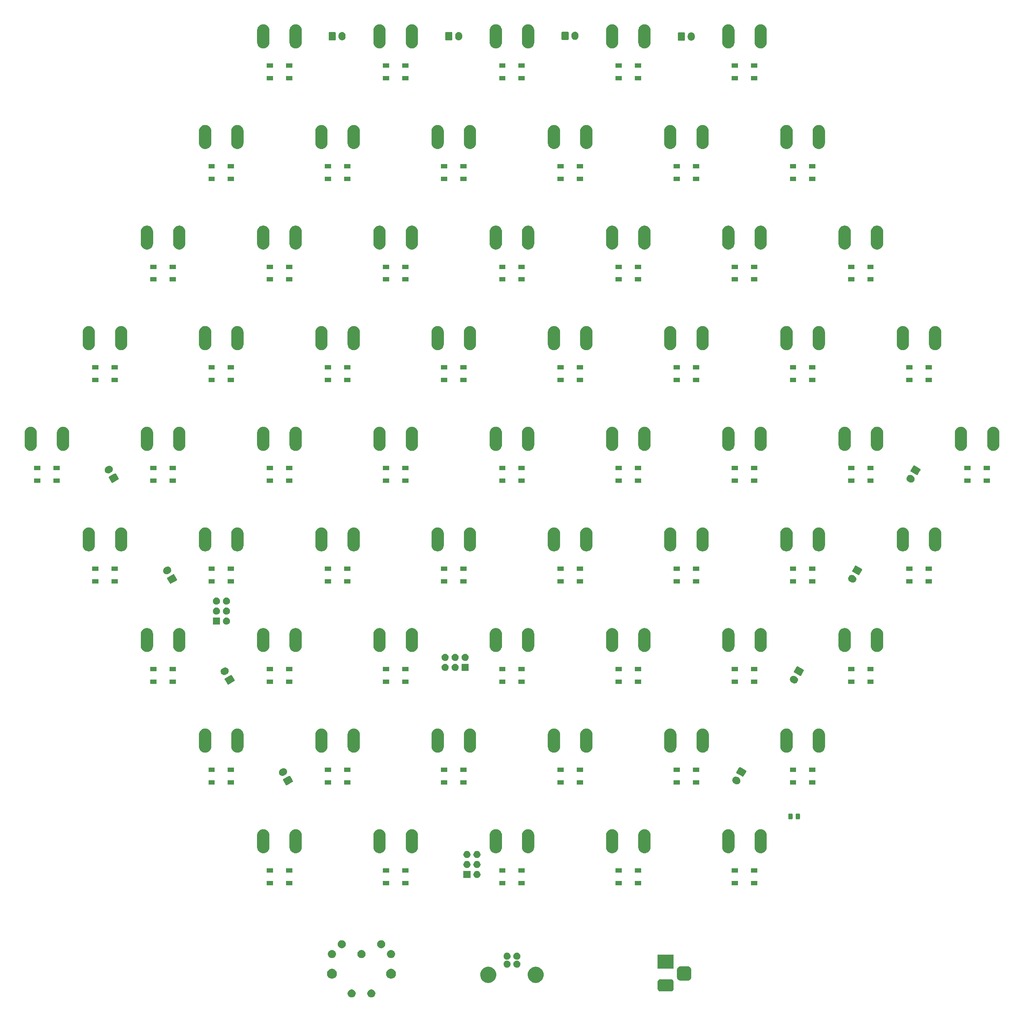
<source format=gbr>
G04 #@! TF.GenerationSoftware,KiCad,Pcbnew,(5.1.5)-3*
G04 #@! TF.CreationDate,2021-02-21T08:16:01-05:00*
G04 #@! TF.ProjectId,rainboard_newfighter,7261696e-626f-4617-9264-5f6e65776669,rev?*
G04 #@! TF.SameCoordinates,Original*
G04 #@! TF.FileFunction,Soldermask,Top*
G04 #@! TF.FilePolarity,Negative*
%FSLAX46Y46*%
G04 Gerber Fmt 4.6, Leading zero omitted, Abs format (unit mm)*
G04 Created by KiCad (PCBNEW (5.1.5)-3) date 2021-02-21 08:16:01*
%MOMM*%
%LPD*%
G04 APERTURE LIST*
%ADD10C,0.100000*%
G04 APERTURE END LIST*
D10*
G36*
X-35509537Y-138422630D02*
G01*
X-35377518Y-138448890D01*
X-35190980Y-138526156D01*
X-35023100Y-138638330D01*
X-34880330Y-138781100D01*
X-34768156Y-138948980D01*
X-34690890Y-139135518D01*
X-34651500Y-139333546D01*
X-34651500Y-139535454D01*
X-34690890Y-139733482D01*
X-34768156Y-139920020D01*
X-34880330Y-140087900D01*
X-35023100Y-140230670D01*
X-35190980Y-140342844D01*
X-35377518Y-140420110D01*
X-35509537Y-140446370D01*
X-35575545Y-140459500D01*
X-35777455Y-140459500D01*
X-35843463Y-140446370D01*
X-35975482Y-140420110D01*
X-36162020Y-140342844D01*
X-36329900Y-140230670D01*
X-36472670Y-140087900D01*
X-36584844Y-139920020D01*
X-36662110Y-139733482D01*
X-36701500Y-139535454D01*
X-36701500Y-139333546D01*
X-36662110Y-139135518D01*
X-36584844Y-138948980D01*
X-36472670Y-138781100D01*
X-36329900Y-138638330D01*
X-36162020Y-138526156D01*
X-35975482Y-138448890D01*
X-35843463Y-138422630D01*
X-35777455Y-138409500D01*
X-35575545Y-138409500D01*
X-35509537Y-138422630D01*
G37*
G36*
X-40509537Y-138422630D02*
G01*
X-40377518Y-138448890D01*
X-40190980Y-138526156D01*
X-40023100Y-138638330D01*
X-39880330Y-138781100D01*
X-39768156Y-138948980D01*
X-39690890Y-139135518D01*
X-39651500Y-139333546D01*
X-39651500Y-139535454D01*
X-39690890Y-139733482D01*
X-39768156Y-139920020D01*
X-39880330Y-140087900D01*
X-40023100Y-140230670D01*
X-40190980Y-140342844D01*
X-40377518Y-140420110D01*
X-40509537Y-140446370D01*
X-40575545Y-140459500D01*
X-40777455Y-140459500D01*
X-40843463Y-140446370D01*
X-40975482Y-140420110D01*
X-41162020Y-140342844D01*
X-41329900Y-140230670D01*
X-41472670Y-140087900D01*
X-41584844Y-139920020D01*
X-41662110Y-139733482D01*
X-41701500Y-139535454D01*
X-41701500Y-139333546D01*
X-41662110Y-139135518D01*
X-41584844Y-138948980D01*
X-41472670Y-138781100D01*
X-41329900Y-138638330D01*
X-41162020Y-138526156D01*
X-40975482Y-138448890D01*
X-40843463Y-138422630D01*
X-40777455Y-138409500D01*
X-40575545Y-138409500D01*
X-40509537Y-138422630D01*
G37*
G36*
X40419770Y-135849148D02*
G01*
X40560421Y-135891814D01*
X40690042Y-135961097D01*
X40803659Y-136054341D01*
X40896903Y-136167958D01*
X40966186Y-136297579D01*
X41008852Y-136438230D01*
X41023500Y-136586954D01*
X41023500Y-138182046D01*
X41008852Y-138330770D01*
X40966186Y-138471421D01*
X40896903Y-138601042D01*
X40803659Y-138714659D01*
X40690042Y-138807903D01*
X40560421Y-138877186D01*
X40419770Y-138919852D01*
X40271046Y-138934500D01*
X37675954Y-138934500D01*
X37527230Y-138919852D01*
X37386579Y-138877186D01*
X37256958Y-138807903D01*
X37143341Y-138714659D01*
X37050097Y-138601042D01*
X36980814Y-138471421D01*
X36938148Y-138330770D01*
X36923500Y-138182046D01*
X36923500Y-136586954D01*
X36938148Y-136438230D01*
X36980814Y-136297579D01*
X37050097Y-136167958D01*
X37143341Y-136054341D01*
X37256958Y-135961097D01*
X37386579Y-135891814D01*
X37527230Y-135849148D01*
X37675954Y-135834500D01*
X40271046Y-135834500D01*
X40419770Y-135849148D01*
G37*
G36*
X-5621644Y-132683576D02*
G01*
X-5422037Y-132723280D01*
X-5280104Y-132782071D01*
X-5048962Y-132877813D01*
X-4943152Y-132948513D01*
X-4713201Y-133102161D01*
X-4427661Y-133387701D01*
X-4314726Y-133556721D01*
X-4203313Y-133723462D01*
X-4139304Y-133877995D01*
X-4048780Y-134096537D01*
X-4048780Y-134096539D01*
X-4006044Y-134311384D01*
X-3970000Y-134492593D01*
X-3970000Y-134896407D01*
X-4048780Y-135292463D01*
X-4136881Y-135505156D01*
X-4203313Y-135665538D01*
X-4203314Y-135665539D01*
X-4427661Y-136001299D01*
X-4713201Y-136286839D01*
X-4729275Y-136297579D01*
X-5048962Y-136511187D01*
X-5203495Y-136575196D01*
X-5422037Y-136665720D01*
X-5620065Y-136705110D01*
X-5818091Y-136744500D01*
X-6221909Y-136744500D01*
X-6419935Y-136705110D01*
X-6617963Y-136665720D01*
X-6836505Y-136575196D01*
X-6991038Y-136511187D01*
X-7310725Y-136297579D01*
X-7326799Y-136286839D01*
X-7612339Y-136001299D01*
X-7836686Y-135665539D01*
X-7836687Y-135665538D01*
X-7903119Y-135505156D01*
X-7991220Y-135292463D01*
X-8070000Y-134896407D01*
X-8070000Y-134492593D01*
X-8033955Y-134311384D01*
X-7991220Y-134096539D01*
X-7991220Y-134096537D01*
X-7900696Y-133877995D01*
X-7836687Y-133723462D01*
X-7725274Y-133556721D01*
X-7612339Y-133387701D01*
X-7326799Y-133102161D01*
X-7096848Y-132948513D01*
X-6991038Y-132877813D01*
X-6759896Y-132782071D01*
X-6617963Y-132723280D01*
X-6418356Y-132683576D01*
X-6221909Y-132644500D01*
X-5818091Y-132644500D01*
X-5621644Y-132683576D01*
G37*
G36*
X6418356Y-132683576D02*
G01*
X6617963Y-132723280D01*
X6759896Y-132782071D01*
X6991038Y-132877813D01*
X7096848Y-132948513D01*
X7326799Y-133102161D01*
X7612339Y-133387701D01*
X7725274Y-133556721D01*
X7836687Y-133723462D01*
X7900696Y-133877995D01*
X7991220Y-134096537D01*
X7991220Y-134096539D01*
X8033956Y-134311384D01*
X8070000Y-134492593D01*
X8070000Y-134896407D01*
X7991220Y-135292463D01*
X7903119Y-135505156D01*
X7836687Y-135665538D01*
X7836686Y-135665539D01*
X7612339Y-136001299D01*
X7326799Y-136286839D01*
X7310725Y-136297579D01*
X6991038Y-136511187D01*
X6836505Y-136575196D01*
X6617963Y-136665720D01*
X6419935Y-136705110D01*
X6221909Y-136744500D01*
X5818091Y-136744500D01*
X5620065Y-136705110D01*
X5422037Y-136665720D01*
X5203495Y-136575196D01*
X5048962Y-136511187D01*
X4729275Y-136297579D01*
X4713201Y-136286839D01*
X4427661Y-136001299D01*
X4203314Y-135665539D01*
X4203313Y-135665538D01*
X4136881Y-135505156D01*
X4048780Y-135292463D01*
X3970000Y-134896407D01*
X3970000Y-134492593D01*
X4006045Y-134311384D01*
X4048780Y-134096539D01*
X4048780Y-134096537D01*
X4139304Y-133877995D01*
X4203313Y-133723462D01*
X4314726Y-133556721D01*
X4427661Y-133387701D01*
X4713201Y-133102161D01*
X4943152Y-132948513D01*
X5048962Y-132877813D01*
X5280104Y-132782071D01*
X5422037Y-132723280D01*
X5621644Y-132683576D01*
X5818091Y-132644500D01*
X6221909Y-132644500D01*
X6418356Y-132683576D01*
G37*
G36*
X44769156Y-132576550D02*
G01*
X44933257Y-132626329D01*
X45084487Y-132707163D01*
X45217047Y-132815953D01*
X45325837Y-132948513D01*
X45406671Y-133099743D01*
X45456450Y-133263844D01*
X45473500Y-133436954D01*
X45473500Y-135332046D01*
X45456450Y-135505156D01*
X45406671Y-135669257D01*
X45325837Y-135820487D01*
X45217047Y-135953047D01*
X45084487Y-136061837D01*
X44933257Y-136142671D01*
X44769156Y-136192450D01*
X44596046Y-136209500D01*
X42750954Y-136209500D01*
X42577844Y-136192450D01*
X42413743Y-136142671D01*
X42262513Y-136061837D01*
X42129953Y-135953047D01*
X42021163Y-135820487D01*
X41940329Y-135669257D01*
X41890550Y-135505156D01*
X41873500Y-135332046D01*
X41873500Y-133436954D01*
X41890550Y-133263844D01*
X41940329Y-133099743D01*
X42021163Y-132948513D01*
X42129953Y-132815953D01*
X42262513Y-132707163D01*
X42413743Y-132626329D01*
X42577844Y-132576550D01*
X42750954Y-132559500D01*
X44596046Y-132559500D01*
X44769156Y-132576550D01*
G37*
G36*
X-30311890Y-133232536D02*
G01*
X-30084405Y-133326764D01*
X-30084403Y-133326765D01*
X-29993206Y-133387701D01*
X-29879673Y-133463561D01*
X-29705561Y-133637673D01*
X-29568764Y-133842405D01*
X-29474536Y-134069890D01*
X-29426500Y-134311384D01*
X-29426500Y-134557616D01*
X-29474536Y-134799110D01*
X-29514838Y-134896407D01*
X-29568765Y-135026597D01*
X-29705562Y-135231328D01*
X-29879672Y-135405438D01*
X-30084403Y-135542235D01*
X-30084404Y-135542236D01*
X-30084405Y-135542236D01*
X-30311890Y-135636464D01*
X-30553384Y-135684500D01*
X-30799616Y-135684500D01*
X-31041110Y-135636464D01*
X-31268595Y-135542236D01*
X-31268596Y-135542236D01*
X-31268597Y-135542235D01*
X-31473328Y-135405438D01*
X-31647438Y-135231328D01*
X-31784235Y-135026597D01*
X-31838162Y-134896407D01*
X-31878464Y-134799110D01*
X-31926500Y-134557616D01*
X-31926500Y-134311384D01*
X-31878464Y-134069890D01*
X-31784236Y-133842405D01*
X-31647439Y-133637673D01*
X-31473327Y-133463561D01*
X-31359794Y-133387701D01*
X-31268597Y-133326765D01*
X-31268595Y-133326764D01*
X-31041110Y-133232536D01*
X-30799616Y-133184500D01*
X-30553384Y-133184500D01*
X-30311890Y-133232536D01*
G37*
G36*
X-45311890Y-133232536D02*
G01*
X-45084405Y-133326764D01*
X-45084403Y-133326765D01*
X-44993206Y-133387701D01*
X-44879673Y-133463561D01*
X-44705561Y-133637673D01*
X-44568764Y-133842405D01*
X-44474536Y-134069890D01*
X-44426500Y-134311384D01*
X-44426500Y-134557616D01*
X-44474536Y-134799110D01*
X-44514838Y-134896407D01*
X-44568765Y-135026597D01*
X-44705562Y-135231328D01*
X-44879672Y-135405438D01*
X-45084403Y-135542235D01*
X-45084404Y-135542236D01*
X-45084405Y-135542236D01*
X-45311890Y-135636464D01*
X-45553384Y-135684500D01*
X-45799616Y-135684500D01*
X-46041110Y-135636464D01*
X-46268595Y-135542236D01*
X-46268596Y-135542236D01*
X-46268597Y-135542235D01*
X-46473328Y-135405438D01*
X-46647438Y-135231328D01*
X-46784235Y-135026597D01*
X-46838162Y-134896407D01*
X-46878464Y-134799110D01*
X-46926500Y-134557616D01*
X-46926500Y-134311384D01*
X-46878464Y-134069890D01*
X-46784236Y-133842405D01*
X-46647439Y-133637673D01*
X-46473327Y-133463561D01*
X-46359794Y-133387701D01*
X-46268597Y-133326765D01*
X-46268595Y-133326764D01*
X-46041110Y-133232536D01*
X-45799616Y-133184500D01*
X-45553384Y-133184500D01*
X-45311890Y-133232536D01*
G37*
G36*
X41023500Y-133184500D02*
G01*
X36923500Y-133184500D01*
X36923500Y-129584500D01*
X41023500Y-129584500D01*
X41023500Y-133184500D01*
G37*
G36*
X-1045439Y-131107557D02*
G01*
X-987480Y-131119086D01*
X-823690Y-131186930D01*
X-676283Y-131285424D01*
X-550924Y-131410783D01*
X-452430Y-131558190D01*
X-384586Y-131721980D01*
X-350000Y-131895858D01*
X-350000Y-132073142D01*
X-384586Y-132247020D01*
X-452430Y-132410810D01*
X-550924Y-132558217D01*
X-676283Y-132683576D01*
X-823690Y-132782070D01*
X-987480Y-132849914D01*
X-1045439Y-132861443D01*
X-1161356Y-132884500D01*
X-1338644Y-132884500D01*
X-1454561Y-132861443D01*
X-1512520Y-132849914D01*
X-1676310Y-132782070D01*
X-1823717Y-132683576D01*
X-1949076Y-132558217D01*
X-2047570Y-132410810D01*
X-2115414Y-132247020D01*
X-2150000Y-132073142D01*
X-2150000Y-131895858D01*
X-2115414Y-131721980D01*
X-2047570Y-131558190D01*
X-1949076Y-131410783D01*
X-1823717Y-131285424D01*
X-1676310Y-131186930D01*
X-1512520Y-131119086D01*
X-1454561Y-131107557D01*
X-1338644Y-131084500D01*
X-1161356Y-131084500D01*
X-1045439Y-131107557D01*
G37*
G36*
X1454561Y-131107557D02*
G01*
X1512520Y-131119086D01*
X1676310Y-131186930D01*
X1823717Y-131285424D01*
X1949076Y-131410783D01*
X2047570Y-131558190D01*
X2115414Y-131721980D01*
X2150000Y-131895858D01*
X2150000Y-132073142D01*
X2115414Y-132247020D01*
X2047570Y-132410810D01*
X1949076Y-132558217D01*
X1823717Y-132683576D01*
X1676310Y-132782070D01*
X1512520Y-132849914D01*
X1454561Y-132861443D01*
X1338644Y-132884500D01*
X1161356Y-132884500D01*
X1045439Y-132861443D01*
X987480Y-132849914D01*
X823690Y-132782070D01*
X676283Y-132683576D01*
X550924Y-132558217D01*
X452430Y-132410810D01*
X384586Y-132247020D01*
X350000Y-132073142D01*
X350000Y-131895858D01*
X384586Y-131721980D01*
X452430Y-131558190D01*
X550924Y-131410783D01*
X676283Y-131285424D01*
X823690Y-131186930D01*
X987480Y-131119086D01*
X1045439Y-131107557D01*
X1161356Y-131084500D01*
X1338644Y-131084500D01*
X1454561Y-131107557D01*
G37*
G36*
X-1045439Y-129107557D02*
G01*
X-987480Y-129119086D01*
X-823690Y-129186930D01*
X-676283Y-129285424D01*
X-550924Y-129410783D01*
X-550923Y-129410785D01*
X-452429Y-129558192D01*
X-384586Y-129721981D01*
X-350000Y-129895856D01*
X-350000Y-130073144D01*
X-373057Y-130189061D01*
X-384586Y-130247020D01*
X-452430Y-130410810D01*
X-550924Y-130558217D01*
X-676283Y-130683576D01*
X-823690Y-130782070D01*
X-987480Y-130849914D01*
X-1045439Y-130861443D01*
X-1161356Y-130884500D01*
X-1338644Y-130884500D01*
X-1454561Y-130861443D01*
X-1512520Y-130849914D01*
X-1676310Y-130782070D01*
X-1823717Y-130683576D01*
X-1949076Y-130558217D01*
X-2047570Y-130410810D01*
X-2115414Y-130247020D01*
X-2126943Y-130189061D01*
X-2150000Y-130073144D01*
X-2150000Y-129895856D01*
X-2115414Y-129721981D01*
X-2047571Y-129558192D01*
X-1949077Y-129410785D01*
X-1949076Y-129410783D01*
X-1823717Y-129285424D01*
X-1676310Y-129186930D01*
X-1512520Y-129119086D01*
X-1454561Y-129107557D01*
X-1338644Y-129084500D01*
X-1161356Y-129084500D01*
X-1045439Y-129107557D01*
G37*
G36*
X1454561Y-129107557D02*
G01*
X1512520Y-129119086D01*
X1676310Y-129186930D01*
X1823717Y-129285424D01*
X1949076Y-129410783D01*
X1949077Y-129410785D01*
X2047571Y-129558192D01*
X2115414Y-129721981D01*
X2150000Y-129895856D01*
X2150000Y-130073144D01*
X2126943Y-130189061D01*
X2115414Y-130247020D01*
X2047570Y-130410810D01*
X1949076Y-130558217D01*
X1823717Y-130683576D01*
X1676310Y-130782070D01*
X1512520Y-130849914D01*
X1454561Y-130861443D01*
X1338644Y-130884500D01*
X1161356Y-130884500D01*
X1045439Y-130861443D01*
X987480Y-130849914D01*
X823690Y-130782070D01*
X676283Y-130683576D01*
X550924Y-130558217D01*
X452430Y-130410810D01*
X384586Y-130247020D01*
X373057Y-130189061D01*
X350000Y-130073144D01*
X350000Y-129895856D01*
X384586Y-129721981D01*
X452429Y-129558192D01*
X550923Y-129410785D01*
X550924Y-129410783D01*
X676283Y-129285424D01*
X823690Y-129186930D01*
X987480Y-129119086D01*
X1045439Y-129107557D01*
X1161356Y-129084500D01*
X1338644Y-129084500D01*
X1454561Y-129107557D01*
G37*
G36*
X-30509537Y-128422630D02*
G01*
X-30377518Y-128448890D01*
X-30190980Y-128526156D01*
X-30023100Y-128638330D01*
X-29880330Y-128781100D01*
X-29768156Y-128948980D01*
X-29690890Y-129135518D01*
X-29651500Y-129333546D01*
X-29651500Y-129535454D01*
X-29690890Y-129733482D01*
X-29768156Y-129920020D01*
X-29880330Y-130087900D01*
X-30023100Y-130230670D01*
X-30190980Y-130342844D01*
X-30377518Y-130420110D01*
X-30509537Y-130446370D01*
X-30575545Y-130459500D01*
X-30777455Y-130459500D01*
X-30843463Y-130446370D01*
X-30975482Y-130420110D01*
X-31162020Y-130342844D01*
X-31329900Y-130230670D01*
X-31472670Y-130087900D01*
X-31584844Y-129920020D01*
X-31662110Y-129733482D01*
X-31701500Y-129535454D01*
X-31701500Y-129333546D01*
X-31662110Y-129135518D01*
X-31584844Y-128948980D01*
X-31472670Y-128781100D01*
X-31329900Y-128638330D01*
X-31162020Y-128526156D01*
X-30975482Y-128448890D01*
X-30843463Y-128422630D01*
X-30777455Y-128409500D01*
X-30575545Y-128409500D01*
X-30509537Y-128422630D01*
G37*
G36*
X-38009537Y-128422630D02*
G01*
X-37877518Y-128448890D01*
X-37690980Y-128526156D01*
X-37523100Y-128638330D01*
X-37380330Y-128781100D01*
X-37268156Y-128948980D01*
X-37190890Y-129135518D01*
X-37151500Y-129333546D01*
X-37151500Y-129535454D01*
X-37190890Y-129733482D01*
X-37268156Y-129920020D01*
X-37380330Y-130087900D01*
X-37523100Y-130230670D01*
X-37690980Y-130342844D01*
X-37877518Y-130420110D01*
X-38009537Y-130446370D01*
X-38075545Y-130459500D01*
X-38277455Y-130459500D01*
X-38343463Y-130446370D01*
X-38475482Y-130420110D01*
X-38662020Y-130342844D01*
X-38829900Y-130230670D01*
X-38972670Y-130087900D01*
X-39084844Y-129920020D01*
X-39162110Y-129733482D01*
X-39201500Y-129535454D01*
X-39201500Y-129333546D01*
X-39162110Y-129135518D01*
X-39084844Y-128948980D01*
X-38972670Y-128781100D01*
X-38829900Y-128638330D01*
X-38662020Y-128526156D01*
X-38475482Y-128448890D01*
X-38343463Y-128422630D01*
X-38277455Y-128409500D01*
X-38075545Y-128409500D01*
X-38009537Y-128422630D01*
G37*
G36*
X-45509537Y-128422630D02*
G01*
X-45377518Y-128448890D01*
X-45190980Y-128526156D01*
X-45023100Y-128638330D01*
X-44880330Y-128781100D01*
X-44768156Y-128948980D01*
X-44690890Y-129135518D01*
X-44651500Y-129333546D01*
X-44651500Y-129535454D01*
X-44690890Y-129733482D01*
X-44768156Y-129920020D01*
X-44880330Y-130087900D01*
X-45023100Y-130230670D01*
X-45190980Y-130342844D01*
X-45377518Y-130420110D01*
X-45509537Y-130446370D01*
X-45575545Y-130459500D01*
X-45777455Y-130459500D01*
X-45843463Y-130446370D01*
X-45975482Y-130420110D01*
X-46162020Y-130342844D01*
X-46329900Y-130230670D01*
X-46472670Y-130087900D01*
X-46584844Y-129920020D01*
X-46662110Y-129733482D01*
X-46701500Y-129535454D01*
X-46701500Y-129333546D01*
X-46662110Y-129135518D01*
X-46584844Y-128948980D01*
X-46472670Y-128781100D01*
X-46329900Y-128638330D01*
X-46162020Y-128526156D01*
X-45975482Y-128448890D01*
X-45843463Y-128422630D01*
X-45777455Y-128409500D01*
X-45575545Y-128409500D01*
X-45509537Y-128422630D01*
G37*
G36*
X-33009537Y-125922630D02*
G01*
X-32877518Y-125948890D01*
X-32690980Y-126026156D01*
X-32523100Y-126138330D01*
X-32380330Y-126281100D01*
X-32268156Y-126448980D01*
X-32190890Y-126635518D01*
X-32151500Y-126833546D01*
X-32151500Y-127035454D01*
X-32190890Y-127233482D01*
X-32268156Y-127420020D01*
X-32380330Y-127587900D01*
X-32523100Y-127730670D01*
X-32690980Y-127842844D01*
X-32877518Y-127920110D01*
X-33009537Y-127946370D01*
X-33075545Y-127959500D01*
X-33277455Y-127959500D01*
X-33343463Y-127946370D01*
X-33475482Y-127920110D01*
X-33662020Y-127842844D01*
X-33829900Y-127730670D01*
X-33972670Y-127587900D01*
X-34084844Y-127420020D01*
X-34162110Y-127233482D01*
X-34201500Y-127035454D01*
X-34201500Y-126833546D01*
X-34162110Y-126635518D01*
X-34084844Y-126448980D01*
X-33972670Y-126281100D01*
X-33829900Y-126138330D01*
X-33662020Y-126026156D01*
X-33475482Y-125948890D01*
X-33343463Y-125922630D01*
X-33277455Y-125909500D01*
X-33075545Y-125909500D01*
X-33009537Y-125922630D01*
G37*
G36*
X-43009537Y-125922630D02*
G01*
X-42877518Y-125948890D01*
X-42690980Y-126026156D01*
X-42523100Y-126138330D01*
X-42380330Y-126281100D01*
X-42268156Y-126448980D01*
X-42190890Y-126635518D01*
X-42151500Y-126833546D01*
X-42151500Y-127035454D01*
X-42190890Y-127233482D01*
X-42268156Y-127420020D01*
X-42380330Y-127587900D01*
X-42523100Y-127730670D01*
X-42690980Y-127842844D01*
X-42877518Y-127920110D01*
X-43009537Y-127946370D01*
X-43075545Y-127959500D01*
X-43277455Y-127959500D01*
X-43343463Y-127946370D01*
X-43475482Y-127920110D01*
X-43662020Y-127842844D01*
X-43829900Y-127730670D01*
X-43972670Y-127587900D01*
X-44084844Y-127420020D01*
X-44162110Y-127233482D01*
X-44201500Y-127035454D01*
X-44201500Y-126833546D01*
X-44162110Y-126635518D01*
X-44084844Y-126448980D01*
X-43972670Y-126281100D01*
X-43829900Y-126138330D01*
X-43662020Y-126026156D01*
X-43475482Y-125948890D01*
X-43343463Y-125922630D01*
X-43277455Y-125909500D01*
X-43075545Y-125909500D01*
X-43009537Y-125922630D01*
G37*
G36*
X-1650000Y-111950000D02*
G01*
X-3250000Y-111950000D01*
X-3250000Y-110850000D01*
X-1650000Y-110850000D01*
X-1650000Y-111950000D01*
G37*
G36*
X-55743700Y-111950000D02*
G01*
X-57343700Y-111950000D01*
X-57343700Y-110850000D01*
X-55743700Y-110850000D01*
X-55743700Y-111950000D01*
G37*
G36*
X-31146800Y-111950000D02*
G01*
X-32746800Y-111950000D01*
X-32746800Y-110850000D01*
X-31146800Y-110850000D01*
X-31146800Y-111950000D01*
G37*
G36*
X-26246800Y-111950000D02*
G01*
X-27846800Y-111950000D01*
X-27846800Y-110850000D01*
X-26246800Y-110850000D01*
X-26246800Y-111950000D01*
G37*
G36*
X3250000Y-111950000D02*
G01*
X1650000Y-111950000D01*
X1650000Y-110850000D01*
X3250000Y-110850000D01*
X3250000Y-111950000D01*
G37*
G36*
X27846800Y-111950000D02*
G01*
X26246800Y-111950000D01*
X26246800Y-110850000D01*
X27846800Y-110850000D01*
X27846800Y-111950000D01*
G37*
G36*
X32746800Y-111950000D02*
G01*
X31146800Y-111950000D01*
X31146800Y-110850000D01*
X32746800Y-110850000D01*
X32746800Y-111950000D01*
G37*
G36*
X57343700Y-111950000D02*
G01*
X55743700Y-111950000D01*
X55743700Y-110850000D01*
X57343700Y-110850000D01*
X57343700Y-111950000D01*
G37*
G36*
X62243700Y-111950000D02*
G01*
X60643700Y-111950000D01*
X60643700Y-110850000D01*
X62243700Y-110850000D01*
X62243700Y-111950000D01*
G37*
G36*
X-60643700Y-111950000D02*
G01*
X-62243700Y-111950000D01*
X-62243700Y-110850000D01*
X-60643700Y-110850000D01*
X-60643700Y-111950000D01*
G37*
G36*
X-8681939Y-108357557D02*
G01*
X-8623980Y-108369086D01*
X-8460190Y-108436930D01*
X-8312783Y-108535424D01*
X-8187424Y-108660783D01*
X-8088930Y-108808190D01*
X-8021086Y-108971980D01*
X-7986500Y-109145858D01*
X-7986500Y-109323142D01*
X-8021086Y-109497020D01*
X-8088930Y-109660810D01*
X-8187424Y-109808217D01*
X-8312783Y-109933576D01*
X-8460190Y-110032070D01*
X-8623980Y-110099914D01*
X-8681939Y-110111443D01*
X-8797856Y-110134500D01*
X-8975144Y-110134500D01*
X-9091061Y-110111443D01*
X-9149020Y-110099914D01*
X-9312810Y-110032070D01*
X-9460217Y-109933576D01*
X-9585576Y-109808217D01*
X-9684070Y-109660810D01*
X-9751914Y-109497020D01*
X-9786500Y-109323142D01*
X-9786500Y-109145858D01*
X-9751914Y-108971980D01*
X-9684070Y-108808190D01*
X-9585576Y-108660783D01*
X-9460217Y-108535424D01*
X-9312810Y-108436930D01*
X-9149020Y-108369086D01*
X-9091061Y-108357557D01*
X-8975144Y-108334500D01*
X-8797856Y-108334500D01*
X-8681939Y-108357557D01*
G37*
G36*
X-10526500Y-110134500D02*
G01*
X-12326500Y-110134500D01*
X-12326500Y-108334500D01*
X-10526500Y-108334500D01*
X-10526500Y-110134500D01*
G37*
G36*
X-60643700Y-108750000D02*
G01*
X-62243700Y-108750000D01*
X-62243700Y-107650000D01*
X-60643700Y-107650000D01*
X-60643700Y-108750000D01*
G37*
G36*
X57343700Y-108750000D02*
G01*
X55743700Y-108750000D01*
X55743700Y-107650000D01*
X57343700Y-107650000D01*
X57343700Y-108750000D01*
G37*
G36*
X-1650000Y-108750000D02*
G01*
X-3250000Y-108750000D01*
X-3250000Y-107650000D01*
X-1650000Y-107650000D01*
X-1650000Y-108750000D01*
G37*
G36*
X-26246800Y-108750000D02*
G01*
X-27846800Y-108750000D01*
X-27846800Y-107650000D01*
X-26246800Y-107650000D01*
X-26246800Y-108750000D01*
G37*
G36*
X3250000Y-108750000D02*
G01*
X1650000Y-108750000D01*
X1650000Y-107650000D01*
X3250000Y-107650000D01*
X3250000Y-108750000D01*
G37*
G36*
X-55743700Y-108750000D02*
G01*
X-57343700Y-108750000D01*
X-57343700Y-107650000D01*
X-55743700Y-107650000D01*
X-55743700Y-108750000D01*
G37*
G36*
X27846800Y-108750000D02*
G01*
X26246800Y-108750000D01*
X26246800Y-107650000D01*
X27846800Y-107650000D01*
X27846800Y-108750000D01*
G37*
G36*
X32746800Y-108750000D02*
G01*
X31146800Y-108750000D01*
X31146800Y-107650000D01*
X32746800Y-107650000D01*
X32746800Y-108750000D01*
G37*
G36*
X-31146800Y-108750000D02*
G01*
X-32746800Y-108750000D01*
X-32746800Y-107650000D01*
X-31146800Y-107650000D01*
X-31146800Y-108750000D01*
G37*
G36*
X62243700Y-108750000D02*
G01*
X60643700Y-108750000D01*
X60643700Y-107650000D01*
X62243700Y-107650000D01*
X62243700Y-108750000D01*
G37*
G36*
X-11221939Y-105817557D02*
G01*
X-11163980Y-105829086D01*
X-11000190Y-105896930D01*
X-10852783Y-105995424D01*
X-10727424Y-106120783D01*
X-10628930Y-106268190D01*
X-10561086Y-106431980D01*
X-10526500Y-106605858D01*
X-10526500Y-106783142D01*
X-10561086Y-106957020D01*
X-10628930Y-107120810D01*
X-10727424Y-107268217D01*
X-10852783Y-107393576D01*
X-11000190Y-107492070D01*
X-11163980Y-107559914D01*
X-11221939Y-107571443D01*
X-11337856Y-107594500D01*
X-11515144Y-107594500D01*
X-11631061Y-107571443D01*
X-11689020Y-107559914D01*
X-11852810Y-107492070D01*
X-12000217Y-107393576D01*
X-12125576Y-107268217D01*
X-12224070Y-107120810D01*
X-12291914Y-106957020D01*
X-12326500Y-106783142D01*
X-12326500Y-106605858D01*
X-12291914Y-106431980D01*
X-12224070Y-106268190D01*
X-12125576Y-106120783D01*
X-12000217Y-105995424D01*
X-11852810Y-105896930D01*
X-11689020Y-105829086D01*
X-11631061Y-105817557D01*
X-11515144Y-105794500D01*
X-11337856Y-105794500D01*
X-11221939Y-105817557D01*
G37*
G36*
X-8681939Y-105817557D02*
G01*
X-8623980Y-105829086D01*
X-8460190Y-105896930D01*
X-8312783Y-105995424D01*
X-8187424Y-106120783D01*
X-8088930Y-106268190D01*
X-8021086Y-106431980D01*
X-7986500Y-106605858D01*
X-7986500Y-106783142D01*
X-8021086Y-106957020D01*
X-8088930Y-107120810D01*
X-8187424Y-107268217D01*
X-8312783Y-107393576D01*
X-8460190Y-107492070D01*
X-8623980Y-107559914D01*
X-8681939Y-107571443D01*
X-8797856Y-107594500D01*
X-8975144Y-107594500D01*
X-9091061Y-107571443D01*
X-9149020Y-107559914D01*
X-9312810Y-107492070D01*
X-9460217Y-107393576D01*
X-9585576Y-107268217D01*
X-9684070Y-107120810D01*
X-9751914Y-106957020D01*
X-9786500Y-106783142D01*
X-9786500Y-106605858D01*
X-9751914Y-106431980D01*
X-9684070Y-106268190D01*
X-9585576Y-106120783D01*
X-9460217Y-105995424D01*
X-9312810Y-105896930D01*
X-9149020Y-105829086D01*
X-9091061Y-105817557D01*
X-8975144Y-105794500D01*
X-8797856Y-105794500D01*
X-8681939Y-105817557D01*
G37*
G36*
X-11221939Y-103277557D02*
G01*
X-11163980Y-103289086D01*
X-11000190Y-103356930D01*
X-10852783Y-103455424D01*
X-10727424Y-103580783D01*
X-10628930Y-103728190D01*
X-10561086Y-103891980D01*
X-10526500Y-104065858D01*
X-10526500Y-104243142D01*
X-10561086Y-104417020D01*
X-10628930Y-104580810D01*
X-10727424Y-104728217D01*
X-10852783Y-104853576D01*
X-11000190Y-104952070D01*
X-11163980Y-105019914D01*
X-11221939Y-105031443D01*
X-11337856Y-105054500D01*
X-11515144Y-105054500D01*
X-11631061Y-105031443D01*
X-11689020Y-105019914D01*
X-11852810Y-104952070D01*
X-12000217Y-104853576D01*
X-12125576Y-104728217D01*
X-12224070Y-104580810D01*
X-12291914Y-104417020D01*
X-12326500Y-104243142D01*
X-12326500Y-104065858D01*
X-12291914Y-103891980D01*
X-12224070Y-103728190D01*
X-12125576Y-103580783D01*
X-12000217Y-103455424D01*
X-11852810Y-103356930D01*
X-11689020Y-103289086D01*
X-11631061Y-103277557D01*
X-11515144Y-103254500D01*
X-11337856Y-103254500D01*
X-11221939Y-103277557D01*
G37*
G36*
X-8681939Y-103277557D02*
G01*
X-8623980Y-103289086D01*
X-8460190Y-103356930D01*
X-8312783Y-103455424D01*
X-8187424Y-103580783D01*
X-8088930Y-103728190D01*
X-8021086Y-103891980D01*
X-7986500Y-104065858D01*
X-7986500Y-104243142D01*
X-8021086Y-104417020D01*
X-8088930Y-104580810D01*
X-8187424Y-104728217D01*
X-8312783Y-104853576D01*
X-8460190Y-104952070D01*
X-8623980Y-105019914D01*
X-8681939Y-105031443D01*
X-8797856Y-105054500D01*
X-8975144Y-105054500D01*
X-9091061Y-105031443D01*
X-9149020Y-105019914D01*
X-9312810Y-104952070D01*
X-9460217Y-104853576D01*
X-9585576Y-104728217D01*
X-9684070Y-104580810D01*
X-9751914Y-104417020D01*
X-9786500Y-104243142D01*
X-9786500Y-104065858D01*
X-9751914Y-103891980D01*
X-9684070Y-103728190D01*
X-9585576Y-103580783D01*
X-9460217Y-103455424D01*
X-9312810Y-103356930D01*
X-9149020Y-103289086D01*
X-9091061Y-103277557D01*
X-8975144Y-103254500D01*
X-8797856Y-103254500D01*
X-8681939Y-103277557D01*
G37*
G36*
X33900652Y-97752427D02*
G01*
X34192829Y-97841059D01*
X34462097Y-97984985D01*
X34698118Y-98178682D01*
X34891815Y-98414702D01*
X35035741Y-98683970D01*
X35124373Y-98976147D01*
X35146800Y-99203857D01*
X35146800Y-102356143D01*
X35124373Y-102583853D01*
X35035741Y-102876030D01*
X34891815Y-103145298D01*
X34698118Y-103381318D01*
X34462098Y-103575015D01*
X34192830Y-103718941D01*
X33900653Y-103807573D01*
X33596800Y-103837499D01*
X33292948Y-103807573D01*
X33000771Y-103718941D01*
X32731503Y-103575015D01*
X32495483Y-103381318D01*
X32301786Y-103145298D01*
X32157860Y-102876030D01*
X32069228Y-102583853D01*
X32046801Y-102356143D01*
X32046800Y-99203858D01*
X32069227Y-98976148D01*
X32157859Y-98683971D01*
X32301785Y-98414703D01*
X32495482Y-98178682D01*
X32731502Y-97984985D01*
X33000770Y-97841059D01*
X33292947Y-97752427D01*
X33596800Y-97722501D01*
X33900652Y-97752427D01*
G37*
G36*
X25700652Y-97752427D02*
G01*
X25992829Y-97841059D01*
X26262097Y-97984985D01*
X26498118Y-98178682D01*
X26691815Y-98414702D01*
X26835741Y-98683970D01*
X26924373Y-98976147D01*
X26946800Y-99203857D01*
X26946800Y-102356143D01*
X26924373Y-102583853D01*
X26835741Y-102876030D01*
X26691815Y-103145298D01*
X26498118Y-103381318D01*
X26262098Y-103575015D01*
X25992830Y-103718941D01*
X25700653Y-103807573D01*
X25396800Y-103837499D01*
X25092948Y-103807573D01*
X24800771Y-103718941D01*
X24531503Y-103575015D01*
X24295483Y-103381318D01*
X24101786Y-103145298D01*
X23957860Y-102876030D01*
X23869228Y-102583853D01*
X23846801Y-102356143D01*
X23846800Y-99203858D01*
X23869227Y-98976148D01*
X23957859Y-98683971D01*
X24101785Y-98414703D01*
X24295482Y-98178682D01*
X24531502Y-97984985D01*
X24800770Y-97841059D01*
X25092947Y-97752427D01*
X25396800Y-97722501D01*
X25700652Y-97752427D01*
G37*
G36*
X4403852Y-97752427D02*
G01*
X4696029Y-97841059D01*
X4965297Y-97984985D01*
X5201318Y-98178682D01*
X5395015Y-98414702D01*
X5538941Y-98683970D01*
X5627573Y-98976147D01*
X5650000Y-99203857D01*
X5650000Y-102356143D01*
X5627573Y-102583853D01*
X5538941Y-102876030D01*
X5395015Y-103145298D01*
X5201318Y-103381318D01*
X4965298Y-103575015D01*
X4696030Y-103718941D01*
X4403853Y-103807573D01*
X4100000Y-103837499D01*
X3796148Y-103807573D01*
X3503971Y-103718941D01*
X3234703Y-103575015D01*
X2998683Y-103381318D01*
X2804986Y-103145298D01*
X2661060Y-102876030D01*
X2572428Y-102583853D01*
X2550001Y-102356143D01*
X2550000Y-99203858D01*
X2572427Y-98976148D01*
X2661059Y-98683971D01*
X2804985Y-98414703D01*
X2998682Y-98178682D01*
X3234702Y-97984985D01*
X3503970Y-97841059D01*
X3796147Y-97752427D01*
X4100000Y-97722501D01*
X4403852Y-97752427D01*
G37*
G36*
X-33292948Y-97752427D02*
G01*
X-33000771Y-97841059D01*
X-32731503Y-97984985D01*
X-32495482Y-98178682D01*
X-32301785Y-98414702D01*
X-32157859Y-98683970D01*
X-32069227Y-98976147D01*
X-32046800Y-99203857D01*
X-32046800Y-102356143D01*
X-32069227Y-102583853D01*
X-32157859Y-102876030D01*
X-32301785Y-103145298D01*
X-32495482Y-103381318D01*
X-32731502Y-103575015D01*
X-33000770Y-103718941D01*
X-33292947Y-103807573D01*
X-33596800Y-103837499D01*
X-33900652Y-103807573D01*
X-34192829Y-103718941D01*
X-34462097Y-103575015D01*
X-34698117Y-103381318D01*
X-34891814Y-103145298D01*
X-35035740Y-102876030D01*
X-35124372Y-102583853D01*
X-35146799Y-102356143D01*
X-35146800Y-99203858D01*
X-35124373Y-98976148D01*
X-35035741Y-98683971D01*
X-34891815Y-98414703D01*
X-34698118Y-98178682D01*
X-34462098Y-97984985D01*
X-34192830Y-97841059D01*
X-33900653Y-97752427D01*
X-33596800Y-97722501D01*
X-33292948Y-97752427D01*
G37*
G36*
X-3796148Y-97752427D02*
G01*
X-3503971Y-97841059D01*
X-3234703Y-97984985D01*
X-2998682Y-98178682D01*
X-2804985Y-98414702D01*
X-2661059Y-98683970D01*
X-2572427Y-98976147D01*
X-2550000Y-99203857D01*
X-2550000Y-102356143D01*
X-2572427Y-102583853D01*
X-2661059Y-102876030D01*
X-2804985Y-103145298D01*
X-2998682Y-103381318D01*
X-3234702Y-103575015D01*
X-3503970Y-103718941D01*
X-3796147Y-103807573D01*
X-4100000Y-103837499D01*
X-4403852Y-103807573D01*
X-4696029Y-103718941D01*
X-4965297Y-103575015D01*
X-5201317Y-103381318D01*
X-5395014Y-103145298D01*
X-5538940Y-102876030D01*
X-5627572Y-102583853D01*
X-5649999Y-102356143D01*
X-5650000Y-99203858D01*
X-5627573Y-98976148D01*
X-5538941Y-98683971D01*
X-5395015Y-98414703D01*
X-5201318Y-98178682D01*
X-4965298Y-97984985D01*
X-4696030Y-97841059D01*
X-4403853Y-97752427D01*
X-4100000Y-97722501D01*
X-3796148Y-97752427D01*
G37*
G36*
X63397552Y-97752427D02*
G01*
X63689729Y-97841059D01*
X63958997Y-97984985D01*
X64195018Y-98178682D01*
X64388715Y-98414702D01*
X64532641Y-98683970D01*
X64621273Y-98976147D01*
X64643700Y-99203857D01*
X64643700Y-102356143D01*
X64621273Y-102583853D01*
X64532641Y-102876030D01*
X64388715Y-103145298D01*
X64195018Y-103381318D01*
X63958998Y-103575015D01*
X63689730Y-103718941D01*
X63397553Y-103807573D01*
X63093700Y-103837499D01*
X62789848Y-103807573D01*
X62497671Y-103718941D01*
X62228403Y-103575015D01*
X61992383Y-103381318D01*
X61798686Y-103145298D01*
X61654760Y-102876030D01*
X61566128Y-102583853D01*
X61543701Y-102356143D01*
X61543700Y-99203858D01*
X61566127Y-98976148D01*
X61654759Y-98683971D01*
X61798685Y-98414703D01*
X61992382Y-98178682D01*
X62228402Y-97984985D01*
X62497670Y-97841059D01*
X62789847Y-97752427D01*
X63093700Y-97722501D01*
X63397552Y-97752427D01*
G37*
G36*
X-62789848Y-97752427D02*
G01*
X-62497671Y-97841059D01*
X-62228403Y-97984985D01*
X-61992382Y-98178682D01*
X-61798685Y-98414702D01*
X-61654759Y-98683970D01*
X-61566127Y-98976147D01*
X-61543700Y-99203857D01*
X-61543700Y-102356143D01*
X-61566127Y-102583853D01*
X-61654759Y-102876030D01*
X-61798685Y-103145298D01*
X-61992382Y-103381318D01*
X-62228402Y-103575015D01*
X-62497670Y-103718941D01*
X-62789847Y-103807573D01*
X-63093700Y-103837499D01*
X-63397552Y-103807573D01*
X-63689729Y-103718941D01*
X-63958997Y-103575015D01*
X-64195017Y-103381318D01*
X-64388714Y-103145298D01*
X-64532640Y-102876030D01*
X-64621272Y-102583853D01*
X-64643699Y-102356143D01*
X-64643700Y-99203858D01*
X-64621273Y-98976148D01*
X-64532641Y-98683971D01*
X-64388715Y-98414703D01*
X-64195018Y-98178682D01*
X-63958998Y-97984985D01*
X-63689730Y-97841059D01*
X-63397553Y-97752427D01*
X-63093700Y-97722501D01*
X-62789848Y-97752427D01*
G37*
G36*
X-54589848Y-97752427D02*
G01*
X-54297671Y-97841059D01*
X-54028403Y-97984985D01*
X-53792382Y-98178682D01*
X-53598685Y-98414702D01*
X-53454759Y-98683970D01*
X-53366127Y-98976147D01*
X-53343700Y-99203857D01*
X-53343700Y-102356143D01*
X-53366127Y-102583853D01*
X-53454759Y-102876030D01*
X-53598685Y-103145298D01*
X-53792382Y-103381318D01*
X-54028402Y-103575015D01*
X-54297670Y-103718941D01*
X-54589847Y-103807573D01*
X-54893700Y-103837499D01*
X-55197552Y-103807573D01*
X-55489729Y-103718941D01*
X-55758997Y-103575015D01*
X-55995017Y-103381318D01*
X-56188714Y-103145298D01*
X-56332640Y-102876030D01*
X-56421272Y-102583853D01*
X-56443699Y-102356143D01*
X-56443700Y-99203858D01*
X-56421273Y-98976148D01*
X-56332641Y-98683971D01*
X-56188715Y-98414703D01*
X-55995018Y-98178682D01*
X-55758998Y-97984985D01*
X-55489730Y-97841059D01*
X-55197553Y-97752427D01*
X-54893700Y-97722501D01*
X-54589848Y-97752427D01*
G37*
G36*
X-25092948Y-97752427D02*
G01*
X-24800771Y-97841059D01*
X-24531503Y-97984985D01*
X-24295482Y-98178682D01*
X-24101785Y-98414702D01*
X-23957859Y-98683970D01*
X-23869227Y-98976147D01*
X-23846800Y-99203857D01*
X-23846800Y-102356143D01*
X-23869227Y-102583853D01*
X-23957859Y-102876030D01*
X-24101785Y-103145298D01*
X-24295482Y-103381318D01*
X-24531502Y-103575015D01*
X-24800770Y-103718941D01*
X-25092947Y-103807573D01*
X-25396800Y-103837499D01*
X-25700652Y-103807573D01*
X-25992829Y-103718941D01*
X-26262097Y-103575015D01*
X-26498117Y-103381318D01*
X-26691814Y-103145298D01*
X-26835740Y-102876030D01*
X-26924372Y-102583853D01*
X-26946799Y-102356143D01*
X-26946800Y-99203858D01*
X-26924373Y-98976148D01*
X-26835741Y-98683971D01*
X-26691815Y-98414703D01*
X-26498118Y-98178682D01*
X-26262098Y-97984985D01*
X-25992830Y-97841059D01*
X-25700653Y-97752427D01*
X-25396800Y-97722501D01*
X-25092948Y-97752427D01*
G37*
G36*
X55197552Y-97752427D02*
G01*
X55489729Y-97841059D01*
X55758997Y-97984985D01*
X55995018Y-98178682D01*
X56188715Y-98414702D01*
X56332641Y-98683970D01*
X56421273Y-98976147D01*
X56443700Y-99203857D01*
X56443700Y-102356143D01*
X56421273Y-102583853D01*
X56332641Y-102876030D01*
X56188715Y-103145298D01*
X55995018Y-103381318D01*
X55758998Y-103575015D01*
X55489730Y-103718941D01*
X55197553Y-103807573D01*
X54893700Y-103837499D01*
X54589848Y-103807573D01*
X54297671Y-103718941D01*
X54028403Y-103575015D01*
X53792383Y-103381318D01*
X53598686Y-103145298D01*
X53454760Y-102876030D01*
X53366128Y-102583853D01*
X53343701Y-102356143D01*
X53343700Y-99203858D01*
X53366127Y-98976148D01*
X53454759Y-98683971D01*
X53598685Y-98414703D01*
X53792382Y-98178682D01*
X54028402Y-97984985D01*
X54297670Y-97841059D01*
X54589847Y-97752427D01*
X54893700Y-97722501D01*
X55197552Y-97752427D01*
G37*
G36*
X72852255Y-93739420D02*
G01*
X72897935Y-93753277D01*
X72940035Y-93775781D01*
X72976936Y-93806064D01*
X73007219Y-93842965D01*
X73029723Y-93885065D01*
X73043580Y-93930745D01*
X73048500Y-93980703D01*
X73048500Y-94988297D01*
X73043580Y-95038255D01*
X73029723Y-95083935D01*
X73007219Y-95126035D01*
X72976936Y-95162936D01*
X72940035Y-95193219D01*
X72897935Y-95215723D01*
X72852255Y-95229580D01*
X72802297Y-95234500D01*
X72219703Y-95234500D01*
X72169745Y-95229580D01*
X72124065Y-95215723D01*
X72081965Y-95193219D01*
X72045064Y-95162936D01*
X72014781Y-95126035D01*
X71992277Y-95083935D01*
X71978420Y-95038255D01*
X71973500Y-94988297D01*
X71973500Y-93980703D01*
X71978420Y-93930745D01*
X71992277Y-93885065D01*
X72014781Y-93842965D01*
X72045064Y-93806064D01*
X72081965Y-93775781D01*
X72124065Y-93753277D01*
X72169745Y-93739420D01*
X72219703Y-93734500D01*
X72802297Y-93734500D01*
X72852255Y-93739420D01*
G37*
G36*
X70977255Y-93739420D02*
G01*
X71022935Y-93753277D01*
X71065035Y-93775781D01*
X71101936Y-93806064D01*
X71132219Y-93842965D01*
X71154723Y-93885065D01*
X71168580Y-93930745D01*
X71173500Y-93980703D01*
X71173500Y-94988297D01*
X71168580Y-95038255D01*
X71154723Y-95083935D01*
X71132219Y-95126035D01*
X71101936Y-95162936D01*
X71065035Y-95193219D01*
X71022935Y-95215723D01*
X70977255Y-95229580D01*
X70927297Y-95234500D01*
X70344703Y-95234500D01*
X70294745Y-95229580D01*
X70249065Y-95215723D01*
X70206965Y-95193219D01*
X70170064Y-95162936D01*
X70139781Y-95126035D01*
X70117277Y-95083935D01*
X70103420Y-95038255D01*
X70098500Y-94988297D01*
X70098500Y-93980703D01*
X70103420Y-93930745D01*
X70117277Y-93885065D01*
X70139781Y-93842965D01*
X70170064Y-93806064D01*
X70206965Y-93775781D01*
X70249065Y-93753277D01*
X70294745Y-93739420D01*
X70344703Y-93734500D01*
X70927297Y-93734500D01*
X70977255Y-93739420D01*
G37*
G36*
X-56391829Y-84172099D02*
G01*
X-56349787Y-84187922D01*
X-56311635Y-84211646D01*
X-56278844Y-84242360D01*
X-56251239Y-84280882D01*
X-56234824Y-84309313D01*
X-56234820Y-84309319D01*
X-55827888Y-85014146D01*
X-55583107Y-85438119D01*
X-55563548Y-85481285D01*
X-55553346Y-85525041D01*
X-55551876Y-85569939D01*
X-55559195Y-85614267D01*
X-55575018Y-85656309D01*
X-55598744Y-85694464D01*
X-55629454Y-85727252D01*
X-55667972Y-85754854D01*
X-55696412Y-85771274D01*
X-55696415Y-85771276D01*
X-56128685Y-86020847D01*
X-57085023Y-86572989D01*
X-57128189Y-86592548D01*
X-57171946Y-86602750D01*
X-57216843Y-86604220D01*
X-57261171Y-86596901D01*
X-57303213Y-86581078D01*
X-57341365Y-86557354D01*
X-57374156Y-86526640D01*
X-57401761Y-86488118D01*
X-57418176Y-86459687D01*
X-57418180Y-86459681D01*
X-57947656Y-85542602D01*
X-58069893Y-85330881D01*
X-58089452Y-85287715D01*
X-58099654Y-85243959D01*
X-58101124Y-85199061D01*
X-58093805Y-85154733D01*
X-58077982Y-85112691D01*
X-58054256Y-85074536D01*
X-58023546Y-85041748D01*
X-57985028Y-85014146D01*
X-57956588Y-84997726D01*
X-57956585Y-84997724D01*
X-56923073Y-84401026D01*
X-56567977Y-84196011D01*
X-56524811Y-84176452D01*
X-56481054Y-84166250D01*
X-56436157Y-84164780D01*
X-56391829Y-84172099D01*
G37*
G36*
X13098400Y-86405000D02*
G01*
X11498400Y-86405000D01*
X11498400Y-85305000D01*
X13098400Y-85305000D01*
X13098400Y-86405000D01*
G37*
G36*
X-40995200Y-86405000D02*
G01*
X-42595200Y-86405000D01*
X-42595200Y-85305000D01*
X-40995200Y-85305000D01*
X-40995200Y-86405000D01*
G37*
G36*
X76992100Y-86405000D02*
G01*
X75392100Y-86405000D01*
X75392100Y-85305000D01*
X76992100Y-85305000D01*
X76992100Y-86405000D01*
G37*
G36*
X47523500Y-86405000D02*
G01*
X45923500Y-86405000D01*
X45923500Y-85305000D01*
X47523500Y-85305000D01*
X47523500Y-86405000D01*
G37*
G36*
X72092100Y-86405000D02*
G01*
X70492100Y-86405000D01*
X70492100Y-85305000D01*
X72092100Y-85305000D01*
X72092100Y-86405000D01*
G37*
G36*
X17998400Y-86405000D02*
G01*
X16398400Y-86405000D01*
X16398400Y-85305000D01*
X17998400Y-85305000D01*
X17998400Y-86405000D01*
G37*
G36*
X-11498400Y-86405000D02*
G01*
X-13098400Y-86405000D01*
X-13098400Y-85305000D01*
X-11498400Y-85305000D01*
X-11498400Y-86405000D01*
G37*
G36*
X-16398400Y-86405000D02*
G01*
X-17998400Y-86405000D01*
X-17998400Y-85305000D01*
X-16398400Y-85305000D01*
X-16398400Y-86405000D01*
G37*
G36*
X-75392100Y-86405000D02*
G01*
X-76992100Y-86405000D01*
X-76992100Y-85305000D01*
X-75392100Y-85305000D01*
X-75392100Y-86405000D01*
G37*
G36*
X-70492100Y-86405000D02*
G01*
X-72092100Y-86405000D01*
X-72092100Y-85305000D01*
X-70492100Y-85305000D01*
X-70492100Y-86405000D01*
G37*
G36*
X-45895200Y-86405000D02*
G01*
X-47495200Y-86405000D01*
X-47495200Y-85305000D01*
X-45895200Y-85305000D01*
X-45895200Y-86405000D01*
G37*
G36*
X42623500Y-86405000D02*
G01*
X41023500Y-86405000D01*
X41023500Y-85305000D01*
X42623500Y-85305000D01*
X42623500Y-86405000D01*
G37*
G36*
X56911635Y-84377947D02*
G01*
X57084292Y-84418204D01*
X57205312Y-84473038D01*
X57541681Y-84667241D01*
X57541685Y-84667244D01*
X57541687Y-84667245D01*
X57585833Y-84698880D01*
X57649687Y-84744636D01*
X57770875Y-84874027D01*
X57864495Y-85024579D01*
X57926943Y-85190498D01*
X57955822Y-85365415D01*
X57950021Y-85542602D01*
X57943647Y-85569939D01*
X57919256Y-85674550D01*
X57909763Y-85715261D01*
X57836598Y-85876738D01*
X57836597Y-85876740D01*
X57733333Y-86020845D01*
X57733331Y-86020847D01*
X57603940Y-86142035D01*
X57453388Y-86235655D01*
X57287469Y-86298103D01*
X57112552Y-86326982D01*
X56935364Y-86321181D01*
X56824906Y-86295426D01*
X56762710Y-86280924D01*
X56762709Y-86280923D01*
X56762707Y-86280923D01*
X56641687Y-86226089D01*
X56305310Y-86031883D01*
X56197316Y-85954495D01*
X56076124Y-85825101D01*
X55982505Y-85674549D01*
X55920057Y-85508630D01*
X55891178Y-85333712D01*
X55896979Y-85156525D01*
X55937236Y-84983868D01*
X56010402Y-84822390D01*
X56113668Y-84678281D01*
X56243059Y-84557092D01*
X56393611Y-84463473D01*
X56559530Y-84401025D01*
X56734448Y-84372146D01*
X56911635Y-84377947D01*
G37*
G36*
X57828055Y-81966250D02*
G01*
X57871811Y-81976452D01*
X57914977Y-81996011D01*
X57995252Y-82042358D01*
X59303585Y-82797724D01*
X59303591Y-82797729D01*
X59332022Y-82814143D01*
X59370544Y-82841748D01*
X59401258Y-82874539D01*
X59424982Y-82912691D01*
X59440805Y-82954733D01*
X59448124Y-82999061D01*
X59446654Y-83043958D01*
X59436452Y-83087715D01*
X59416893Y-83130881D01*
X59254313Y-83412477D01*
X58781354Y-84231667D01*
X58748758Y-84288124D01*
X58721156Y-84326642D01*
X58688368Y-84357352D01*
X58650213Y-84381078D01*
X58608171Y-84396901D01*
X58563843Y-84404220D01*
X58518945Y-84402750D01*
X58475189Y-84392548D01*
X58432023Y-84372989D01*
X58047174Y-84150796D01*
X57043415Y-83571276D01*
X57043409Y-83571271D01*
X57014978Y-83554857D01*
X56976456Y-83527252D01*
X56945742Y-83494461D01*
X56922018Y-83456309D01*
X56906195Y-83414267D01*
X56898876Y-83369939D01*
X56900346Y-83325042D01*
X56910548Y-83281285D01*
X56930107Y-83238119D01*
X57446956Y-82342910D01*
X57581820Y-82109319D01*
X57581822Y-82109316D01*
X57598242Y-82080876D01*
X57625844Y-82042358D01*
X57658632Y-82011648D01*
X57696787Y-81987922D01*
X57738829Y-81972099D01*
X57783157Y-81964780D01*
X57828055Y-81966250D01*
G37*
G36*
X-57712531Y-82270897D02*
G01*
X-57546612Y-82333345D01*
X-57396060Y-82426965D01*
X-57266667Y-82548155D01*
X-57219120Y-82614507D01*
X-57163402Y-82692262D01*
X-57101922Y-82827949D01*
X-57090236Y-82853742D01*
X-57080744Y-82894451D01*
X-57049979Y-83026398D01*
X-57044178Y-83203585D01*
X-57073057Y-83378502D01*
X-57135505Y-83544421D01*
X-57229125Y-83694973D01*
X-57350313Y-83824364D01*
X-57414167Y-83870120D01*
X-57442909Y-83890717D01*
X-57458319Y-83901759D01*
X-57794688Y-84095962D01*
X-57915708Y-84150796D01*
X-58088365Y-84191053D01*
X-58265552Y-84196854D01*
X-58440470Y-84167975D01*
X-58606389Y-84105527D01*
X-58756941Y-84011908D01*
X-58886332Y-83890719D01*
X-58989598Y-83746610D01*
X-59062764Y-83585132D01*
X-59103021Y-83412475D01*
X-59108822Y-83235288D01*
X-59079943Y-83060370D01*
X-59017495Y-82894451D01*
X-58923876Y-82743899D01*
X-58802684Y-82614505D01*
X-58694690Y-82537117D01*
X-58358313Y-82342911D01*
X-58237293Y-82288077D01*
X-58237291Y-82288077D01*
X-58237290Y-82288076D01*
X-58163612Y-82270897D01*
X-58064636Y-82247819D01*
X-57887448Y-82242018D01*
X-57712531Y-82270897D01*
G37*
G36*
X47523500Y-83205000D02*
G01*
X45923500Y-83205000D01*
X45923500Y-82105000D01*
X47523500Y-82105000D01*
X47523500Y-83205000D01*
G37*
G36*
X-75392100Y-83205000D02*
G01*
X-76992100Y-83205000D01*
X-76992100Y-82105000D01*
X-75392100Y-82105000D01*
X-75392100Y-83205000D01*
G37*
G36*
X-70492100Y-83205000D02*
G01*
X-72092100Y-83205000D01*
X-72092100Y-82105000D01*
X-70492100Y-82105000D01*
X-70492100Y-83205000D01*
G37*
G36*
X-45895200Y-83205000D02*
G01*
X-47495200Y-83205000D01*
X-47495200Y-82105000D01*
X-45895200Y-82105000D01*
X-45895200Y-83205000D01*
G37*
G36*
X76992100Y-83205000D02*
G01*
X75392100Y-83205000D01*
X75392100Y-82105000D01*
X76992100Y-82105000D01*
X76992100Y-83205000D01*
G37*
G36*
X-40995200Y-83205000D02*
G01*
X-42595200Y-83205000D01*
X-42595200Y-82105000D01*
X-40995200Y-82105000D01*
X-40995200Y-83205000D01*
G37*
G36*
X-11498400Y-83205000D02*
G01*
X-13098400Y-83205000D01*
X-13098400Y-82105000D01*
X-11498400Y-82105000D01*
X-11498400Y-83205000D01*
G37*
G36*
X-16398400Y-83205000D02*
G01*
X-17998400Y-83205000D01*
X-17998400Y-82105000D01*
X-16398400Y-82105000D01*
X-16398400Y-83205000D01*
G37*
G36*
X42623500Y-83205000D02*
G01*
X41023500Y-83205000D01*
X41023500Y-82105000D01*
X42623500Y-82105000D01*
X42623500Y-83205000D01*
G37*
G36*
X17998400Y-83205000D02*
G01*
X16398400Y-83205000D01*
X16398400Y-82105000D01*
X17998400Y-82105000D01*
X17998400Y-83205000D01*
G37*
G36*
X13098400Y-83205000D02*
G01*
X11498400Y-83205000D01*
X11498400Y-82105000D01*
X13098400Y-82105000D01*
X13098400Y-83205000D01*
G37*
G36*
X72092100Y-83205000D02*
G01*
X70492100Y-83205000D01*
X70492100Y-82105000D01*
X72092100Y-82105000D01*
X72092100Y-83205000D01*
G37*
G36*
X78145952Y-72207427D02*
G01*
X78438129Y-72296059D01*
X78707397Y-72439985D01*
X78943418Y-72633682D01*
X79137115Y-72869702D01*
X79281041Y-73138970D01*
X79369673Y-73431147D01*
X79392100Y-73658857D01*
X79392100Y-76811143D01*
X79369673Y-77038853D01*
X79281041Y-77331030D01*
X79137115Y-77600298D01*
X78943418Y-77836318D01*
X78707398Y-78030015D01*
X78438130Y-78173941D01*
X78145953Y-78262573D01*
X77842100Y-78292499D01*
X77538248Y-78262573D01*
X77246071Y-78173941D01*
X76976803Y-78030015D01*
X76740783Y-77836318D01*
X76547086Y-77600298D01*
X76403160Y-77331030D01*
X76314528Y-77038853D01*
X76292101Y-76811143D01*
X76292100Y-73658858D01*
X76314527Y-73431148D01*
X76403159Y-73138971D01*
X76547085Y-72869703D01*
X76740782Y-72633682D01*
X76976802Y-72439985D01*
X77246070Y-72296059D01*
X77538247Y-72207427D01*
X77842100Y-72177501D01*
X78145952Y-72207427D01*
G37*
G36*
X-48041348Y-72207427D02*
G01*
X-47749171Y-72296059D01*
X-47479903Y-72439985D01*
X-47243882Y-72633682D01*
X-47050185Y-72869702D01*
X-46906259Y-73138970D01*
X-46817627Y-73431147D01*
X-46795200Y-73658857D01*
X-46795200Y-76811143D01*
X-46817627Y-77038853D01*
X-46906259Y-77331030D01*
X-47050185Y-77600298D01*
X-47243882Y-77836318D01*
X-47479902Y-78030015D01*
X-47749170Y-78173941D01*
X-48041347Y-78262573D01*
X-48345200Y-78292499D01*
X-48649052Y-78262573D01*
X-48941229Y-78173941D01*
X-49210497Y-78030015D01*
X-49446517Y-77836318D01*
X-49640214Y-77600298D01*
X-49784140Y-77331030D01*
X-49872772Y-77038853D01*
X-49895199Y-76811143D01*
X-49895200Y-73658858D01*
X-49872773Y-73431148D01*
X-49784141Y-73138971D01*
X-49640215Y-72869703D01*
X-49446518Y-72633682D01*
X-49210498Y-72439985D01*
X-48941230Y-72296059D01*
X-48649053Y-72207427D01*
X-48345200Y-72177501D01*
X-48041348Y-72207427D01*
G37*
G36*
X19152252Y-72207427D02*
G01*
X19444429Y-72296059D01*
X19713697Y-72439985D01*
X19949718Y-72633682D01*
X20143415Y-72869702D01*
X20287341Y-73138970D01*
X20375973Y-73431147D01*
X20398400Y-73658857D01*
X20398400Y-76811143D01*
X20375973Y-77038853D01*
X20287341Y-77331030D01*
X20143415Y-77600298D01*
X19949718Y-77836318D01*
X19713698Y-78030015D01*
X19444430Y-78173941D01*
X19152253Y-78262573D01*
X18848400Y-78292499D01*
X18544548Y-78262573D01*
X18252371Y-78173941D01*
X17983103Y-78030015D01*
X17747083Y-77836318D01*
X17553386Y-77600298D01*
X17409460Y-77331030D01*
X17320828Y-77038853D01*
X17298401Y-76811143D01*
X17298400Y-73658858D01*
X17320827Y-73431148D01*
X17409459Y-73138971D01*
X17553385Y-72869703D01*
X17747082Y-72633682D01*
X17983102Y-72439985D01*
X18252370Y-72296059D01*
X18544547Y-72207427D01*
X18848400Y-72177501D01*
X19152252Y-72207427D01*
G37*
G36*
X40477352Y-72207427D02*
G01*
X40769529Y-72296059D01*
X41038797Y-72439985D01*
X41274818Y-72633682D01*
X41468515Y-72869702D01*
X41612441Y-73138970D01*
X41701073Y-73431147D01*
X41723500Y-73658857D01*
X41723500Y-76811143D01*
X41701073Y-77038853D01*
X41612441Y-77331030D01*
X41468515Y-77600298D01*
X41274818Y-77836318D01*
X41038798Y-78030015D01*
X40769530Y-78173941D01*
X40477353Y-78262573D01*
X40173500Y-78292499D01*
X39869648Y-78262573D01*
X39577471Y-78173941D01*
X39308203Y-78030015D01*
X39072183Y-77836318D01*
X38878486Y-77600298D01*
X38734560Y-77331030D01*
X38645928Y-77038853D01*
X38623501Y-76811143D01*
X38623500Y-73658858D01*
X38645927Y-73431148D01*
X38734559Y-73138971D01*
X38878485Y-72869703D01*
X39072182Y-72633682D01*
X39308202Y-72439985D01*
X39577470Y-72296059D01*
X39869647Y-72207427D01*
X40173500Y-72177501D01*
X40477352Y-72207427D01*
G37*
G36*
X69945952Y-72207427D02*
G01*
X70238129Y-72296059D01*
X70507397Y-72439985D01*
X70743418Y-72633682D01*
X70937115Y-72869702D01*
X71081041Y-73138970D01*
X71169673Y-73431147D01*
X71192100Y-73658857D01*
X71192100Y-76811143D01*
X71169673Y-77038853D01*
X71081041Y-77331030D01*
X70937115Y-77600298D01*
X70743418Y-77836318D01*
X70507398Y-78030015D01*
X70238130Y-78173941D01*
X69945953Y-78262573D01*
X69642100Y-78292499D01*
X69338248Y-78262573D01*
X69046071Y-78173941D01*
X68776803Y-78030015D01*
X68540783Y-77836318D01*
X68347086Y-77600298D01*
X68203160Y-77331030D01*
X68114528Y-77038853D01*
X68092101Y-76811143D01*
X68092100Y-73658858D01*
X68114527Y-73431148D01*
X68203159Y-73138971D01*
X68347085Y-72869703D01*
X68540782Y-72633682D01*
X68776802Y-72439985D01*
X69046070Y-72296059D01*
X69338247Y-72207427D01*
X69642100Y-72177501D01*
X69945952Y-72207427D01*
G37*
G36*
X10952252Y-72207427D02*
G01*
X11244429Y-72296059D01*
X11513697Y-72439985D01*
X11749718Y-72633682D01*
X11943415Y-72869702D01*
X12087341Y-73138970D01*
X12175973Y-73431147D01*
X12198400Y-73658857D01*
X12198400Y-76811143D01*
X12175973Y-77038853D01*
X12087341Y-77331030D01*
X11943415Y-77600298D01*
X11749718Y-77836318D01*
X11513698Y-78030015D01*
X11244430Y-78173941D01*
X10952253Y-78262573D01*
X10648400Y-78292499D01*
X10344548Y-78262573D01*
X10052371Y-78173941D01*
X9783103Y-78030015D01*
X9547083Y-77836318D01*
X9353386Y-77600298D01*
X9209460Y-77331030D01*
X9120828Y-77038853D01*
X9098401Y-76811143D01*
X9098400Y-73658858D01*
X9120827Y-73431148D01*
X9209459Y-73138971D01*
X9353385Y-72869703D01*
X9547082Y-72633682D01*
X9783102Y-72439985D01*
X10052370Y-72296059D01*
X10344547Y-72207427D01*
X10648400Y-72177501D01*
X10952252Y-72207427D01*
G37*
G36*
X-69338248Y-72207427D02*
G01*
X-69046071Y-72296059D01*
X-68776803Y-72439985D01*
X-68540782Y-72633682D01*
X-68347085Y-72869702D01*
X-68203159Y-73138970D01*
X-68114527Y-73431147D01*
X-68092100Y-73658857D01*
X-68092100Y-76811143D01*
X-68114527Y-77038853D01*
X-68203159Y-77331030D01*
X-68347085Y-77600298D01*
X-68540782Y-77836318D01*
X-68776802Y-78030015D01*
X-69046070Y-78173941D01*
X-69338247Y-78262573D01*
X-69642100Y-78292499D01*
X-69945952Y-78262573D01*
X-70238129Y-78173941D01*
X-70507397Y-78030015D01*
X-70743417Y-77836318D01*
X-70937114Y-77600298D01*
X-71081040Y-77331030D01*
X-71169672Y-77038853D01*
X-71192099Y-76811143D01*
X-71192100Y-73658858D01*
X-71169673Y-73431148D01*
X-71081041Y-73138971D01*
X-70937115Y-72869703D01*
X-70743418Y-72633682D01*
X-70507398Y-72439985D01*
X-70238130Y-72296059D01*
X-69945953Y-72207427D01*
X-69642100Y-72177501D01*
X-69338248Y-72207427D01*
G37*
G36*
X-77538248Y-72207427D02*
G01*
X-77246071Y-72296059D01*
X-76976803Y-72439985D01*
X-76740782Y-72633682D01*
X-76547085Y-72869702D01*
X-76403159Y-73138970D01*
X-76314527Y-73431147D01*
X-76292100Y-73658857D01*
X-76292100Y-76811143D01*
X-76314527Y-77038853D01*
X-76403159Y-77331030D01*
X-76547085Y-77600298D01*
X-76740782Y-77836318D01*
X-76976802Y-78030015D01*
X-77246070Y-78173941D01*
X-77538247Y-78262573D01*
X-77842100Y-78292499D01*
X-78145952Y-78262573D01*
X-78438129Y-78173941D01*
X-78707397Y-78030015D01*
X-78943417Y-77836318D01*
X-79137114Y-77600298D01*
X-79281040Y-77331030D01*
X-79369672Y-77038853D01*
X-79392099Y-76811143D01*
X-79392100Y-73658858D01*
X-79369673Y-73431148D01*
X-79281041Y-73138971D01*
X-79137115Y-72869703D01*
X-78943418Y-72633682D01*
X-78707398Y-72439985D01*
X-78438130Y-72296059D01*
X-78145953Y-72207427D01*
X-77842100Y-72177501D01*
X-77538248Y-72207427D01*
G37*
G36*
X-10344548Y-72207427D02*
G01*
X-10052371Y-72296059D01*
X-9783103Y-72439985D01*
X-9547082Y-72633682D01*
X-9353385Y-72869702D01*
X-9209459Y-73138970D01*
X-9120827Y-73431147D01*
X-9098400Y-73658857D01*
X-9098400Y-76811143D01*
X-9120827Y-77038853D01*
X-9209459Y-77331030D01*
X-9353385Y-77600298D01*
X-9547082Y-77836318D01*
X-9783102Y-78030015D01*
X-10052370Y-78173941D01*
X-10344547Y-78262573D01*
X-10648400Y-78292499D01*
X-10952252Y-78262573D01*
X-11244429Y-78173941D01*
X-11513697Y-78030015D01*
X-11749717Y-77836318D01*
X-11943414Y-77600298D01*
X-12087340Y-77331030D01*
X-12175972Y-77038853D01*
X-12198399Y-76811143D01*
X-12198400Y-73658858D01*
X-12175973Y-73431148D01*
X-12087341Y-73138971D01*
X-11943415Y-72869703D01*
X-11749718Y-72633682D01*
X-11513698Y-72439985D01*
X-11244430Y-72296059D01*
X-10952253Y-72207427D01*
X-10648400Y-72177501D01*
X-10344548Y-72207427D01*
G37*
G36*
X-18544548Y-72207427D02*
G01*
X-18252371Y-72296059D01*
X-17983103Y-72439985D01*
X-17747082Y-72633682D01*
X-17553385Y-72869702D01*
X-17409459Y-73138970D01*
X-17320827Y-73431147D01*
X-17298400Y-73658857D01*
X-17298400Y-76811143D01*
X-17320827Y-77038853D01*
X-17409459Y-77331030D01*
X-17553385Y-77600298D01*
X-17747082Y-77836318D01*
X-17983102Y-78030015D01*
X-18252370Y-78173941D01*
X-18544547Y-78262573D01*
X-18848400Y-78292499D01*
X-19152252Y-78262573D01*
X-19444429Y-78173941D01*
X-19713697Y-78030015D01*
X-19949717Y-77836318D01*
X-20143414Y-77600298D01*
X-20287340Y-77331030D01*
X-20375972Y-77038853D01*
X-20398399Y-76811143D01*
X-20398400Y-73658858D01*
X-20375973Y-73431148D01*
X-20287341Y-73138971D01*
X-20143415Y-72869703D01*
X-19949718Y-72633682D01*
X-19713698Y-72439985D01*
X-19444430Y-72296059D01*
X-19152253Y-72207427D01*
X-18848400Y-72177501D01*
X-18544548Y-72207427D01*
G37*
G36*
X48677352Y-72207427D02*
G01*
X48969529Y-72296059D01*
X49238797Y-72439985D01*
X49474818Y-72633682D01*
X49668515Y-72869702D01*
X49812441Y-73138970D01*
X49901073Y-73431147D01*
X49923500Y-73658857D01*
X49923500Y-76811143D01*
X49901073Y-77038853D01*
X49812441Y-77331030D01*
X49668515Y-77600298D01*
X49474818Y-77836318D01*
X49238798Y-78030015D01*
X48969530Y-78173941D01*
X48677353Y-78262573D01*
X48373500Y-78292499D01*
X48069648Y-78262573D01*
X47777471Y-78173941D01*
X47508203Y-78030015D01*
X47272183Y-77836318D01*
X47078486Y-77600298D01*
X46934560Y-77331030D01*
X46845928Y-77038853D01*
X46823501Y-76811143D01*
X46823500Y-73658858D01*
X46845927Y-73431148D01*
X46934559Y-73138971D01*
X47078485Y-72869703D01*
X47272182Y-72633682D01*
X47508202Y-72439985D01*
X47777470Y-72296059D01*
X48069647Y-72207427D01*
X48373500Y-72177501D01*
X48677352Y-72207427D01*
G37*
G36*
X-39841348Y-72207427D02*
G01*
X-39549171Y-72296059D01*
X-39279903Y-72439985D01*
X-39043882Y-72633682D01*
X-38850185Y-72869702D01*
X-38706259Y-73138970D01*
X-38617627Y-73431147D01*
X-38595200Y-73658857D01*
X-38595200Y-76811143D01*
X-38617627Y-77038853D01*
X-38706259Y-77331030D01*
X-38850185Y-77600298D01*
X-39043882Y-77836318D01*
X-39279902Y-78030015D01*
X-39549170Y-78173941D01*
X-39841347Y-78262573D01*
X-40145200Y-78292499D01*
X-40449052Y-78262573D01*
X-40741229Y-78173941D01*
X-41010497Y-78030015D01*
X-41246517Y-77836318D01*
X-41440214Y-77600298D01*
X-41584140Y-77331030D01*
X-41672772Y-77038853D01*
X-41695199Y-76811143D01*
X-41695200Y-73658858D01*
X-41672773Y-73431148D01*
X-41584141Y-73138971D01*
X-41440215Y-72869703D01*
X-41246518Y-72633682D01*
X-41010498Y-72439985D01*
X-40741230Y-72296059D01*
X-40449053Y-72207427D01*
X-40145200Y-72177501D01*
X-39841348Y-72207427D01*
G37*
G36*
X-71191829Y-58572099D02*
G01*
X-71149787Y-58587922D01*
X-71111635Y-58611646D01*
X-71078844Y-58642360D01*
X-71051239Y-58680882D01*
X-71034824Y-58709313D01*
X-71034820Y-58709319D01*
X-70627888Y-59414146D01*
X-70383107Y-59838119D01*
X-70363548Y-59881285D01*
X-70353346Y-59925041D01*
X-70351876Y-59969939D01*
X-70359195Y-60014267D01*
X-70375018Y-60056309D01*
X-70398744Y-60094464D01*
X-70429454Y-60127252D01*
X-70467972Y-60154854D01*
X-70496412Y-60171274D01*
X-70496415Y-60171276D01*
X-70928685Y-60420847D01*
X-71885023Y-60972989D01*
X-71928189Y-60992548D01*
X-71971946Y-61002750D01*
X-72016843Y-61004220D01*
X-72061171Y-60996901D01*
X-72103213Y-60981078D01*
X-72141365Y-60957354D01*
X-72174156Y-60926640D01*
X-72201761Y-60888118D01*
X-72218176Y-60859687D01*
X-72218180Y-60859681D01*
X-72747656Y-59942602D01*
X-72869893Y-59730881D01*
X-72889452Y-59687715D01*
X-72899654Y-59643959D01*
X-72901124Y-59599061D01*
X-72893805Y-59554733D01*
X-72877982Y-59512691D01*
X-72854256Y-59474536D01*
X-72823546Y-59441748D01*
X-72785028Y-59414146D01*
X-72756588Y-59397726D01*
X-72756585Y-59397724D01*
X-71723073Y-58801026D01*
X-71367977Y-58596011D01*
X-71324811Y-58576452D01*
X-71281054Y-58566250D01*
X-71236157Y-58564780D01*
X-71191829Y-58572099D01*
G37*
G36*
X62243700Y-60860000D02*
G01*
X60643700Y-60860000D01*
X60643700Y-59760000D01*
X62243700Y-59760000D01*
X62243700Y-60860000D01*
G37*
G36*
X86840500Y-60860000D02*
G01*
X85240500Y-60860000D01*
X85240500Y-59760000D01*
X86840500Y-59760000D01*
X86840500Y-60860000D01*
G37*
G36*
X91740500Y-60860000D02*
G01*
X90140500Y-60860000D01*
X90140500Y-59760000D01*
X91740500Y-59760000D01*
X91740500Y-60860000D01*
G37*
G36*
X57343700Y-60860000D02*
G01*
X55743700Y-60860000D01*
X55743700Y-59760000D01*
X57343700Y-59760000D01*
X57343700Y-60860000D01*
G37*
G36*
X32746800Y-60860000D02*
G01*
X31146800Y-60860000D01*
X31146800Y-59760000D01*
X32746800Y-59760000D01*
X32746800Y-60860000D01*
G37*
G36*
X27846800Y-60860000D02*
G01*
X26246800Y-60860000D01*
X26246800Y-59760000D01*
X27846800Y-59760000D01*
X27846800Y-60860000D01*
G37*
G36*
X3250000Y-60860000D02*
G01*
X1650000Y-60860000D01*
X1650000Y-59760000D01*
X3250000Y-59760000D01*
X3250000Y-60860000D01*
G37*
G36*
X-26246800Y-60860000D02*
G01*
X-27846800Y-60860000D01*
X-27846800Y-59760000D01*
X-26246800Y-59760000D01*
X-26246800Y-60860000D01*
G37*
G36*
X-1650000Y-60860000D02*
G01*
X-3250000Y-60860000D01*
X-3250000Y-59760000D01*
X-1650000Y-59760000D01*
X-1650000Y-60860000D01*
G37*
G36*
X-85240500Y-60860000D02*
G01*
X-86840500Y-60860000D01*
X-86840500Y-59760000D01*
X-85240500Y-59760000D01*
X-85240500Y-60860000D01*
G37*
G36*
X-60643700Y-60860000D02*
G01*
X-62243700Y-60860000D01*
X-62243700Y-59760000D01*
X-60643700Y-59760000D01*
X-60643700Y-60860000D01*
G37*
G36*
X-55743700Y-60860000D02*
G01*
X-57343700Y-60860000D01*
X-57343700Y-59760000D01*
X-55743700Y-59760000D01*
X-55743700Y-60860000D01*
G37*
G36*
X-31146800Y-60860000D02*
G01*
X-32746800Y-60860000D01*
X-32746800Y-59760000D01*
X-31146800Y-59760000D01*
X-31146800Y-60860000D01*
G37*
G36*
X-90140500Y-60860000D02*
G01*
X-91740500Y-60860000D01*
X-91740500Y-59760000D01*
X-90140500Y-59760000D01*
X-90140500Y-60860000D01*
G37*
G36*
X71511635Y-58777947D02*
G01*
X71684292Y-58818204D01*
X71805312Y-58873038D01*
X72141681Y-59067241D01*
X72141685Y-59067244D01*
X72141687Y-59067245D01*
X72185833Y-59098880D01*
X72249687Y-59144636D01*
X72370875Y-59274027D01*
X72464495Y-59424579D01*
X72526943Y-59590498D01*
X72555822Y-59765415D01*
X72550021Y-59942602D01*
X72543647Y-59969939D01*
X72519256Y-60074550D01*
X72509763Y-60115261D01*
X72436598Y-60276738D01*
X72436597Y-60276740D01*
X72333333Y-60420845D01*
X72333331Y-60420847D01*
X72203940Y-60542035D01*
X72053388Y-60635655D01*
X71887469Y-60698103D01*
X71712552Y-60726982D01*
X71535364Y-60721181D01*
X71424906Y-60695426D01*
X71362710Y-60680924D01*
X71362709Y-60680923D01*
X71362707Y-60680923D01*
X71241687Y-60626089D01*
X70905310Y-60431883D01*
X70797316Y-60354495D01*
X70676124Y-60225101D01*
X70582505Y-60074549D01*
X70520057Y-59908630D01*
X70491178Y-59733712D01*
X70496979Y-59556525D01*
X70537236Y-59383868D01*
X70610402Y-59222390D01*
X70713668Y-59078281D01*
X70843059Y-58957092D01*
X70993611Y-58863473D01*
X71159530Y-58801025D01*
X71334448Y-58772146D01*
X71511635Y-58777947D01*
G37*
G36*
X72428055Y-56366250D02*
G01*
X72471811Y-56376452D01*
X72514977Y-56396011D01*
X72595252Y-56442358D01*
X73903585Y-57197724D01*
X73903591Y-57197729D01*
X73932022Y-57214143D01*
X73970544Y-57241748D01*
X74001258Y-57274539D01*
X74024982Y-57312691D01*
X74040805Y-57354733D01*
X74048124Y-57399061D01*
X74046654Y-57443958D01*
X74036452Y-57487715D01*
X74016893Y-57530881D01*
X73854313Y-57812477D01*
X73381354Y-58631667D01*
X73348758Y-58688124D01*
X73321156Y-58726642D01*
X73288368Y-58757352D01*
X73250213Y-58781078D01*
X73208171Y-58796901D01*
X73163843Y-58804220D01*
X73118945Y-58802750D01*
X73075189Y-58792548D01*
X73032023Y-58772989D01*
X72647174Y-58550796D01*
X71643415Y-57971276D01*
X71643409Y-57971271D01*
X71614978Y-57954857D01*
X71576456Y-57927252D01*
X71545742Y-57894461D01*
X71522018Y-57856309D01*
X71506195Y-57814267D01*
X71498876Y-57769939D01*
X71500346Y-57725042D01*
X71510548Y-57681285D01*
X71530107Y-57638119D01*
X71957981Y-56897020D01*
X72181820Y-56509319D01*
X72181822Y-56509316D01*
X72198242Y-56480876D01*
X72225844Y-56442358D01*
X72258632Y-56411648D01*
X72296787Y-56387922D01*
X72338829Y-56372099D01*
X72383157Y-56364780D01*
X72428055Y-56366250D01*
G37*
G36*
X-72512531Y-56670897D02*
G01*
X-72346612Y-56733345D01*
X-72196060Y-56826965D01*
X-72066667Y-56948155D01*
X-71985940Y-57060810D01*
X-71963402Y-57092262D01*
X-71901922Y-57227949D01*
X-71890236Y-57253742D01*
X-71880744Y-57294451D01*
X-71849979Y-57426398D01*
X-71844178Y-57603585D01*
X-71873057Y-57778502D01*
X-71935505Y-57944421D01*
X-72029125Y-58094973D01*
X-72150313Y-58224364D01*
X-72214167Y-58270120D01*
X-72242909Y-58290717D01*
X-72258319Y-58301759D01*
X-72594688Y-58495962D01*
X-72715708Y-58550796D01*
X-72888365Y-58591053D01*
X-73065552Y-58596854D01*
X-73240470Y-58567975D01*
X-73406389Y-58505527D01*
X-73556941Y-58411908D01*
X-73686332Y-58290719D01*
X-73789598Y-58146610D01*
X-73862764Y-57985132D01*
X-73903021Y-57812475D01*
X-73908822Y-57635288D01*
X-73879943Y-57460370D01*
X-73817495Y-57294451D01*
X-73723876Y-57143899D01*
X-73602684Y-57014505D01*
X-73494690Y-56937117D01*
X-73158313Y-56742911D01*
X-73037293Y-56688077D01*
X-73037291Y-56688077D01*
X-73037290Y-56688076D01*
X-72963612Y-56670897D01*
X-72864636Y-56647819D01*
X-72687448Y-56642018D01*
X-72512531Y-56670897D01*
G37*
G36*
X32746800Y-57660000D02*
G01*
X31146800Y-57660000D01*
X31146800Y-56560000D01*
X32746800Y-56560000D01*
X32746800Y-57660000D01*
G37*
G36*
X27846800Y-57660000D02*
G01*
X26246800Y-57660000D01*
X26246800Y-56560000D01*
X27846800Y-56560000D01*
X27846800Y-57660000D01*
G37*
G36*
X57343700Y-57660000D02*
G01*
X55743700Y-57660000D01*
X55743700Y-56560000D01*
X57343700Y-56560000D01*
X57343700Y-57660000D01*
G37*
G36*
X3250000Y-57660000D02*
G01*
X1650000Y-57660000D01*
X1650000Y-56560000D01*
X3250000Y-56560000D01*
X3250000Y-57660000D01*
G37*
G36*
X62243700Y-57660000D02*
G01*
X60643700Y-57660000D01*
X60643700Y-56560000D01*
X62243700Y-56560000D01*
X62243700Y-57660000D01*
G37*
G36*
X86840500Y-57660000D02*
G01*
X85240500Y-57660000D01*
X85240500Y-56560000D01*
X86840500Y-56560000D01*
X86840500Y-57660000D01*
G37*
G36*
X91740500Y-57660000D02*
G01*
X90140500Y-57660000D01*
X90140500Y-56560000D01*
X91740500Y-56560000D01*
X91740500Y-57660000D01*
G37*
G36*
X-1650000Y-57660000D02*
G01*
X-3250000Y-57660000D01*
X-3250000Y-56560000D01*
X-1650000Y-56560000D01*
X-1650000Y-57660000D01*
G37*
G36*
X-90140500Y-57660000D02*
G01*
X-91740500Y-57660000D01*
X-91740500Y-56560000D01*
X-90140500Y-56560000D01*
X-90140500Y-57660000D01*
G37*
G36*
X-85240500Y-57660000D02*
G01*
X-86840500Y-57660000D01*
X-86840500Y-56560000D01*
X-85240500Y-56560000D01*
X-85240500Y-57660000D01*
G37*
G36*
X-60643700Y-57660000D02*
G01*
X-62243700Y-57660000D01*
X-62243700Y-56560000D01*
X-60643700Y-56560000D01*
X-60643700Y-57660000D01*
G37*
G36*
X-55743700Y-57660000D02*
G01*
X-57343700Y-57660000D01*
X-57343700Y-56560000D01*
X-55743700Y-56560000D01*
X-55743700Y-57660000D01*
G37*
G36*
X-31146800Y-57660000D02*
G01*
X-32746800Y-57660000D01*
X-32746800Y-56560000D01*
X-31146800Y-56560000D01*
X-31146800Y-57660000D01*
G37*
G36*
X-26246800Y-57660000D02*
G01*
X-27846800Y-57660000D01*
X-27846800Y-56560000D01*
X-26246800Y-56560000D01*
X-26246800Y-57660000D01*
G37*
G36*
X-10976500Y-57534500D02*
G01*
X-12776500Y-57534500D01*
X-12776500Y-55734500D01*
X-10976500Y-55734500D01*
X-10976500Y-57534500D01*
G37*
G36*
X-16751939Y-55757557D02*
G01*
X-16693980Y-55769086D01*
X-16530190Y-55836930D01*
X-16382783Y-55935424D01*
X-16257424Y-56060783D01*
X-16158930Y-56208190D01*
X-16091086Y-56371980D01*
X-16089644Y-56379231D01*
X-16069425Y-56480876D01*
X-16056500Y-56545858D01*
X-16056500Y-56723142D01*
X-16091086Y-56897020D01*
X-16158930Y-57060810D01*
X-16257424Y-57208217D01*
X-16382783Y-57333576D01*
X-16530190Y-57432070D01*
X-16693980Y-57499914D01*
X-16751939Y-57511443D01*
X-16867856Y-57534500D01*
X-17045144Y-57534500D01*
X-17161061Y-57511443D01*
X-17219020Y-57499914D01*
X-17382810Y-57432070D01*
X-17530217Y-57333576D01*
X-17655576Y-57208217D01*
X-17754070Y-57060810D01*
X-17821914Y-56897020D01*
X-17856500Y-56723142D01*
X-17856500Y-56545858D01*
X-17843574Y-56480876D01*
X-17823356Y-56379231D01*
X-17821914Y-56371980D01*
X-17754070Y-56208190D01*
X-17655576Y-56060783D01*
X-17530217Y-55935424D01*
X-17382810Y-55836930D01*
X-17219020Y-55769086D01*
X-17161061Y-55757557D01*
X-17045144Y-55734500D01*
X-16867856Y-55734500D01*
X-16751939Y-55757557D01*
G37*
G36*
X-14211939Y-55757557D02*
G01*
X-14153980Y-55769086D01*
X-13990190Y-55836930D01*
X-13842783Y-55935424D01*
X-13717424Y-56060783D01*
X-13618930Y-56208190D01*
X-13551086Y-56371980D01*
X-13549644Y-56379231D01*
X-13529425Y-56480876D01*
X-13516500Y-56545858D01*
X-13516500Y-56723142D01*
X-13551086Y-56897020D01*
X-13618930Y-57060810D01*
X-13717424Y-57208217D01*
X-13842783Y-57333576D01*
X-13990190Y-57432070D01*
X-14153980Y-57499914D01*
X-14211939Y-57511443D01*
X-14327856Y-57534500D01*
X-14505144Y-57534500D01*
X-14621061Y-57511443D01*
X-14679020Y-57499914D01*
X-14842810Y-57432070D01*
X-14990217Y-57333576D01*
X-15115576Y-57208217D01*
X-15214070Y-57060810D01*
X-15281914Y-56897020D01*
X-15316500Y-56723142D01*
X-15316500Y-56545858D01*
X-15303574Y-56480876D01*
X-15283356Y-56379231D01*
X-15281914Y-56371980D01*
X-15214070Y-56208190D01*
X-15115576Y-56060783D01*
X-14990217Y-55935424D01*
X-14842810Y-55836930D01*
X-14679020Y-55769086D01*
X-14621061Y-55757557D01*
X-14505144Y-55734500D01*
X-14327856Y-55734500D01*
X-14211939Y-55757557D01*
G37*
G36*
X-14211939Y-53217557D02*
G01*
X-14153980Y-53229086D01*
X-13990190Y-53296930D01*
X-13842783Y-53395424D01*
X-13717424Y-53520783D01*
X-13618930Y-53668190D01*
X-13551086Y-53831980D01*
X-13516500Y-54005858D01*
X-13516500Y-54183142D01*
X-13551086Y-54357020D01*
X-13618930Y-54520810D01*
X-13717424Y-54668217D01*
X-13842783Y-54793576D01*
X-13990190Y-54892070D01*
X-14153980Y-54959914D01*
X-14211939Y-54971443D01*
X-14327856Y-54994500D01*
X-14505144Y-54994500D01*
X-14621061Y-54971443D01*
X-14679020Y-54959914D01*
X-14842810Y-54892070D01*
X-14990217Y-54793576D01*
X-15115576Y-54668217D01*
X-15214070Y-54520810D01*
X-15281914Y-54357020D01*
X-15316500Y-54183142D01*
X-15316500Y-54005858D01*
X-15281914Y-53831980D01*
X-15214070Y-53668190D01*
X-15115576Y-53520783D01*
X-14990217Y-53395424D01*
X-14842810Y-53296930D01*
X-14679020Y-53229086D01*
X-14621061Y-53217557D01*
X-14505144Y-53194500D01*
X-14327856Y-53194500D01*
X-14211939Y-53217557D01*
G37*
G36*
X-16751939Y-53217557D02*
G01*
X-16693980Y-53229086D01*
X-16530190Y-53296930D01*
X-16382783Y-53395424D01*
X-16257424Y-53520783D01*
X-16158930Y-53668190D01*
X-16091086Y-53831980D01*
X-16056500Y-54005858D01*
X-16056500Y-54183142D01*
X-16091086Y-54357020D01*
X-16158930Y-54520810D01*
X-16257424Y-54668217D01*
X-16382783Y-54793576D01*
X-16530190Y-54892070D01*
X-16693980Y-54959914D01*
X-16751939Y-54971443D01*
X-16867856Y-54994500D01*
X-17045144Y-54994500D01*
X-17161061Y-54971443D01*
X-17219020Y-54959914D01*
X-17382810Y-54892070D01*
X-17530217Y-54793576D01*
X-17655576Y-54668217D01*
X-17754070Y-54520810D01*
X-17821914Y-54357020D01*
X-17856500Y-54183142D01*
X-17856500Y-54005858D01*
X-17821914Y-53831980D01*
X-17754070Y-53668190D01*
X-17655576Y-53520783D01*
X-17530217Y-53395424D01*
X-17382810Y-53296930D01*
X-17219020Y-53229086D01*
X-17161061Y-53217557D01*
X-17045144Y-53194500D01*
X-16867856Y-53194500D01*
X-16751939Y-53217557D01*
G37*
G36*
X-11671939Y-53217557D02*
G01*
X-11613980Y-53229086D01*
X-11450190Y-53296930D01*
X-11302783Y-53395424D01*
X-11177424Y-53520783D01*
X-11078930Y-53668190D01*
X-11011086Y-53831980D01*
X-10976500Y-54005858D01*
X-10976500Y-54183142D01*
X-11011086Y-54357020D01*
X-11078930Y-54520810D01*
X-11177424Y-54668217D01*
X-11302783Y-54793576D01*
X-11450190Y-54892070D01*
X-11613980Y-54959914D01*
X-11671939Y-54971443D01*
X-11787856Y-54994500D01*
X-11965144Y-54994500D01*
X-12081061Y-54971443D01*
X-12139020Y-54959914D01*
X-12302810Y-54892070D01*
X-12450217Y-54793576D01*
X-12575576Y-54668217D01*
X-12674070Y-54520810D01*
X-12741914Y-54357020D01*
X-12776500Y-54183142D01*
X-12776500Y-54005858D01*
X-12741914Y-53831980D01*
X-12674070Y-53668190D01*
X-12575576Y-53520783D01*
X-12450217Y-53395424D01*
X-12302810Y-53296930D01*
X-12139020Y-53229086D01*
X-12081061Y-53217557D01*
X-11965144Y-53194500D01*
X-11787856Y-53194500D01*
X-11671939Y-53217557D01*
G37*
G36*
X55197552Y-46662427D02*
G01*
X55489729Y-46751059D01*
X55758997Y-46894985D01*
X55995018Y-47088682D01*
X56188715Y-47324702D01*
X56332641Y-47593970D01*
X56421273Y-47886147D01*
X56443700Y-48113857D01*
X56443700Y-51266143D01*
X56421273Y-51493853D01*
X56332641Y-51786030D01*
X56188715Y-52055298D01*
X55995018Y-52291318D01*
X55758998Y-52485015D01*
X55489730Y-52628941D01*
X55197553Y-52717573D01*
X54893700Y-52747499D01*
X54589848Y-52717573D01*
X54297671Y-52628941D01*
X54028403Y-52485015D01*
X53792383Y-52291318D01*
X53598686Y-52055298D01*
X53454760Y-51786030D01*
X53366128Y-51493853D01*
X53343701Y-51266143D01*
X53343700Y-48113858D01*
X53366127Y-47886148D01*
X53454759Y-47593971D01*
X53598685Y-47324703D01*
X53792382Y-47088682D01*
X54028402Y-46894985D01*
X54297670Y-46751059D01*
X54589847Y-46662427D01*
X54893700Y-46632501D01*
X55197552Y-46662427D01*
G37*
G36*
X-62789848Y-46662427D02*
G01*
X-62497671Y-46751059D01*
X-62228403Y-46894985D01*
X-61992382Y-47088682D01*
X-61798685Y-47324702D01*
X-61654759Y-47593970D01*
X-61566127Y-47886147D01*
X-61543700Y-48113857D01*
X-61543700Y-51266143D01*
X-61566127Y-51493853D01*
X-61654759Y-51786030D01*
X-61798685Y-52055298D01*
X-61992382Y-52291318D01*
X-62228402Y-52485015D01*
X-62497670Y-52628941D01*
X-62789847Y-52717573D01*
X-63093700Y-52747499D01*
X-63397552Y-52717573D01*
X-63689729Y-52628941D01*
X-63958997Y-52485015D01*
X-64195017Y-52291318D01*
X-64388714Y-52055298D01*
X-64532640Y-51786030D01*
X-64621272Y-51493853D01*
X-64643699Y-51266143D01*
X-64643700Y-48113858D01*
X-64621273Y-47886148D01*
X-64532641Y-47593971D01*
X-64388715Y-47324703D01*
X-64195018Y-47088682D01*
X-63958998Y-46894985D01*
X-63689730Y-46751059D01*
X-63397553Y-46662427D01*
X-63093700Y-46632501D01*
X-62789848Y-46662427D01*
G37*
G36*
X84694352Y-46662427D02*
G01*
X84986529Y-46751059D01*
X85255797Y-46894985D01*
X85491818Y-47088682D01*
X85685515Y-47324702D01*
X85829441Y-47593970D01*
X85918073Y-47886147D01*
X85940500Y-48113857D01*
X85940500Y-51266143D01*
X85918073Y-51493853D01*
X85829441Y-51786030D01*
X85685515Y-52055298D01*
X85491818Y-52291318D01*
X85255798Y-52485015D01*
X84986530Y-52628941D01*
X84694353Y-52717573D01*
X84390500Y-52747499D01*
X84086648Y-52717573D01*
X83794471Y-52628941D01*
X83525203Y-52485015D01*
X83289183Y-52291318D01*
X83095486Y-52055298D01*
X82951560Y-51786030D01*
X82862928Y-51493853D01*
X82840501Y-51266143D01*
X82840500Y-48113858D01*
X82862927Y-47886148D01*
X82951559Y-47593971D01*
X83095485Y-47324703D01*
X83289182Y-47088682D01*
X83525202Y-46894985D01*
X83794470Y-46751059D01*
X84086647Y-46662427D01*
X84390500Y-46632501D01*
X84694352Y-46662427D01*
G37*
G36*
X92894352Y-46662427D02*
G01*
X93186529Y-46751059D01*
X93455797Y-46894985D01*
X93691818Y-47088682D01*
X93885515Y-47324702D01*
X94029441Y-47593970D01*
X94118073Y-47886147D01*
X94140500Y-48113857D01*
X94140500Y-51266143D01*
X94118073Y-51493853D01*
X94029441Y-51786030D01*
X93885515Y-52055298D01*
X93691818Y-52291318D01*
X93455798Y-52485015D01*
X93186530Y-52628941D01*
X92894353Y-52717573D01*
X92590500Y-52747499D01*
X92286648Y-52717573D01*
X91994471Y-52628941D01*
X91725203Y-52485015D01*
X91489183Y-52291318D01*
X91295486Y-52055298D01*
X91151560Y-51786030D01*
X91062928Y-51493853D01*
X91040501Y-51266143D01*
X91040500Y-48113858D01*
X91062927Y-47886148D01*
X91151559Y-47593971D01*
X91295485Y-47324703D01*
X91489182Y-47088682D01*
X91725202Y-46894985D01*
X91994470Y-46751059D01*
X92286647Y-46662427D01*
X92590500Y-46632501D01*
X92894352Y-46662427D01*
G37*
G36*
X33900652Y-46662427D02*
G01*
X34192829Y-46751059D01*
X34462097Y-46894985D01*
X34698118Y-47088682D01*
X34891815Y-47324702D01*
X35035741Y-47593970D01*
X35124373Y-47886147D01*
X35146800Y-48113857D01*
X35146800Y-51266143D01*
X35124373Y-51493853D01*
X35035741Y-51786030D01*
X34891815Y-52055298D01*
X34698118Y-52291318D01*
X34462098Y-52485015D01*
X34192830Y-52628941D01*
X33900653Y-52717573D01*
X33596800Y-52747499D01*
X33292948Y-52717573D01*
X33000771Y-52628941D01*
X32731503Y-52485015D01*
X32495483Y-52291318D01*
X32301786Y-52055298D01*
X32157860Y-51786030D01*
X32069228Y-51493853D01*
X32046801Y-51266143D01*
X32046800Y-48113858D01*
X32069227Y-47886148D01*
X32157859Y-47593971D01*
X32301785Y-47324703D01*
X32495482Y-47088682D01*
X32731502Y-46894985D01*
X33000770Y-46751059D01*
X33292947Y-46662427D01*
X33596800Y-46632501D01*
X33900652Y-46662427D01*
G37*
G36*
X25700652Y-46662427D02*
G01*
X25992829Y-46751059D01*
X26262097Y-46894985D01*
X26498118Y-47088682D01*
X26691815Y-47324702D01*
X26835741Y-47593970D01*
X26924373Y-47886147D01*
X26946800Y-48113857D01*
X26946800Y-51266143D01*
X26924373Y-51493853D01*
X26835741Y-51786030D01*
X26691815Y-52055298D01*
X26498118Y-52291318D01*
X26262098Y-52485015D01*
X25992830Y-52628941D01*
X25700653Y-52717573D01*
X25396800Y-52747499D01*
X25092948Y-52717573D01*
X24800771Y-52628941D01*
X24531503Y-52485015D01*
X24295483Y-52291318D01*
X24101786Y-52055298D01*
X23957860Y-51786030D01*
X23869228Y-51493853D01*
X23846801Y-51266143D01*
X23846800Y-48113858D01*
X23869227Y-47886148D01*
X23957859Y-47593971D01*
X24101785Y-47324703D01*
X24295482Y-47088682D01*
X24531502Y-46894985D01*
X24800770Y-46751059D01*
X25092947Y-46662427D01*
X25396800Y-46632501D01*
X25700652Y-46662427D01*
G37*
G36*
X4403852Y-46662427D02*
G01*
X4696029Y-46751059D01*
X4965297Y-46894985D01*
X5201318Y-47088682D01*
X5395015Y-47324702D01*
X5538941Y-47593970D01*
X5627573Y-47886147D01*
X5650000Y-48113857D01*
X5650000Y-51266143D01*
X5627573Y-51493853D01*
X5538941Y-51786030D01*
X5395015Y-52055298D01*
X5201318Y-52291318D01*
X4965298Y-52485015D01*
X4696030Y-52628941D01*
X4403853Y-52717573D01*
X4100000Y-52747499D01*
X3796148Y-52717573D01*
X3503971Y-52628941D01*
X3234703Y-52485015D01*
X2998683Y-52291318D01*
X2804986Y-52055298D01*
X2661060Y-51786030D01*
X2572428Y-51493853D01*
X2550001Y-51266143D01*
X2550000Y-48113858D01*
X2572427Y-47886148D01*
X2661059Y-47593971D01*
X2804985Y-47324703D01*
X2998682Y-47088682D01*
X3234702Y-46894985D01*
X3503970Y-46751059D01*
X3796147Y-46662427D01*
X4100000Y-46632501D01*
X4403852Y-46662427D01*
G37*
G36*
X-3796148Y-46662427D02*
G01*
X-3503971Y-46751059D01*
X-3234703Y-46894985D01*
X-2998682Y-47088682D01*
X-2804985Y-47324702D01*
X-2661059Y-47593970D01*
X-2572427Y-47886147D01*
X-2550000Y-48113857D01*
X-2550000Y-51266143D01*
X-2572427Y-51493853D01*
X-2661059Y-51786030D01*
X-2804985Y-52055298D01*
X-2998682Y-52291318D01*
X-3234702Y-52485015D01*
X-3503970Y-52628941D01*
X-3796147Y-52717573D01*
X-4100000Y-52747499D01*
X-4403852Y-52717573D01*
X-4696029Y-52628941D01*
X-4965297Y-52485015D01*
X-5201317Y-52291318D01*
X-5395014Y-52055298D01*
X-5538940Y-51786030D01*
X-5627572Y-51493853D01*
X-5649999Y-51266143D01*
X-5650000Y-48113858D01*
X-5627573Y-47886148D01*
X-5538941Y-47593971D01*
X-5395015Y-47324703D01*
X-5201318Y-47088682D01*
X-4965298Y-46894985D01*
X-4696030Y-46751059D01*
X-4403853Y-46662427D01*
X-4100000Y-46632501D01*
X-3796148Y-46662427D01*
G37*
G36*
X-25092948Y-46662427D02*
G01*
X-24800771Y-46751059D01*
X-24531503Y-46894985D01*
X-24295482Y-47088682D01*
X-24101785Y-47324702D01*
X-23957859Y-47593970D01*
X-23869227Y-47886147D01*
X-23846800Y-48113857D01*
X-23846800Y-51266143D01*
X-23869227Y-51493853D01*
X-23957859Y-51786030D01*
X-24101785Y-52055298D01*
X-24295482Y-52291318D01*
X-24531502Y-52485015D01*
X-24800770Y-52628941D01*
X-25092947Y-52717573D01*
X-25396800Y-52747499D01*
X-25700652Y-52717573D01*
X-25992829Y-52628941D01*
X-26262097Y-52485015D01*
X-26498117Y-52291318D01*
X-26691814Y-52055298D01*
X-26835740Y-51786030D01*
X-26924372Y-51493853D01*
X-26946799Y-51266143D01*
X-26946800Y-48113858D01*
X-26924373Y-47886148D01*
X-26835741Y-47593971D01*
X-26691815Y-47324703D01*
X-26498118Y-47088682D01*
X-26262098Y-46894985D01*
X-25992830Y-46751059D01*
X-25700653Y-46662427D01*
X-25396800Y-46632501D01*
X-25092948Y-46662427D01*
G37*
G36*
X-33292948Y-46662427D02*
G01*
X-33000771Y-46751059D01*
X-32731503Y-46894985D01*
X-32495482Y-47088682D01*
X-32301785Y-47324702D01*
X-32157859Y-47593970D01*
X-32069227Y-47886147D01*
X-32046800Y-48113857D01*
X-32046800Y-51266143D01*
X-32069227Y-51493853D01*
X-32157859Y-51786030D01*
X-32301785Y-52055298D01*
X-32495482Y-52291318D01*
X-32731502Y-52485015D01*
X-33000770Y-52628941D01*
X-33292947Y-52717573D01*
X-33596800Y-52747499D01*
X-33900652Y-52717573D01*
X-34192829Y-52628941D01*
X-34462097Y-52485015D01*
X-34698117Y-52291318D01*
X-34891814Y-52055298D01*
X-35035740Y-51786030D01*
X-35124372Y-51493853D01*
X-35146799Y-51266143D01*
X-35146800Y-48113858D01*
X-35124373Y-47886148D01*
X-35035741Y-47593971D01*
X-34891815Y-47324703D01*
X-34698118Y-47088682D01*
X-34462098Y-46894985D01*
X-34192830Y-46751059D01*
X-33900653Y-46662427D01*
X-33596800Y-46632501D01*
X-33292948Y-46662427D01*
G37*
G36*
X-92286648Y-46662427D02*
G01*
X-91994471Y-46751059D01*
X-91725203Y-46894985D01*
X-91489182Y-47088682D01*
X-91295485Y-47324702D01*
X-91151559Y-47593970D01*
X-91062927Y-47886147D01*
X-91040500Y-48113857D01*
X-91040500Y-51266143D01*
X-91062927Y-51493853D01*
X-91151559Y-51786030D01*
X-91295485Y-52055298D01*
X-91489182Y-52291318D01*
X-91725202Y-52485015D01*
X-91994470Y-52628941D01*
X-92286647Y-52717573D01*
X-92590500Y-52747499D01*
X-92894352Y-52717573D01*
X-93186529Y-52628941D01*
X-93455797Y-52485015D01*
X-93691817Y-52291318D01*
X-93885514Y-52055298D01*
X-94029440Y-51786030D01*
X-94118072Y-51493853D01*
X-94140499Y-51266143D01*
X-94140500Y-48113858D01*
X-94118073Y-47886148D01*
X-94029441Y-47593971D01*
X-93885515Y-47324703D01*
X-93691818Y-47088682D01*
X-93455798Y-46894985D01*
X-93186530Y-46751059D01*
X-92894353Y-46662427D01*
X-92590500Y-46632501D01*
X-92286648Y-46662427D01*
G37*
G36*
X-54589848Y-46662427D02*
G01*
X-54297671Y-46751059D01*
X-54028403Y-46894985D01*
X-53792382Y-47088682D01*
X-53598685Y-47324702D01*
X-53454759Y-47593970D01*
X-53366127Y-47886147D01*
X-53343700Y-48113857D01*
X-53343700Y-51266143D01*
X-53366127Y-51493853D01*
X-53454759Y-51786030D01*
X-53598685Y-52055298D01*
X-53792382Y-52291318D01*
X-54028402Y-52485015D01*
X-54297670Y-52628941D01*
X-54589847Y-52717573D01*
X-54893700Y-52747499D01*
X-55197552Y-52717573D01*
X-55489729Y-52628941D01*
X-55758997Y-52485015D01*
X-55995017Y-52291318D01*
X-56188714Y-52055298D01*
X-56332640Y-51786030D01*
X-56421272Y-51493853D01*
X-56443699Y-51266143D01*
X-56443700Y-48113858D01*
X-56421273Y-47886148D01*
X-56332641Y-47593971D01*
X-56188715Y-47324703D01*
X-55995018Y-47088682D01*
X-55758998Y-46894985D01*
X-55489730Y-46751059D01*
X-55197553Y-46662427D01*
X-54893700Y-46632501D01*
X-54589848Y-46662427D01*
G37*
G36*
X-84086648Y-46662427D02*
G01*
X-83794471Y-46751059D01*
X-83525203Y-46894985D01*
X-83289182Y-47088682D01*
X-83095485Y-47324702D01*
X-82951559Y-47593970D01*
X-82862927Y-47886147D01*
X-82840500Y-48113857D01*
X-82840500Y-51266143D01*
X-82862927Y-51493853D01*
X-82951559Y-51786030D01*
X-83095485Y-52055298D01*
X-83289182Y-52291318D01*
X-83525202Y-52485015D01*
X-83794470Y-52628941D01*
X-84086647Y-52717573D01*
X-84390500Y-52747499D01*
X-84694352Y-52717573D01*
X-84986529Y-52628941D01*
X-85255797Y-52485015D01*
X-85491817Y-52291318D01*
X-85685514Y-52055298D01*
X-85829440Y-51786030D01*
X-85918072Y-51493853D01*
X-85940499Y-51266143D01*
X-85940500Y-48113858D01*
X-85918073Y-47886148D01*
X-85829441Y-47593971D01*
X-85685515Y-47324703D01*
X-85491818Y-47088682D01*
X-85255798Y-46894985D01*
X-84986530Y-46751059D01*
X-84694353Y-46662427D01*
X-84390500Y-46632501D01*
X-84086648Y-46662427D01*
G37*
G36*
X63397552Y-46662427D02*
G01*
X63689729Y-46751059D01*
X63958997Y-46894985D01*
X64195018Y-47088682D01*
X64388715Y-47324702D01*
X64532641Y-47593970D01*
X64621273Y-47886147D01*
X64643700Y-48113857D01*
X64643700Y-51266143D01*
X64621273Y-51493853D01*
X64532641Y-51786030D01*
X64388715Y-52055298D01*
X64195018Y-52291318D01*
X63958998Y-52485015D01*
X63689730Y-52628941D01*
X63397553Y-52717573D01*
X63093700Y-52747499D01*
X62789848Y-52717573D01*
X62497671Y-52628941D01*
X62228403Y-52485015D01*
X61992383Y-52291318D01*
X61798686Y-52055298D01*
X61654760Y-51786030D01*
X61566128Y-51493853D01*
X61543701Y-51266143D01*
X61543700Y-48113858D01*
X61566127Y-47886148D01*
X61654759Y-47593971D01*
X61798685Y-47324703D01*
X61992382Y-47088682D01*
X62228402Y-46894985D01*
X62497670Y-46751059D01*
X62789847Y-46662427D01*
X63093700Y-46632501D01*
X63397552Y-46662427D01*
G37*
G36*
X-74076500Y-45784500D02*
G01*
X-75876500Y-45784500D01*
X-75876500Y-43984500D01*
X-74076500Y-43984500D01*
X-74076500Y-45784500D01*
G37*
G36*
X-72231939Y-44007557D02*
G01*
X-72173980Y-44019086D01*
X-72010190Y-44086930D01*
X-71862783Y-44185424D01*
X-71737424Y-44310783D01*
X-71638930Y-44458190D01*
X-71571086Y-44621980D01*
X-71536500Y-44795858D01*
X-71536500Y-44973142D01*
X-71571086Y-45147020D01*
X-71638930Y-45310810D01*
X-71737424Y-45458217D01*
X-71862783Y-45583576D01*
X-72010190Y-45682070D01*
X-72173980Y-45749914D01*
X-72231939Y-45761443D01*
X-72347856Y-45784500D01*
X-72525144Y-45784500D01*
X-72641061Y-45761443D01*
X-72699020Y-45749914D01*
X-72862810Y-45682070D01*
X-73010217Y-45583576D01*
X-73135576Y-45458217D01*
X-73234070Y-45310810D01*
X-73301914Y-45147020D01*
X-73336500Y-44973142D01*
X-73336500Y-44795858D01*
X-73301914Y-44621980D01*
X-73234070Y-44458190D01*
X-73135576Y-44310783D01*
X-73010217Y-44185424D01*
X-72862810Y-44086930D01*
X-72699020Y-44019086D01*
X-72641061Y-44007557D01*
X-72525144Y-43984500D01*
X-72347856Y-43984500D01*
X-72231939Y-44007557D01*
G37*
G36*
X-74771939Y-41467557D02*
G01*
X-74713980Y-41479086D01*
X-74550190Y-41546930D01*
X-74402783Y-41645424D01*
X-74277424Y-41770783D01*
X-74178930Y-41918190D01*
X-74111086Y-42081980D01*
X-74076500Y-42255858D01*
X-74076500Y-42433142D01*
X-74111086Y-42607020D01*
X-74178930Y-42770810D01*
X-74277424Y-42918217D01*
X-74402783Y-43043576D01*
X-74550190Y-43142070D01*
X-74713980Y-43209914D01*
X-74771939Y-43221443D01*
X-74887856Y-43244500D01*
X-75065144Y-43244500D01*
X-75181061Y-43221443D01*
X-75239020Y-43209914D01*
X-75402810Y-43142070D01*
X-75550217Y-43043576D01*
X-75675576Y-42918217D01*
X-75774070Y-42770810D01*
X-75841914Y-42607020D01*
X-75876500Y-42433142D01*
X-75876500Y-42255858D01*
X-75841914Y-42081980D01*
X-75774070Y-41918190D01*
X-75675576Y-41770783D01*
X-75550217Y-41645424D01*
X-75402810Y-41546930D01*
X-75239020Y-41479086D01*
X-75181061Y-41467557D01*
X-75065144Y-41444500D01*
X-74887856Y-41444500D01*
X-74771939Y-41467557D01*
G37*
G36*
X-72231939Y-41467557D02*
G01*
X-72173980Y-41479086D01*
X-72010190Y-41546930D01*
X-71862783Y-41645424D01*
X-71737424Y-41770783D01*
X-71638930Y-41918190D01*
X-71571086Y-42081980D01*
X-71536500Y-42255858D01*
X-71536500Y-42433142D01*
X-71571086Y-42607020D01*
X-71638930Y-42770810D01*
X-71737424Y-42918217D01*
X-71862783Y-43043576D01*
X-72010190Y-43142070D01*
X-72173980Y-43209914D01*
X-72231939Y-43221443D01*
X-72347856Y-43244500D01*
X-72525144Y-43244500D01*
X-72641061Y-43221443D01*
X-72699020Y-43209914D01*
X-72862810Y-43142070D01*
X-73010217Y-43043576D01*
X-73135576Y-42918217D01*
X-73234070Y-42770810D01*
X-73301914Y-42607020D01*
X-73336500Y-42433142D01*
X-73336500Y-42255858D01*
X-73301914Y-42081980D01*
X-73234070Y-41918190D01*
X-73135576Y-41770783D01*
X-73010217Y-41645424D01*
X-72862810Y-41546930D01*
X-72699020Y-41479086D01*
X-72641061Y-41467557D01*
X-72525144Y-41444500D01*
X-72347856Y-41444500D01*
X-72231939Y-41467557D01*
G37*
G36*
X-74771939Y-38927557D02*
G01*
X-74713980Y-38939086D01*
X-74550190Y-39006930D01*
X-74402783Y-39105424D01*
X-74277424Y-39230783D01*
X-74178930Y-39378190D01*
X-74111086Y-39541980D01*
X-74076500Y-39715858D01*
X-74076500Y-39893142D01*
X-74111086Y-40067020D01*
X-74178930Y-40230810D01*
X-74277424Y-40378217D01*
X-74402783Y-40503576D01*
X-74550190Y-40602070D01*
X-74713980Y-40669914D01*
X-74771939Y-40681443D01*
X-74887856Y-40704500D01*
X-75065144Y-40704500D01*
X-75181061Y-40681443D01*
X-75239020Y-40669914D01*
X-75402810Y-40602070D01*
X-75550217Y-40503576D01*
X-75675576Y-40378217D01*
X-75774070Y-40230810D01*
X-75841914Y-40067020D01*
X-75876500Y-39893142D01*
X-75876500Y-39715858D01*
X-75841914Y-39541980D01*
X-75774070Y-39378190D01*
X-75675576Y-39230783D01*
X-75550217Y-39105424D01*
X-75402810Y-39006930D01*
X-75239020Y-38939086D01*
X-75181061Y-38927557D01*
X-75065144Y-38904500D01*
X-74887856Y-38904500D01*
X-74771939Y-38927557D01*
G37*
G36*
X-72231939Y-38927557D02*
G01*
X-72173980Y-38939086D01*
X-72010190Y-39006930D01*
X-71862783Y-39105424D01*
X-71737424Y-39230783D01*
X-71638930Y-39378190D01*
X-71571086Y-39541980D01*
X-71536500Y-39715858D01*
X-71536500Y-39893142D01*
X-71571086Y-40067020D01*
X-71638930Y-40230810D01*
X-71737424Y-40378217D01*
X-71862783Y-40503576D01*
X-72010190Y-40602070D01*
X-72173980Y-40669914D01*
X-72231939Y-40681443D01*
X-72347856Y-40704500D01*
X-72525144Y-40704500D01*
X-72641061Y-40681443D01*
X-72699020Y-40669914D01*
X-72862810Y-40602070D01*
X-73010217Y-40503576D01*
X-73135576Y-40378217D01*
X-73234070Y-40230810D01*
X-73301914Y-40067020D01*
X-73336500Y-39893142D01*
X-73336500Y-39715858D01*
X-73301914Y-39541980D01*
X-73234070Y-39378190D01*
X-73135576Y-39230783D01*
X-73010217Y-39105424D01*
X-72862810Y-39006930D01*
X-72699020Y-38939086D01*
X-72641061Y-38927557D01*
X-72525144Y-38904500D01*
X-72347856Y-38904500D01*
X-72231939Y-38927557D01*
G37*
G36*
X-85791829Y-32972099D02*
G01*
X-85749787Y-32987922D01*
X-85711635Y-33011646D01*
X-85678844Y-33042360D01*
X-85651239Y-33080882D01*
X-85634824Y-33109313D01*
X-85634820Y-33109319D01*
X-85227888Y-33814146D01*
X-84983107Y-34238119D01*
X-84963548Y-34281285D01*
X-84953346Y-34325041D01*
X-84951876Y-34369939D01*
X-84959195Y-34414267D01*
X-84975018Y-34456309D01*
X-84998744Y-34494464D01*
X-85029454Y-34527252D01*
X-85067972Y-34554854D01*
X-85096412Y-34571274D01*
X-85096415Y-34571276D01*
X-85528685Y-34820847D01*
X-86485023Y-35372989D01*
X-86528189Y-35392548D01*
X-86571946Y-35402750D01*
X-86616843Y-35404220D01*
X-86661171Y-35396901D01*
X-86703213Y-35381078D01*
X-86741365Y-35357354D01*
X-86774156Y-35326640D01*
X-86801761Y-35288118D01*
X-86818176Y-35259687D01*
X-86818180Y-35259681D01*
X-87347656Y-34342602D01*
X-87469893Y-34130881D01*
X-87489452Y-34087715D01*
X-87499654Y-34043959D01*
X-87501124Y-33999061D01*
X-87493805Y-33954733D01*
X-87477982Y-33912691D01*
X-87454256Y-33874536D01*
X-87423546Y-33841748D01*
X-87385028Y-33814146D01*
X-87356588Y-33797726D01*
X-87356585Y-33797724D01*
X-86323073Y-33201026D01*
X-85967977Y-32996011D01*
X-85924811Y-32976452D01*
X-85881054Y-32966250D01*
X-85836157Y-32964780D01*
X-85791829Y-32972099D01*
G37*
G36*
X-40995200Y-35315000D02*
G01*
X-42595200Y-35315000D01*
X-42595200Y-34215000D01*
X-40995200Y-34215000D01*
X-40995200Y-35315000D01*
G37*
G36*
X-16398400Y-35315000D02*
G01*
X-17998400Y-35315000D01*
X-17998400Y-34215000D01*
X-16398400Y-34215000D01*
X-16398400Y-35315000D01*
G37*
G36*
X-45895200Y-35315000D02*
G01*
X-47495200Y-35315000D01*
X-47495200Y-34215000D01*
X-45895200Y-34215000D01*
X-45895200Y-35315000D01*
G37*
G36*
X-70492100Y-35315000D02*
G01*
X-72092100Y-35315000D01*
X-72092100Y-34215000D01*
X-70492100Y-34215000D01*
X-70492100Y-35315000D01*
G37*
G36*
X-75392100Y-35315000D02*
G01*
X-76992100Y-35315000D01*
X-76992100Y-34215000D01*
X-75392100Y-34215000D01*
X-75392100Y-35315000D01*
G37*
G36*
X-99989000Y-35315000D02*
G01*
X-101589000Y-35315000D01*
X-101589000Y-34215000D01*
X-99989000Y-34215000D01*
X-99989000Y-35315000D01*
G37*
G36*
X-104889000Y-35315000D02*
G01*
X-106489000Y-35315000D01*
X-106489000Y-34215000D01*
X-104889000Y-34215000D01*
X-104889000Y-35315000D01*
G37*
G36*
X42595200Y-35315000D02*
G01*
X40995200Y-35315000D01*
X40995200Y-34215000D01*
X42595200Y-34215000D01*
X42595200Y-35315000D01*
G37*
G36*
X13098400Y-35315000D02*
G01*
X11498400Y-35315000D01*
X11498400Y-34215000D01*
X13098400Y-34215000D01*
X13098400Y-35315000D01*
G37*
G36*
X17998400Y-35315000D02*
G01*
X16398400Y-35315000D01*
X16398400Y-34215000D01*
X17998400Y-34215000D01*
X17998400Y-35315000D01*
G37*
G36*
X47495200Y-35315000D02*
G01*
X45895200Y-35315000D01*
X45895200Y-34215000D01*
X47495200Y-34215000D01*
X47495200Y-35315000D01*
G37*
G36*
X72092100Y-35315000D02*
G01*
X70492100Y-35315000D01*
X70492100Y-34215000D01*
X72092100Y-34215000D01*
X72092100Y-35315000D01*
G37*
G36*
X101589000Y-35315000D02*
G01*
X99989000Y-35315000D01*
X99989000Y-34215000D01*
X101589000Y-34215000D01*
X101589000Y-35315000D01*
G37*
G36*
X76992100Y-35315000D02*
G01*
X75392100Y-35315000D01*
X75392100Y-34215000D01*
X76992100Y-34215000D01*
X76992100Y-35315000D01*
G37*
G36*
X106489000Y-35315000D02*
G01*
X104889000Y-35315000D01*
X104889000Y-34215000D01*
X106489000Y-34215000D01*
X106489000Y-35315000D01*
G37*
G36*
X-11498400Y-35315000D02*
G01*
X-13098400Y-35315000D01*
X-13098400Y-34215000D01*
X-11498400Y-34215000D01*
X-11498400Y-35315000D01*
G37*
G36*
X86311635Y-33177947D02*
G01*
X86484292Y-33218204D01*
X86605312Y-33273038D01*
X86941681Y-33467241D01*
X86941685Y-33467244D01*
X86941687Y-33467245D01*
X86985833Y-33498880D01*
X87049687Y-33544636D01*
X87170875Y-33674027D01*
X87264495Y-33824579D01*
X87326943Y-33990498D01*
X87355822Y-34165415D01*
X87350021Y-34342602D01*
X87343647Y-34369939D01*
X87319256Y-34474550D01*
X87309763Y-34515261D01*
X87236598Y-34676738D01*
X87236597Y-34676740D01*
X87133333Y-34820845D01*
X87133331Y-34820847D01*
X87003940Y-34942035D01*
X86853388Y-35035655D01*
X86687469Y-35098103D01*
X86512552Y-35126982D01*
X86335364Y-35121181D01*
X86224906Y-35095426D01*
X86162710Y-35080924D01*
X86162709Y-35080923D01*
X86162707Y-35080923D01*
X86041687Y-35026089D01*
X85705310Y-34831883D01*
X85597316Y-34754495D01*
X85476124Y-34625101D01*
X85382505Y-34474549D01*
X85320057Y-34308630D01*
X85291178Y-34133712D01*
X85296979Y-33956525D01*
X85337236Y-33783868D01*
X85410402Y-33622390D01*
X85513668Y-33478281D01*
X85643059Y-33357092D01*
X85793611Y-33263473D01*
X85959530Y-33201025D01*
X86134448Y-33172146D01*
X86311635Y-33177947D01*
G37*
G36*
X87228055Y-30766250D02*
G01*
X87271811Y-30776452D01*
X87314977Y-30796011D01*
X87395252Y-30842358D01*
X88703585Y-31597724D01*
X88703591Y-31597729D01*
X88732022Y-31614143D01*
X88770544Y-31641748D01*
X88801258Y-31674539D01*
X88824982Y-31712691D01*
X88840805Y-31754733D01*
X88848124Y-31799061D01*
X88846654Y-31843958D01*
X88836452Y-31887715D01*
X88816893Y-31930881D01*
X88654313Y-32212477D01*
X88181354Y-33031667D01*
X88148758Y-33088124D01*
X88121156Y-33126642D01*
X88088368Y-33157352D01*
X88050213Y-33181078D01*
X88008171Y-33196901D01*
X87963843Y-33204220D01*
X87918945Y-33202750D01*
X87875189Y-33192548D01*
X87832023Y-33172989D01*
X87447174Y-32950796D01*
X86443415Y-32371276D01*
X86443409Y-32371271D01*
X86414978Y-32354857D01*
X86376456Y-32327252D01*
X86345742Y-32294461D01*
X86322018Y-32256309D01*
X86306195Y-32214267D01*
X86298876Y-32169939D01*
X86300346Y-32125042D01*
X86310548Y-32081285D01*
X86330107Y-32038119D01*
X86846956Y-31142910D01*
X86981820Y-30909319D01*
X86981822Y-30909316D01*
X86998242Y-30880876D01*
X87025844Y-30842358D01*
X87058632Y-30811648D01*
X87096787Y-30787922D01*
X87138829Y-30772099D01*
X87183157Y-30764780D01*
X87228055Y-30766250D01*
G37*
G36*
X-87112531Y-31070897D02*
G01*
X-86946612Y-31133345D01*
X-86796060Y-31226965D01*
X-86666667Y-31348155D01*
X-86619120Y-31414507D01*
X-86563402Y-31492262D01*
X-86501922Y-31627949D01*
X-86490236Y-31653742D01*
X-86480744Y-31694451D01*
X-86449979Y-31826398D01*
X-86444178Y-32003585D01*
X-86473057Y-32178502D01*
X-86535505Y-32344421D01*
X-86629125Y-32494973D01*
X-86750313Y-32624364D01*
X-86814167Y-32670120D01*
X-86842909Y-32690717D01*
X-86858319Y-32701759D01*
X-87194688Y-32895962D01*
X-87315708Y-32950796D01*
X-87488365Y-32991053D01*
X-87665552Y-32996854D01*
X-87840470Y-32967975D01*
X-88006389Y-32905527D01*
X-88156941Y-32811908D01*
X-88286332Y-32690719D01*
X-88389598Y-32546610D01*
X-88462764Y-32385132D01*
X-88503021Y-32212475D01*
X-88508822Y-32035288D01*
X-88479943Y-31860370D01*
X-88417495Y-31694451D01*
X-88323876Y-31543899D01*
X-88202684Y-31414505D01*
X-88094690Y-31337117D01*
X-87758313Y-31142911D01*
X-87637293Y-31088077D01*
X-87637291Y-31088077D01*
X-87637290Y-31088076D01*
X-87563612Y-31070897D01*
X-87464636Y-31047819D01*
X-87287448Y-31042018D01*
X-87112531Y-31070897D01*
G37*
G36*
X106489000Y-32115000D02*
G01*
X104889000Y-32115000D01*
X104889000Y-31015000D01*
X106489000Y-31015000D01*
X106489000Y-32115000D01*
G37*
G36*
X101589000Y-32115000D02*
G01*
X99989000Y-32115000D01*
X99989000Y-31015000D01*
X101589000Y-31015000D01*
X101589000Y-32115000D01*
G37*
G36*
X17998400Y-32115000D02*
G01*
X16398400Y-32115000D01*
X16398400Y-31015000D01*
X17998400Y-31015000D01*
X17998400Y-32115000D01*
G37*
G36*
X13098400Y-32115000D02*
G01*
X11498400Y-32115000D01*
X11498400Y-31015000D01*
X13098400Y-31015000D01*
X13098400Y-32115000D01*
G37*
G36*
X-11498400Y-32115000D02*
G01*
X-13098400Y-32115000D01*
X-13098400Y-31015000D01*
X-11498400Y-31015000D01*
X-11498400Y-32115000D01*
G37*
G36*
X-16398400Y-32115000D02*
G01*
X-17998400Y-32115000D01*
X-17998400Y-31015000D01*
X-16398400Y-31015000D01*
X-16398400Y-32115000D01*
G37*
G36*
X-40995200Y-32115000D02*
G01*
X-42595200Y-32115000D01*
X-42595200Y-31015000D01*
X-40995200Y-31015000D01*
X-40995200Y-32115000D01*
G37*
G36*
X-45895200Y-32115000D02*
G01*
X-47495200Y-32115000D01*
X-47495200Y-31015000D01*
X-45895200Y-31015000D01*
X-45895200Y-32115000D01*
G37*
G36*
X-75392100Y-32115000D02*
G01*
X-76992100Y-32115000D01*
X-76992100Y-31015000D01*
X-75392100Y-31015000D01*
X-75392100Y-32115000D01*
G37*
G36*
X-99989000Y-32115000D02*
G01*
X-101589000Y-32115000D01*
X-101589000Y-31015000D01*
X-99989000Y-31015000D01*
X-99989000Y-32115000D01*
G37*
G36*
X-104889000Y-32115000D02*
G01*
X-106489000Y-32115000D01*
X-106489000Y-31015000D01*
X-104889000Y-31015000D01*
X-104889000Y-32115000D01*
G37*
G36*
X42595200Y-32115000D02*
G01*
X40995200Y-32115000D01*
X40995200Y-31015000D01*
X42595200Y-31015000D01*
X42595200Y-32115000D01*
G37*
G36*
X47495200Y-32115000D02*
G01*
X45895200Y-32115000D01*
X45895200Y-31015000D01*
X47495200Y-31015000D01*
X47495200Y-32115000D01*
G37*
G36*
X76992100Y-32115000D02*
G01*
X75392100Y-32115000D01*
X75392100Y-31015000D01*
X76992100Y-31015000D01*
X76992100Y-32115000D01*
G37*
G36*
X72092100Y-32115000D02*
G01*
X70492100Y-32115000D01*
X70492100Y-31015000D01*
X72092100Y-31015000D01*
X72092100Y-32115000D01*
G37*
G36*
X-70492100Y-32115000D02*
G01*
X-72092100Y-32115000D01*
X-72092100Y-31015000D01*
X-70492100Y-31015000D01*
X-70492100Y-32115000D01*
G37*
G36*
X-69338248Y-21117427D02*
G01*
X-69046071Y-21206059D01*
X-68776803Y-21349985D01*
X-68540782Y-21543682D01*
X-68347085Y-21779702D01*
X-68203159Y-22048970D01*
X-68114527Y-22341147D01*
X-68092100Y-22568857D01*
X-68092100Y-25721143D01*
X-68114527Y-25948853D01*
X-68203159Y-26241030D01*
X-68347085Y-26510298D01*
X-68540782Y-26746318D01*
X-68776802Y-26940015D01*
X-69046070Y-27083941D01*
X-69338247Y-27172573D01*
X-69642100Y-27202499D01*
X-69945952Y-27172573D01*
X-70238129Y-27083941D01*
X-70507397Y-26940015D01*
X-70743417Y-26746318D01*
X-70937114Y-26510298D01*
X-71081040Y-26241030D01*
X-71169672Y-25948853D01*
X-71192099Y-25721143D01*
X-71192100Y-22568858D01*
X-71169673Y-22341148D01*
X-71081041Y-22048971D01*
X-70937115Y-21779703D01*
X-70743418Y-21543682D01*
X-70507398Y-21349985D01*
X-70238130Y-21206059D01*
X-69945953Y-21117427D01*
X-69642100Y-21087501D01*
X-69338248Y-21117427D01*
G37*
G36*
X107642852Y-21117427D02*
G01*
X107935029Y-21206059D01*
X108204297Y-21349985D01*
X108440318Y-21543682D01*
X108634015Y-21779702D01*
X108777941Y-22048970D01*
X108866573Y-22341147D01*
X108889000Y-22568857D01*
X108889000Y-25721143D01*
X108866573Y-25948853D01*
X108777941Y-26241030D01*
X108634015Y-26510298D01*
X108440318Y-26746318D01*
X108204298Y-26940015D01*
X107935030Y-27083941D01*
X107642853Y-27172573D01*
X107339000Y-27202499D01*
X107035148Y-27172573D01*
X106742971Y-27083941D01*
X106473703Y-26940015D01*
X106237683Y-26746318D01*
X106043986Y-26510298D01*
X105900060Y-26241030D01*
X105811428Y-25948853D01*
X105789001Y-25721143D01*
X105789000Y-22568858D01*
X105811427Y-22341148D01*
X105900059Y-22048971D01*
X106043985Y-21779703D01*
X106237682Y-21543682D01*
X106473702Y-21349985D01*
X106742970Y-21206059D01*
X107035147Y-21117427D01*
X107339000Y-21087501D01*
X107642852Y-21117427D01*
G37*
G36*
X69945952Y-21117427D02*
G01*
X70238129Y-21206059D01*
X70507397Y-21349985D01*
X70743418Y-21543682D01*
X70937115Y-21779702D01*
X71081041Y-22048970D01*
X71169673Y-22341147D01*
X71192100Y-22568857D01*
X71192100Y-25721143D01*
X71169673Y-25948853D01*
X71081041Y-26241030D01*
X70937115Y-26510298D01*
X70743418Y-26746318D01*
X70507398Y-26940015D01*
X70238130Y-27083941D01*
X69945953Y-27172573D01*
X69642100Y-27202499D01*
X69338248Y-27172573D01*
X69046071Y-27083941D01*
X68776803Y-26940015D01*
X68540783Y-26746318D01*
X68347086Y-26510298D01*
X68203160Y-26241030D01*
X68114528Y-25948853D01*
X68092101Y-25721143D01*
X68092100Y-22568858D01*
X68114527Y-22341148D01*
X68203159Y-22048971D01*
X68347085Y-21779703D01*
X68540782Y-21543682D01*
X68776802Y-21349985D01*
X69046070Y-21206059D01*
X69338247Y-21117427D01*
X69642100Y-21087501D01*
X69945952Y-21117427D01*
G37*
G36*
X78145952Y-21117427D02*
G01*
X78438129Y-21206059D01*
X78707397Y-21349985D01*
X78943418Y-21543682D01*
X79137115Y-21779702D01*
X79281041Y-22048970D01*
X79369673Y-22341147D01*
X79392100Y-22568857D01*
X79392100Y-25721143D01*
X79369673Y-25948853D01*
X79281041Y-26241030D01*
X79137115Y-26510298D01*
X78943418Y-26746318D01*
X78707398Y-26940015D01*
X78438130Y-27083941D01*
X78145953Y-27172573D01*
X77842100Y-27202499D01*
X77538248Y-27172573D01*
X77246071Y-27083941D01*
X76976803Y-26940015D01*
X76740783Y-26746318D01*
X76547086Y-26510298D01*
X76403160Y-26241030D01*
X76314528Y-25948853D01*
X76292101Y-25721143D01*
X76292100Y-22568858D01*
X76314527Y-22341148D01*
X76403159Y-22048971D01*
X76547085Y-21779703D01*
X76740782Y-21543682D01*
X76976802Y-21349985D01*
X77246070Y-21206059D01*
X77538247Y-21117427D01*
X77842100Y-21087501D01*
X78145952Y-21117427D01*
G37*
G36*
X99442852Y-21117427D02*
G01*
X99735029Y-21206059D01*
X100004297Y-21349985D01*
X100240318Y-21543682D01*
X100434015Y-21779702D01*
X100577941Y-22048970D01*
X100666573Y-22341147D01*
X100689000Y-22568857D01*
X100689000Y-25721143D01*
X100666573Y-25948853D01*
X100577941Y-26241030D01*
X100434015Y-26510298D01*
X100240318Y-26746318D01*
X100004298Y-26940015D01*
X99735030Y-27083941D01*
X99442853Y-27172573D01*
X99139000Y-27202499D01*
X98835148Y-27172573D01*
X98542971Y-27083941D01*
X98273703Y-26940015D01*
X98037683Y-26746318D01*
X97843986Y-26510298D01*
X97700060Y-26241030D01*
X97611428Y-25948853D01*
X97589001Y-25721143D01*
X97589000Y-22568858D01*
X97611427Y-22341148D01*
X97700059Y-22048971D01*
X97843985Y-21779703D01*
X98037682Y-21543682D01*
X98273702Y-21349985D01*
X98542970Y-21206059D01*
X98835147Y-21117427D01*
X99139000Y-21087501D01*
X99442852Y-21117427D01*
G37*
G36*
X-98835148Y-21117427D02*
G01*
X-98542971Y-21206059D01*
X-98273703Y-21349985D01*
X-98037682Y-21543682D01*
X-97843985Y-21779702D01*
X-97700059Y-22048970D01*
X-97611427Y-22341147D01*
X-97589000Y-22568857D01*
X-97589000Y-25721143D01*
X-97611427Y-25948853D01*
X-97700059Y-26241030D01*
X-97843985Y-26510298D01*
X-98037682Y-26746318D01*
X-98273702Y-26940015D01*
X-98542970Y-27083941D01*
X-98835147Y-27172573D01*
X-99139000Y-27202499D01*
X-99442852Y-27172573D01*
X-99735029Y-27083941D01*
X-100004297Y-26940015D01*
X-100240317Y-26746318D01*
X-100434014Y-26510298D01*
X-100577940Y-26241030D01*
X-100666572Y-25948853D01*
X-100688999Y-25721143D01*
X-100689000Y-22568858D01*
X-100666573Y-22341148D01*
X-100577941Y-22048971D01*
X-100434015Y-21779703D01*
X-100240318Y-21543682D01*
X-100004298Y-21349985D01*
X-99735030Y-21206059D01*
X-99442853Y-21117427D01*
X-99139000Y-21087501D01*
X-98835148Y-21117427D01*
G37*
G36*
X-107035148Y-21117427D02*
G01*
X-106742971Y-21206059D01*
X-106473703Y-21349985D01*
X-106237682Y-21543682D01*
X-106043985Y-21779702D01*
X-105900059Y-22048970D01*
X-105811427Y-22341147D01*
X-105789000Y-22568857D01*
X-105789000Y-25721143D01*
X-105811427Y-25948853D01*
X-105900059Y-26241030D01*
X-106043985Y-26510298D01*
X-106237682Y-26746318D01*
X-106473702Y-26940015D01*
X-106742970Y-27083941D01*
X-107035147Y-27172573D01*
X-107339000Y-27202499D01*
X-107642852Y-27172573D01*
X-107935029Y-27083941D01*
X-108204297Y-26940015D01*
X-108440317Y-26746318D01*
X-108634014Y-26510298D01*
X-108777940Y-26241030D01*
X-108866572Y-25948853D01*
X-108888999Y-25721143D01*
X-108889000Y-22568858D01*
X-108866573Y-22341148D01*
X-108777941Y-22048971D01*
X-108634015Y-21779703D01*
X-108440318Y-21543682D01*
X-108204298Y-21349985D01*
X-107935030Y-21206059D01*
X-107642853Y-21117427D01*
X-107339000Y-21087501D01*
X-107035148Y-21117427D01*
G37*
G36*
X40449052Y-21117427D02*
G01*
X40741229Y-21206059D01*
X41010497Y-21349985D01*
X41246518Y-21543682D01*
X41440215Y-21779702D01*
X41584141Y-22048970D01*
X41672773Y-22341147D01*
X41695200Y-22568857D01*
X41695200Y-25721143D01*
X41672773Y-25948853D01*
X41584141Y-26241030D01*
X41440215Y-26510298D01*
X41246518Y-26746318D01*
X41010498Y-26940015D01*
X40741230Y-27083941D01*
X40449053Y-27172573D01*
X40145200Y-27202499D01*
X39841348Y-27172573D01*
X39549171Y-27083941D01*
X39279903Y-26940015D01*
X39043883Y-26746318D01*
X38850186Y-26510298D01*
X38706260Y-26241030D01*
X38617628Y-25948853D01*
X38595201Y-25721143D01*
X38595200Y-22568858D01*
X38617627Y-22341148D01*
X38706259Y-22048971D01*
X38850185Y-21779703D01*
X39043882Y-21543682D01*
X39279902Y-21349985D01*
X39549170Y-21206059D01*
X39841347Y-21117427D01*
X40145200Y-21087501D01*
X40449052Y-21117427D01*
G37*
G36*
X-77538248Y-21117427D02*
G01*
X-77246071Y-21206059D01*
X-76976803Y-21349985D01*
X-76740782Y-21543682D01*
X-76547085Y-21779702D01*
X-76403159Y-22048970D01*
X-76314527Y-22341147D01*
X-76292100Y-22568857D01*
X-76292100Y-25721143D01*
X-76314527Y-25948853D01*
X-76403159Y-26241030D01*
X-76547085Y-26510298D01*
X-76740782Y-26746318D01*
X-76976802Y-26940015D01*
X-77246070Y-27083941D01*
X-77538247Y-27172573D01*
X-77842100Y-27202499D01*
X-78145952Y-27172573D01*
X-78438129Y-27083941D01*
X-78707397Y-26940015D01*
X-78943417Y-26746318D01*
X-79137114Y-26510298D01*
X-79281040Y-26241030D01*
X-79369672Y-25948853D01*
X-79392099Y-25721143D01*
X-79392100Y-22568858D01*
X-79369673Y-22341148D01*
X-79281041Y-22048971D01*
X-79137115Y-21779703D01*
X-78943418Y-21543682D01*
X-78707398Y-21349985D01*
X-78438130Y-21206059D01*
X-78145953Y-21117427D01*
X-77842100Y-21087501D01*
X-77538248Y-21117427D01*
G37*
G36*
X-39841348Y-21117427D02*
G01*
X-39549171Y-21206059D01*
X-39279903Y-21349985D01*
X-39043882Y-21543682D01*
X-38850185Y-21779702D01*
X-38706259Y-22048970D01*
X-38617627Y-22341147D01*
X-38595200Y-22568857D01*
X-38595200Y-25721143D01*
X-38617627Y-25948853D01*
X-38706259Y-26241030D01*
X-38850185Y-26510298D01*
X-39043882Y-26746318D01*
X-39279902Y-26940015D01*
X-39549170Y-27083941D01*
X-39841347Y-27172573D01*
X-40145200Y-27202499D01*
X-40449052Y-27172573D01*
X-40741229Y-27083941D01*
X-41010497Y-26940015D01*
X-41246517Y-26746318D01*
X-41440214Y-26510298D01*
X-41584140Y-26241030D01*
X-41672772Y-25948853D01*
X-41695199Y-25721143D01*
X-41695200Y-22568858D01*
X-41672773Y-22341148D01*
X-41584141Y-22048971D01*
X-41440215Y-21779703D01*
X-41246518Y-21543682D01*
X-41010498Y-21349985D01*
X-40741230Y-21206059D01*
X-40449053Y-21117427D01*
X-40145200Y-21087501D01*
X-39841348Y-21117427D01*
G37*
G36*
X-48041348Y-21117427D02*
G01*
X-47749171Y-21206059D01*
X-47479903Y-21349985D01*
X-47243882Y-21543682D01*
X-47050185Y-21779702D01*
X-46906259Y-22048970D01*
X-46817627Y-22341147D01*
X-46795200Y-22568857D01*
X-46795200Y-25721143D01*
X-46817627Y-25948853D01*
X-46906259Y-26241030D01*
X-47050185Y-26510298D01*
X-47243882Y-26746318D01*
X-47479902Y-26940015D01*
X-47749170Y-27083941D01*
X-48041347Y-27172573D01*
X-48345200Y-27202499D01*
X-48649052Y-27172573D01*
X-48941229Y-27083941D01*
X-49210497Y-26940015D01*
X-49446517Y-26746318D01*
X-49640214Y-26510298D01*
X-49784140Y-26241030D01*
X-49872772Y-25948853D01*
X-49895199Y-25721143D01*
X-49895200Y-22568858D01*
X-49872773Y-22341148D01*
X-49784141Y-22048971D01*
X-49640215Y-21779703D01*
X-49446518Y-21543682D01*
X-49210498Y-21349985D01*
X-48941230Y-21206059D01*
X-48649053Y-21117427D01*
X-48345200Y-21087501D01*
X-48041348Y-21117427D01*
G37*
G36*
X-10344548Y-21117427D02*
G01*
X-10052371Y-21206059D01*
X-9783103Y-21349985D01*
X-9547082Y-21543682D01*
X-9353385Y-21779702D01*
X-9209459Y-22048970D01*
X-9120827Y-22341147D01*
X-9098400Y-22568857D01*
X-9098400Y-25721143D01*
X-9120827Y-25948853D01*
X-9209459Y-26241030D01*
X-9353385Y-26510298D01*
X-9547082Y-26746318D01*
X-9783102Y-26940015D01*
X-10052370Y-27083941D01*
X-10344547Y-27172573D01*
X-10648400Y-27202499D01*
X-10952252Y-27172573D01*
X-11244429Y-27083941D01*
X-11513697Y-26940015D01*
X-11749717Y-26746318D01*
X-11943414Y-26510298D01*
X-12087340Y-26241030D01*
X-12175972Y-25948853D01*
X-12198399Y-25721143D01*
X-12198400Y-22568858D01*
X-12175973Y-22341148D01*
X-12087341Y-22048971D01*
X-11943415Y-21779703D01*
X-11749718Y-21543682D01*
X-11513698Y-21349985D01*
X-11244430Y-21206059D01*
X-10952253Y-21117427D01*
X-10648400Y-21087501D01*
X-10344548Y-21117427D01*
G37*
G36*
X-18544548Y-21117427D02*
G01*
X-18252371Y-21206059D01*
X-17983103Y-21349985D01*
X-17747082Y-21543682D01*
X-17553385Y-21779702D01*
X-17409459Y-22048970D01*
X-17320827Y-22341147D01*
X-17298400Y-22568857D01*
X-17298400Y-25721143D01*
X-17320827Y-25948853D01*
X-17409459Y-26241030D01*
X-17553385Y-26510298D01*
X-17747082Y-26746318D01*
X-17983102Y-26940015D01*
X-18252370Y-27083941D01*
X-18544547Y-27172573D01*
X-18848400Y-27202499D01*
X-19152252Y-27172573D01*
X-19444429Y-27083941D01*
X-19713697Y-26940015D01*
X-19949717Y-26746318D01*
X-20143414Y-26510298D01*
X-20287340Y-26241030D01*
X-20375972Y-25948853D01*
X-20398399Y-25721143D01*
X-20398400Y-22568858D01*
X-20375973Y-22341148D01*
X-20287341Y-22048971D01*
X-20143415Y-21779703D01*
X-19949718Y-21543682D01*
X-19713698Y-21349985D01*
X-19444430Y-21206059D01*
X-19152253Y-21117427D01*
X-18848400Y-21087501D01*
X-18544548Y-21117427D01*
G37*
G36*
X19152252Y-21117427D02*
G01*
X19444429Y-21206059D01*
X19713697Y-21349985D01*
X19949718Y-21543682D01*
X20143415Y-21779702D01*
X20287341Y-22048970D01*
X20375973Y-22341147D01*
X20398400Y-22568857D01*
X20398400Y-25721143D01*
X20375973Y-25948853D01*
X20287341Y-26241030D01*
X20143415Y-26510298D01*
X19949718Y-26746318D01*
X19713698Y-26940015D01*
X19444430Y-27083941D01*
X19152253Y-27172573D01*
X18848400Y-27202499D01*
X18544548Y-27172573D01*
X18252371Y-27083941D01*
X17983103Y-26940015D01*
X17747083Y-26746318D01*
X17553386Y-26510298D01*
X17409460Y-26241030D01*
X17320828Y-25948853D01*
X17298401Y-25721143D01*
X17298400Y-22568858D01*
X17320827Y-22341148D01*
X17409459Y-22048971D01*
X17553385Y-21779703D01*
X17747082Y-21543682D01*
X17983102Y-21349985D01*
X18252370Y-21206059D01*
X18544547Y-21117427D01*
X18848400Y-21087501D01*
X19152252Y-21117427D01*
G37*
G36*
X10952252Y-21117427D02*
G01*
X11244429Y-21206059D01*
X11513697Y-21349985D01*
X11749718Y-21543682D01*
X11943415Y-21779702D01*
X12087341Y-22048970D01*
X12175973Y-22341147D01*
X12198400Y-22568857D01*
X12198400Y-25721143D01*
X12175973Y-25948853D01*
X12087341Y-26241030D01*
X11943415Y-26510298D01*
X11749718Y-26746318D01*
X11513698Y-26940015D01*
X11244430Y-27083941D01*
X10952253Y-27172573D01*
X10648400Y-27202499D01*
X10344548Y-27172573D01*
X10052371Y-27083941D01*
X9783103Y-26940015D01*
X9547083Y-26746318D01*
X9353386Y-26510298D01*
X9209460Y-26241030D01*
X9120828Y-25948853D01*
X9098401Y-25721143D01*
X9098400Y-22568858D01*
X9120827Y-22341148D01*
X9209459Y-22048971D01*
X9353385Y-21779703D01*
X9547082Y-21543682D01*
X9783102Y-21349985D01*
X10052370Y-21206059D01*
X10344547Y-21117427D01*
X10648400Y-21087501D01*
X10952252Y-21117427D01*
G37*
G36*
X48649052Y-21117427D02*
G01*
X48941229Y-21206059D01*
X49210497Y-21349985D01*
X49446518Y-21543682D01*
X49640215Y-21779702D01*
X49784141Y-22048970D01*
X49872773Y-22341147D01*
X49895200Y-22568857D01*
X49895200Y-25721143D01*
X49872773Y-25948853D01*
X49784141Y-26241030D01*
X49640215Y-26510298D01*
X49446518Y-26746318D01*
X49210498Y-26940015D01*
X48941230Y-27083941D01*
X48649053Y-27172573D01*
X48345200Y-27202499D01*
X48041348Y-27172573D01*
X47749171Y-27083941D01*
X47479903Y-26940015D01*
X47243883Y-26746318D01*
X47050186Y-26510298D01*
X46906260Y-26241030D01*
X46817628Y-25948853D01*
X46795201Y-25721143D01*
X46795200Y-22568858D01*
X46817627Y-22341148D01*
X46906259Y-22048971D01*
X47050185Y-21779703D01*
X47243882Y-21543682D01*
X47479902Y-21349985D01*
X47749170Y-21206059D01*
X48041347Y-21117427D01*
X48345200Y-21087501D01*
X48649052Y-21117427D01*
G37*
G36*
X-100591829Y-7372099D02*
G01*
X-100549787Y-7387922D01*
X-100511635Y-7411646D01*
X-100478844Y-7442360D01*
X-100451239Y-7480882D01*
X-100434824Y-7509313D01*
X-100434820Y-7509319D01*
X-100019919Y-8227949D01*
X-99783107Y-8638119D01*
X-99763548Y-8681285D01*
X-99753346Y-8725041D01*
X-99751876Y-8769939D01*
X-99759195Y-8814267D01*
X-99775018Y-8856309D01*
X-99798744Y-8894464D01*
X-99829454Y-8927252D01*
X-99867972Y-8954854D01*
X-99896412Y-8971274D01*
X-99896415Y-8971276D01*
X-100336053Y-9225101D01*
X-101285023Y-9772989D01*
X-101328189Y-9792548D01*
X-101371946Y-9802750D01*
X-101416843Y-9804220D01*
X-101461171Y-9796901D01*
X-101503213Y-9781078D01*
X-101541365Y-9757354D01*
X-101574156Y-9726640D01*
X-101601761Y-9688118D01*
X-101618176Y-9659687D01*
X-101618180Y-9659681D01*
X-102131873Y-8769939D01*
X-102269893Y-8530881D01*
X-102289452Y-8487715D01*
X-102299654Y-8443959D01*
X-102301124Y-8399061D01*
X-102293805Y-8354733D01*
X-102277982Y-8312691D01*
X-102254256Y-8274536D01*
X-102223546Y-8241748D01*
X-102185028Y-8214146D01*
X-102156588Y-8197726D01*
X-102156585Y-8197724D01*
X-100964232Y-7509319D01*
X-100767977Y-7396011D01*
X-100724811Y-7376452D01*
X-100681054Y-7366250D01*
X-100636157Y-7364780D01*
X-100591829Y-7372099D01*
G37*
G36*
X32746800Y-9770000D02*
G01*
X31146800Y-9770000D01*
X31146800Y-8670000D01*
X32746800Y-8670000D01*
X32746800Y-9770000D01*
G37*
G36*
X-1650000Y-9770000D02*
G01*
X-3250000Y-9770000D01*
X-3250000Y-8670000D01*
X-1650000Y-8670000D01*
X-1650000Y-9770000D01*
G37*
G36*
X121237000Y-9770000D02*
G01*
X119637000Y-9770000D01*
X119637000Y-8670000D01*
X121237000Y-8670000D01*
X121237000Y-9770000D01*
G37*
G36*
X116337000Y-9770000D02*
G01*
X114737000Y-9770000D01*
X114737000Y-8670000D01*
X116337000Y-8670000D01*
X116337000Y-9770000D01*
G37*
G36*
X91740500Y-9770000D02*
G01*
X90140500Y-9770000D01*
X90140500Y-8670000D01*
X91740500Y-8670000D01*
X91740500Y-9770000D01*
G37*
G36*
X86840500Y-9770000D02*
G01*
X85240500Y-9770000D01*
X85240500Y-8670000D01*
X86840500Y-8670000D01*
X86840500Y-9770000D01*
G37*
G36*
X62243700Y-9770000D02*
G01*
X60643700Y-9770000D01*
X60643700Y-8670000D01*
X62243700Y-8670000D01*
X62243700Y-9770000D01*
G37*
G36*
X-119637000Y-9770000D02*
G01*
X-121237000Y-9770000D01*
X-121237000Y-8670000D01*
X-119637000Y-8670000D01*
X-119637000Y-9770000D01*
G37*
G36*
X-114737000Y-9770000D02*
G01*
X-116337000Y-9770000D01*
X-116337000Y-8670000D01*
X-114737000Y-8670000D01*
X-114737000Y-9770000D01*
G37*
G36*
X3250000Y-9770000D02*
G01*
X1650000Y-9770000D01*
X1650000Y-8670000D01*
X3250000Y-8670000D01*
X3250000Y-9770000D01*
G37*
G36*
X-26246800Y-9770000D02*
G01*
X-27846800Y-9770000D01*
X-27846800Y-8670000D01*
X-26246800Y-8670000D01*
X-26246800Y-9770000D01*
G37*
G36*
X-31146800Y-9770000D02*
G01*
X-32746800Y-9770000D01*
X-32746800Y-8670000D01*
X-31146800Y-8670000D01*
X-31146800Y-9770000D01*
G37*
G36*
X-55743700Y-9770000D02*
G01*
X-57343700Y-9770000D01*
X-57343700Y-8670000D01*
X-55743700Y-8670000D01*
X-55743700Y-9770000D01*
G37*
G36*
X-60643700Y-9770000D02*
G01*
X-62243700Y-9770000D01*
X-62243700Y-8670000D01*
X-60643700Y-8670000D01*
X-60643700Y-9770000D01*
G37*
G36*
X-90140500Y-9770000D02*
G01*
X-91740500Y-9770000D01*
X-91740500Y-8670000D01*
X-90140500Y-8670000D01*
X-90140500Y-9770000D01*
G37*
G36*
X57343700Y-9770000D02*
G01*
X55743700Y-9770000D01*
X55743700Y-8670000D01*
X57343700Y-8670000D01*
X57343700Y-9770000D01*
G37*
G36*
X-85240500Y-9770000D02*
G01*
X-86840500Y-9770000D01*
X-86840500Y-8670000D01*
X-85240500Y-8670000D01*
X-85240500Y-9770000D01*
G37*
G36*
X27846800Y-9770000D02*
G01*
X26246800Y-9770000D01*
X26246800Y-8670000D01*
X27846800Y-8670000D01*
X27846800Y-9770000D01*
G37*
G36*
X101111635Y-7777947D02*
G01*
X101284292Y-7818204D01*
X101405312Y-7873038D01*
X101741681Y-8067241D01*
X101741685Y-8067244D01*
X101741687Y-8067245D01*
X101785833Y-8098880D01*
X101849687Y-8144636D01*
X101970875Y-8274027D01*
X102064495Y-8424579D01*
X102126943Y-8590498D01*
X102155822Y-8765415D01*
X102150021Y-8942602D01*
X102150020Y-8942605D01*
X102119256Y-9074550D01*
X102109763Y-9115261D01*
X102036598Y-9276738D01*
X102036597Y-9276740D01*
X101933333Y-9420845D01*
X101933331Y-9420847D01*
X101803940Y-9542035D01*
X101653388Y-9635655D01*
X101487469Y-9698103D01*
X101312552Y-9726982D01*
X101135364Y-9721181D01*
X101024906Y-9695426D01*
X100962710Y-9680924D01*
X100962709Y-9680923D01*
X100962707Y-9680923D01*
X100841687Y-9626089D01*
X100505310Y-9431883D01*
X100397316Y-9354495D01*
X100276124Y-9225101D01*
X100182505Y-9074549D01*
X100120057Y-8908630D01*
X100091178Y-8733712D01*
X100096979Y-8556525D01*
X100137236Y-8383868D01*
X100210402Y-8222390D01*
X100216310Y-8214146D01*
X100313667Y-8078283D01*
X100313668Y-8078281D01*
X100443059Y-7957092D01*
X100593611Y-7863473D01*
X100759530Y-7801025D01*
X100934448Y-7772146D01*
X101111635Y-7777947D01*
G37*
G36*
X102028055Y-5366250D02*
G01*
X102071811Y-5376452D01*
X102114977Y-5396011D01*
X102244683Y-5470897D01*
X103503585Y-6197724D01*
X103503591Y-6197729D01*
X103532022Y-6214143D01*
X103570544Y-6241748D01*
X103601258Y-6274539D01*
X103624982Y-6312691D01*
X103640805Y-6354733D01*
X103648124Y-6399061D01*
X103646654Y-6443958D01*
X103636452Y-6487715D01*
X103616893Y-6530881D01*
X103493605Y-6744422D01*
X103051992Y-7509319D01*
X102948758Y-7688124D01*
X102921156Y-7726642D01*
X102888368Y-7757352D01*
X102850213Y-7781078D01*
X102808171Y-7796901D01*
X102763843Y-7804220D01*
X102718945Y-7802750D01*
X102675189Y-7792548D01*
X102632023Y-7772989D01*
X102257431Y-7556718D01*
X101243415Y-6971276D01*
X101243409Y-6971271D01*
X101214978Y-6954857D01*
X101176456Y-6927252D01*
X101145742Y-6894461D01*
X101122018Y-6856309D01*
X101106195Y-6814267D01*
X101098876Y-6769939D01*
X101100346Y-6725042D01*
X101110548Y-6681285D01*
X101130107Y-6638119D01*
X101762426Y-5542911D01*
X101781820Y-5509319D01*
X101781822Y-5509316D01*
X101798242Y-5480876D01*
X101825844Y-5442358D01*
X101858632Y-5411648D01*
X101896787Y-5387922D01*
X101938829Y-5372099D01*
X101983157Y-5364780D01*
X102028055Y-5366250D01*
G37*
G36*
X-101912531Y-5470897D02*
G01*
X-101746612Y-5533345D01*
X-101596060Y-5626965D01*
X-101466667Y-5748155D01*
X-101419120Y-5814507D01*
X-101363402Y-5892262D01*
X-101340005Y-5943899D01*
X-101290236Y-6053742D01*
X-101280744Y-6094451D01*
X-101249979Y-6226398D01*
X-101244178Y-6403585D01*
X-101273057Y-6578502D01*
X-101335505Y-6744421D01*
X-101429125Y-6894973D01*
X-101550313Y-7024364D01*
X-101614167Y-7070120D01*
X-101642909Y-7090717D01*
X-101658319Y-7101759D01*
X-101994688Y-7295962D01*
X-102115708Y-7350796D01*
X-102288365Y-7391053D01*
X-102465552Y-7396854D01*
X-102640470Y-7367975D01*
X-102806389Y-7305527D01*
X-102956941Y-7211908D01*
X-103086332Y-7090719D01*
X-103171923Y-6971276D01*
X-103189597Y-6946612D01*
X-103198369Y-6927252D01*
X-103262764Y-6785132D01*
X-103303021Y-6612475D01*
X-103308822Y-6435288D01*
X-103279943Y-6260370D01*
X-103217495Y-6094451D01*
X-103123876Y-5943899D01*
X-103002684Y-5814505D01*
X-102894690Y-5737117D01*
X-102558313Y-5542911D01*
X-102437293Y-5488077D01*
X-102437291Y-5488077D01*
X-102437290Y-5488076D01*
X-102359765Y-5470000D01*
X-102264636Y-5447819D01*
X-102087448Y-5442018D01*
X-101912531Y-5470897D01*
G37*
G36*
X-114737000Y-6570000D02*
G01*
X-116337000Y-6570000D01*
X-116337000Y-5470000D01*
X-114737000Y-5470000D01*
X-114737000Y-6570000D01*
G37*
G36*
X-90140500Y-6570000D02*
G01*
X-91740500Y-6570000D01*
X-91740500Y-5470000D01*
X-90140500Y-5470000D01*
X-90140500Y-6570000D01*
G37*
G36*
X-119637000Y-6570000D02*
G01*
X-121237000Y-6570000D01*
X-121237000Y-5470000D01*
X-119637000Y-5470000D01*
X-119637000Y-6570000D01*
G37*
G36*
X-60643700Y-6570000D02*
G01*
X-62243700Y-6570000D01*
X-62243700Y-5470000D01*
X-60643700Y-5470000D01*
X-60643700Y-6570000D01*
G37*
G36*
X-55743700Y-6570000D02*
G01*
X-57343700Y-6570000D01*
X-57343700Y-5470000D01*
X-55743700Y-5470000D01*
X-55743700Y-6570000D01*
G37*
G36*
X-31146800Y-6570000D02*
G01*
X-32746800Y-6570000D01*
X-32746800Y-5470000D01*
X-31146800Y-5470000D01*
X-31146800Y-6570000D01*
G37*
G36*
X-26246800Y-6570000D02*
G01*
X-27846800Y-6570000D01*
X-27846800Y-5470000D01*
X-26246800Y-5470000D01*
X-26246800Y-6570000D01*
G37*
G36*
X-1650000Y-6570000D02*
G01*
X-3250000Y-6570000D01*
X-3250000Y-5470000D01*
X-1650000Y-5470000D01*
X-1650000Y-6570000D01*
G37*
G36*
X3250000Y-6570000D02*
G01*
X1650000Y-6570000D01*
X1650000Y-5470000D01*
X3250000Y-5470000D01*
X3250000Y-6570000D01*
G37*
G36*
X32746800Y-6570000D02*
G01*
X31146800Y-6570000D01*
X31146800Y-5470000D01*
X32746800Y-5470000D01*
X32746800Y-6570000D01*
G37*
G36*
X27846800Y-6570000D02*
G01*
X26246800Y-6570000D01*
X26246800Y-5470000D01*
X27846800Y-5470000D01*
X27846800Y-6570000D01*
G37*
G36*
X-85240500Y-6570000D02*
G01*
X-86840500Y-6570000D01*
X-86840500Y-5470000D01*
X-85240500Y-5470000D01*
X-85240500Y-6570000D01*
G37*
G36*
X121237000Y-6570000D02*
G01*
X119637000Y-6570000D01*
X119637000Y-5470000D01*
X121237000Y-5470000D01*
X121237000Y-6570000D01*
G37*
G36*
X116337000Y-6570000D02*
G01*
X114737000Y-6570000D01*
X114737000Y-5470000D01*
X116337000Y-5470000D01*
X116337000Y-6570000D01*
G37*
G36*
X91740500Y-6570000D02*
G01*
X90140500Y-6570000D01*
X90140500Y-5470000D01*
X91740500Y-5470000D01*
X91740500Y-6570000D01*
G37*
G36*
X86840500Y-6570000D02*
G01*
X85240500Y-6570000D01*
X85240500Y-5470000D01*
X86840500Y-5470000D01*
X86840500Y-6570000D01*
G37*
G36*
X62243700Y-6570000D02*
G01*
X60643700Y-6570000D01*
X60643700Y-5470000D01*
X62243700Y-5470000D01*
X62243700Y-6570000D01*
G37*
G36*
X57343700Y-6570000D02*
G01*
X55743700Y-6570000D01*
X55743700Y-5470000D01*
X57343700Y-5470000D01*
X57343700Y-6570000D01*
G37*
G36*
X122390852Y4427573D02*
G01*
X122683029Y4338941D01*
X122952297Y4195015D01*
X123188318Y4001318D01*
X123382015Y3765298D01*
X123525941Y3496030D01*
X123614573Y3203853D01*
X123637000Y2976143D01*
X123637000Y-176143D01*
X123614573Y-403853D01*
X123525941Y-696030D01*
X123382015Y-965298D01*
X123188318Y-1201318D01*
X122952298Y-1395015D01*
X122683030Y-1538941D01*
X122390853Y-1627573D01*
X122087000Y-1657499D01*
X121783148Y-1627573D01*
X121490971Y-1538941D01*
X121221703Y-1395015D01*
X120985683Y-1201318D01*
X120791986Y-965298D01*
X120648060Y-696030D01*
X120559428Y-403853D01*
X120537001Y-176143D01*
X120537000Y2976142D01*
X120559427Y3203852D01*
X120648059Y3496029D01*
X120791985Y3765297D01*
X120985682Y4001318D01*
X121221702Y4195015D01*
X121490970Y4338941D01*
X121783147Y4427573D01*
X122087000Y4457499D01*
X122390852Y4427573D01*
G37*
G36*
X114190852Y4427573D02*
G01*
X114483029Y4338941D01*
X114752297Y4195015D01*
X114988318Y4001318D01*
X115182015Y3765298D01*
X115325941Y3496030D01*
X115414573Y3203853D01*
X115437000Y2976143D01*
X115437000Y-176143D01*
X115414573Y-403853D01*
X115325941Y-696030D01*
X115182015Y-965298D01*
X114988318Y-1201318D01*
X114752298Y-1395015D01*
X114483030Y-1538941D01*
X114190853Y-1627573D01*
X113887000Y-1657499D01*
X113583148Y-1627573D01*
X113290971Y-1538941D01*
X113021703Y-1395015D01*
X112785683Y-1201318D01*
X112591986Y-965298D01*
X112448060Y-696030D01*
X112359428Y-403853D01*
X112337001Y-176143D01*
X112337000Y2976142D01*
X112359427Y3203852D01*
X112448059Y3496029D01*
X112591985Y3765297D01*
X112785682Y4001318D01*
X113021702Y4195015D01*
X113290970Y4338941D01*
X113583147Y4427573D01*
X113887000Y4457499D01*
X114190852Y4427573D01*
G37*
G36*
X92894352Y4427573D02*
G01*
X93186529Y4338941D01*
X93455797Y4195015D01*
X93691818Y4001318D01*
X93885515Y3765298D01*
X94029441Y3496030D01*
X94118073Y3203853D01*
X94140500Y2976143D01*
X94140500Y-176143D01*
X94118073Y-403853D01*
X94029441Y-696030D01*
X93885515Y-965298D01*
X93691818Y-1201318D01*
X93455798Y-1395015D01*
X93186530Y-1538941D01*
X92894353Y-1627573D01*
X92590500Y-1657499D01*
X92286648Y-1627573D01*
X91994471Y-1538941D01*
X91725203Y-1395015D01*
X91489183Y-1201318D01*
X91295486Y-965298D01*
X91151560Y-696030D01*
X91062928Y-403853D01*
X91040501Y-176143D01*
X91040500Y2976142D01*
X91062927Y3203852D01*
X91151559Y3496029D01*
X91295485Y3765297D01*
X91489182Y4001318D01*
X91725202Y4195015D01*
X91994470Y4338941D01*
X92286647Y4427573D01*
X92590500Y4457499D01*
X92894352Y4427573D01*
G37*
G36*
X84694352Y4427573D02*
G01*
X84986529Y4338941D01*
X85255797Y4195015D01*
X85491818Y4001318D01*
X85685515Y3765298D01*
X85829441Y3496030D01*
X85918073Y3203853D01*
X85940500Y2976143D01*
X85940500Y-176143D01*
X85918073Y-403853D01*
X85829441Y-696030D01*
X85685515Y-965298D01*
X85491818Y-1201318D01*
X85255798Y-1395015D01*
X84986530Y-1538941D01*
X84694353Y-1627573D01*
X84390500Y-1657499D01*
X84086648Y-1627573D01*
X83794471Y-1538941D01*
X83525203Y-1395015D01*
X83289183Y-1201318D01*
X83095486Y-965298D01*
X82951560Y-696030D01*
X82862928Y-403853D01*
X82840501Y-176143D01*
X82840500Y2976142D01*
X82862927Y3203852D01*
X82951559Y3496029D01*
X83095485Y3765297D01*
X83289182Y4001318D01*
X83525202Y4195015D01*
X83794470Y4338941D01*
X84086647Y4427573D01*
X84390500Y4457499D01*
X84694352Y4427573D01*
G37*
G36*
X55197552Y4427573D02*
G01*
X55489729Y4338941D01*
X55758997Y4195015D01*
X55995018Y4001318D01*
X56188715Y3765298D01*
X56332641Y3496030D01*
X56421273Y3203853D01*
X56443700Y2976143D01*
X56443700Y-176143D01*
X56421273Y-403853D01*
X56332641Y-696030D01*
X56188715Y-965298D01*
X55995018Y-1201318D01*
X55758998Y-1395015D01*
X55489730Y-1538941D01*
X55197553Y-1627573D01*
X54893700Y-1657499D01*
X54589848Y-1627573D01*
X54297671Y-1538941D01*
X54028403Y-1395015D01*
X53792383Y-1201318D01*
X53598686Y-965298D01*
X53454760Y-696030D01*
X53366128Y-403853D01*
X53343701Y-176143D01*
X53343700Y2976142D01*
X53366127Y3203852D01*
X53454759Y3496029D01*
X53598685Y3765297D01*
X53792382Y4001318D01*
X54028402Y4195015D01*
X54297670Y4338941D01*
X54589847Y4427573D01*
X54893700Y4457499D01*
X55197552Y4427573D01*
G37*
G36*
X-113583148Y4427573D02*
G01*
X-113290971Y4338941D01*
X-113021703Y4195015D01*
X-112785682Y4001318D01*
X-112591985Y3765298D01*
X-112448059Y3496030D01*
X-112359427Y3203853D01*
X-112337000Y2976143D01*
X-112337000Y-176143D01*
X-112359427Y-403853D01*
X-112448059Y-696030D01*
X-112591985Y-965298D01*
X-112785682Y-1201318D01*
X-113021702Y-1395015D01*
X-113290970Y-1538941D01*
X-113583147Y-1627573D01*
X-113887000Y-1657499D01*
X-114190852Y-1627573D01*
X-114483029Y-1538941D01*
X-114752297Y-1395015D01*
X-114988317Y-1201318D01*
X-115182014Y-965298D01*
X-115325940Y-696030D01*
X-115414572Y-403853D01*
X-115436999Y-176143D01*
X-115437000Y2976142D01*
X-115414573Y3203852D01*
X-115325941Y3496029D01*
X-115182015Y3765297D01*
X-114988318Y4001318D01*
X-114752298Y4195015D01*
X-114483030Y4338941D01*
X-114190853Y4427573D01*
X-113887000Y4457499D01*
X-113583148Y4427573D01*
G37*
G36*
X-121783148Y4427573D02*
G01*
X-121490971Y4338941D01*
X-121221703Y4195015D01*
X-120985682Y4001318D01*
X-120791985Y3765298D01*
X-120648059Y3496030D01*
X-120559427Y3203853D01*
X-120537000Y2976143D01*
X-120537000Y-176143D01*
X-120559427Y-403853D01*
X-120648059Y-696030D01*
X-120791985Y-965298D01*
X-120985682Y-1201318D01*
X-121221702Y-1395015D01*
X-121490970Y-1538941D01*
X-121783147Y-1627573D01*
X-122087000Y-1657499D01*
X-122390852Y-1627573D01*
X-122683029Y-1538941D01*
X-122952297Y-1395015D01*
X-123188317Y-1201318D01*
X-123382014Y-965298D01*
X-123525940Y-696030D01*
X-123614572Y-403853D01*
X-123636999Y-176143D01*
X-123637000Y2976142D01*
X-123614573Y3203852D01*
X-123525941Y3496029D01*
X-123382015Y3765297D01*
X-123188318Y4001318D01*
X-122952298Y4195015D01*
X-122683030Y4338941D01*
X-122390853Y4427573D01*
X-122087000Y4457499D01*
X-121783148Y4427573D01*
G37*
G36*
X-92286648Y4427573D02*
G01*
X-91994471Y4338941D01*
X-91725203Y4195015D01*
X-91489182Y4001318D01*
X-91295485Y3765298D01*
X-91151559Y3496030D01*
X-91062927Y3203853D01*
X-91040500Y2976143D01*
X-91040500Y-176143D01*
X-91062927Y-403853D01*
X-91151559Y-696030D01*
X-91295485Y-965298D01*
X-91489182Y-1201318D01*
X-91725202Y-1395015D01*
X-91994470Y-1538941D01*
X-92286647Y-1627573D01*
X-92590500Y-1657499D01*
X-92894352Y-1627573D01*
X-93186529Y-1538941D01*
X-93455797Y-1395015D01*
X-93691817Y-1201318D01*
X-93885514Y-965298D01*
X-94029440Y-696030D01*
X-94118072Y-403853D01*
X-94140499Y-176143D01*
X-94140500Y2976142D01*
X-94118073Y3203852D01*
X-94029441Y3496029D01*
X-93885515Y3765297D01*
X-93691818Y4001318D01*
X-93455798Y4195015D01*
X-93186530Y4338941D01*
X-92894353Y4427573D01*
X-92590500Y4457499D01*
X-92286648Y4427573D01*
G37*
G36*
X-62789848Y4427573D02*
G01*
X-62497671Y4338941D01*
X-62228403Y4195015D01*
X-61992382Y4001318D01*
X-61798685Y3765298D01*
X-61654759Y3496030D01*
X-61566127Y3203853D01*
X-61543700Y2976143D01*
X-61543700Y-176143D01*
X-61566127Y-403853D01*
X-61654759Y-696030D01*
X-61798685Y-965298D01*
X-61992382Y-1201318D01*
X-62228402Y-1395015D01*
X-62497670Y-1538941D01*
X-62789847Y-1627573D01*
X-63093700Y-1657499D01*
X-63397552Y-1627573D01*
X-63689729Y-1538941D01*
X-63958997Y-1395015D01*
X-64195017Y-1201318D01*
X-64388714Y-965298D01*
X-64532640Y-696030D01*
X-64621272Y-403853D01*
X-64643699Y-176143D01*
X-64643700Y2976142D01*
X-64621273Y3203852D01*
X-64532641Y3496029D01*
X-64388715Y3765297D01*
X-64195018Y4001318D01*
X-63958998Y4195015D01*
X-63689730Y4338941D01*
X-63397553Y4427573D01*
X-63093700Y4457499D01*
X-62789848Y4427573D01*
G37*
G36*
X-84086648Y4427573D02*
G01*
X-83794471Y4338941D01*
X-83525203Y4195015D01*
X-83289182Y4001318D01*
X-83095485Y3765298D01*
X-82951559Y3496030D01*
X-82862927Y3203853D01*
X-82840500Y2976143D01*
X-82840500Y-176143D01*
X-82862927Y-403853D01*
X-82951559Y-696030D01*
X-83095485Y-965298D01*
X-83289182Y-1201318D01*
X-83525202Y-1395015D01*
X-83794470Y-1538941D01*
X-84086647Y-1627573D01*
X-84390500Y-1657499D01*
X-84694352Y-1627573D01*
X-84986529Y-1538941D01*
X-85255797Y-1395015D01*
X-85491817Y-1201318D01*
X-85685514Y-965298D01*
X-85829440Y-696030D01*
X-85918072Y-403853D01*
X-85940499Y-176143D01*
X-85940500Y2976142D01*
X-85918073Y3203852D01*
X-85829441Y3496029D01*
X-85685515Y3765297D01*
X-85491818Y4001318D01*
X-85255798Y4195015D01*
X-84986530Y4338941D01*
X-84694353Y4427573D01*
X-84390500Y4457499D01*
X-84086648Y4427573D01*
G37*
G36*
X63397552Y4427573D02*
G01*
X63689729Y4338941D01*
X63958997Y4195015D01*
X64195018Y4001318D01*
X64388715Y3765298D01*
X64532641Y3496030D01*
X64621273Y3203853D01*
X64643700Y2976143D01*
X64643700Y-176143D01*
X64621273Y-403853D01*
X64532641Y-696030D01*
X64388715Y-965298D01*
X64195018Y-1201318D01*
X63958998Y-1395015D01*
X63689730Y-1538941D01*
X63397553Y-1627573D01*
X63093700Y-1657499D01*
X62789848Y-1627573D01*
X62497671Y-1538941D01*
X62228403Y-1395015D01*
X61992383Y-1201318D01*
X61798686Y-965298D01*
X61654760Y-696030D01*
X61566128Y-403853D01*
X61543701Y-176143D01*
X61543700Y2976142D01*
X61566127Y3203852D01*
X61654759Y3496029D01*
X61798685Y3765297D01*
X61992382Y4001318D01*
X62228402Y4195015D01*
X62497670Y4338941D01*
X62789847Y4427573D01*
X63093700Y4457499D01*
X63397552Y4427573D01*
G37*
G36*
X25700652Y4427573D02*
G01*
X25992829Y4338941D01*
X26262097Y4195015D01*
X26498118Y4001318D01*
X26691815Y3765298D01*
X26835741Y3496030D01*
X26924373Y3203853D01*
X26946800Y2976143D01*
X26946800Y-176143D01*
X26924373Y-403853D01*
X26835741Y-696030D01*
X26691815Y-965298D01*
X26498118Y-1201318D01*
X26262098Y-1395015D01*
X25992830Y-1538941D01*
X25700653Y-1627573D01*
X25396800Y-1657499D01*
X25092948Y-1627573D01*
X24800771Y-1538941D01*
X24531503Y-1395015D01*
X24295483Y-1201318D01*
X24101786Y-965298D01*
X23957860Y-696030D01*
X23869228Y-403853D01*
X23846801Y-176143D01*
X23846800Y2976142D01*
X23869227Y3203852D01*
X23957859Y3496029D01*
X24101785Y3765297D01*
X24295482Y4001318D01*
X24531502Y4195015D01*
X24800770Y4338941D01*
X25092947Y4427573D01*
X25396800Y4457499D01*
X25700652Y4427573D01*
G37*
G36*
X33900652Y4427573D02*
G01*
X34192829Y4338941D01*
X34462097Y4195015D01*
X34698118Y4001318D01*
X34891815Y3765298D01*
X35035741Y3496030D01*
X35124373Y3203853D01*
X35146800Y2976143D01*
X35146800Y-176143D01*
X35124373Y-403853D01*
X35035741Y-696030D01*
X34891815Y-965298D01*
X34698118Y-1201318D01*
X34462098Y-1395015D01*
X34192830Y-1538941D01*
X33900653Y-1627573D01*
X33596800Y-1657499D01*
X33292948Y-1627573D01*
X33000771Y-1538941D01*
X32731503Y-1395015D01*
X32495483Y-1201318D01*
X32301786Y-965298D01*
X32157860Y-696030D01*
X32069228Y-403853D01*
X32046801Y-176143D01*
X32046800Y2976142D01*
X32069227Y3203852D01*
X32157859Y3496029D01*
X32301785Y3765297D01*
X32495482Y4001318D01*
X32731502Y4195015D01*
X33000770Y4338941D01*
X33292947Y4427573D01*
X33596800Y4457499D01*
X33900652Y4427573D01*
G37*
G36*
X-3796148Y4427573D02*
G01*
X-3503971Y4338941D01*
X-3234703Y4195015D01*
X-2998682Y4001318D01*
X-2804985Y3765298D01*
X-2661059Y3496030D01*
X-2572427Y3203853D01*
X-2550000Y2976143D01*
X-2550000Y-176143D01*
X-2572427Y-403853D01*
X-2661059Y-696030D01*
X-2804985Y-965298D01*
X-2998682Y-1201318D01*
X-3234702Y-1395015D01*
X-3503970Y-1538941D01*
X-3796147Y-1627573D01*
X-4100000Y-1657499D01*
X-4403852Y-1627573D01*
X-4696029Y-1538941D01*
X-4965297Y-1395015D01*
X-5201317Y-1201318D01*
X-5395014Y-965298D01*
X-5538940Y-696030D01*
X-5627572Y-403853D01*
X-5649999Y-176143D01*
X-5650000Y2976142D01*
X-5627573Y3203852D01*
X-5538941Y3496029D01*
X-5395015Y3765297D01*
X-5201318Y4001318D01*
X-4965298Y4195015D01*
X-4696030Y4338941D01*
X-4403853Y4427573D01*
X-4100000Y4457499D01*
X-3796148Y4427573D01*
G37*
G36*
X4403852Y4427573D02*
G01*
X4696029Y4338941D01*
X4965297Y4195015D01*
X5201318Y4001318D01*
X5395015Y3765298D01*
X5538941Y3496030D01*
X5627573Y3203853D01*
X5650000Y2976143D01*
X5650000Y-176143D01*
X5627573Y-403853D01*
X5538941Y-696030D01*
X5395015Y-965298D01*
X5201318Y-1201318D01*
X4965298Y-1395015D01*
X4696030Y-1538941D01*
X4403853Y-1627573D01*
X4100000Y-1657499D01*
X3796148Y-1627573D01*
X3503971Y-1538941D01*
X3234703Y-1395015D01*
X2998683Y-1201318D01*
X2804986Y-965298D01*
X2661060Y-696030D01*
X2572428Y-403853D01*
X2550001Y-176143D01*
X2550000Y2976142D01*
X2572427Y3203852D01*
X2661059Y3496029D01*
X2804985Y3765297D01*
X2998682Y4001318D01*
X3234702Y4195015D01*
X3503970Y4338941D01*
X3796147Y4427573D01*
X4100000Y4457499D01*
X4403852Y4427573D01*
G37*
G36*
X-33292948Y4427573D02*
G01*
X-33000771Y4338941D01*
X-32731503Y4195015D01*
X-32495482Y4001318D01*
X-32301785Y3765298D01*
X-32157859Y3496030D01*
X-32069227Y3203853D01*
X-32046800Y2976143D01*
X-32046800Y-176143D01*
X-32069227Y-403853D01*
X-32157859Y-696030D01*
X-32301785Y-965298D01*
X-32495482Y-1201318D01*
X-32731502Y-1395015D01*
X-33000770Y-1538941D01*
X-33292947Y-1627573D01*
X-33596800Y-1657499D01*
X-33900652Y-1627573D01*
X-34192829Y-1538941D01*
X-34462097Y-1395015D01*
X-34698117Y-1201318D01*
X-34891814Y-965298D01*
X-35035740Y-696030D01*
X-35124372Y-403853D01*
X-35146799Y-176143D01*
X-35146800Y2976142D01*
X-35124373Y3203852D01*
X-35035741Y3496029D01*
X-34891815Y3765297D01*
X-34698118Y4001318D01*
X-34462098Y4195015D01*
X-34192830Y4338941D01*
X-33900653Y4427573D01*
X-33596800Y4457499D01*
X-33292948Y4427573D01*
G37*
G36*
X-25092948Y4427573D02*
G01*
X-24800771Y4338941D01*
X-24531503Y4195015D01*
X-24295482Y4001318D01*
X-24101785Y3765298D01*
X-23957859Y3496030D01*
X-23869227Y3203853D01*
X-23846800Y2976143D01*
X-23846800Y-176143D01*
X-23869227Y-403853D01*
X-23957859Y-696030D01*
X-24101785Y-965298D01*
X-24295482Y-1201318D01*
X-24531502Y-1395015D01*
X-24800770Y-1538941D01*
X-25092947Y-1627573D01*
X-25396800Y-1657499D01*
X-25700652Y-1627573D01*
X-25992829Y-1538941D01*
X-26262097Y-1395015D01*
X-26498117Y-1201318D01*
X-26691814Y-965298D01*
X-26835740Y-696030D01*
X-26924372Y-403853D01*
X-26946799Y-176143D01*
X-26946800Y2976142D01*
X-26924373Y3203852D01*
X-26835741Y3496029D01*
X-26691815Y3765297D01*
X-26498118Y4001318D01*
X-26262098Y4195015D01*
X-25992830Y4338941D01*
X-25700653Y4427573D01*
X-25396800Y4457499D01*
X-25092948Y4427573D01*
G37*
G36*
X-54589848Y4427573D02*
G01*
X-54297671Y4338941D01*
X-54028403Y4195015D01*
X-53792382Y4001318D01*
X-53598685Y3765298D01*
X-53454759Y3496030D01*
X-53366127Y3203853D01*
X-53343700Y2976143D01*
X-53343700Y-176143D01*
X-53366127Y-403853D01*
X-53454759Y-696030D01*
X-53598685Y-965298D01*
X-53792382Y-1201318D01*
X-54028402Y-1395015D01*
X-54297670Y-1538941D01*
X-54589847Y-1627573D01*
X-54893700Y-1657499D01*
X-55197552Y-1627573D01*
X-55489729Y-1538941D01*
X-55758997Y-1395015D01*
X-55995017Y-1201318D01*
X-56188714Y-965298D01*
X-56332640Y-696030D01*
X-56421272Y-403853D01*
X-56443699Y-176143D01*
X-56443700Y2976142D01*
X-56421273Y3203852D01*
X-56332641Y3496029D01*
X-56188715Y3765297D01*
X-55995018Y4001318D01*
X-55758998Y4195015D01*
X-55489730Y4338941D01*
X-55197553Y4427573D01*
X-54893700Y4457499D01*
X-54589848Y4427573D01*
G37*
G36*
X76992100Y15775000D02*
G01*
X75392100Y15775000D01*
X75392100Y16875000D01*
X76992100Y16875000D01*
X76992100Y15775000D01*
G37*
G36*
X42595200Y15775000D02*
G01*
X40995200Y15775000D01*
X40995200Y16875000D01*
X42595200Y16875000D01*
X42595200Y15775000D01*
G37*
G36*
X17998400Y15775000D02*
G01*
X16398400Y15775000D01*
X16398400Y16875000D01*
X17998400Y16875000D01*
X17998400Y15775000D01*
G37*
G36*
X13098400Y15775000D02*
G01*
X11498400Y15775000D01*
X11498400Y16875000D01*
X13098400Y16875000D01*
X13098400Y15775000D01*
G37*
G36*
X-11498400Y15775000D02*
G01*
X-13098400Y15775000D01*
X-13098400Y16875000D01*
X-11498400Y16875000D01*
X-11498400Y15775000D01*
G37*
G36*
X-16398400Y15775000D02*
G01*
X-17998400Y15775000D01*
X-17998400Y16875000D01*
X-16398400Y16875000D01*
X-16398400Y15775000D01*
G37*
G36*
X-40995200Y15775000D02*
G01*
X-42595200Y15775000D01*
X-42595200Y16875000D01*
X-40995200Y16875000D01*
X-40995200Y15775000D01*
G37*
G36*
X-45895200Y15775000D02*
G01*
X-47495200Y15775000D01*
X-47495200Y16875000D01*
X-45895200Y16875000D01*
X-45895200Y15775000D01*
G37*
G36*
X47495200Y15775000D02*
G01*
X45895200Y15775000D01*
X45895200Y16875000D01*
X47495200Y16875000D01*
X47495200Y15775000D01*
G37*
G36*
X-99989000Y15775000D02*
G01*
X-101589000Y15775000D01*
X-101589000Y16875000D01*
X-99989000Y16875000D01*
X-99989000Y15775000D01*
G37*
G36*
X72092100Y15775000D02*
G01*
X70492100Y15775000D01*
X70492100Y16875000D01*
X72092100Y16875000D01*
X72092100Y15775000D01*
G37*
G36*
X-104889000Y15775000D02*
G01*
X-106489000Y15775000D01*
X-106489000Y16875000D01*
X-104889000Y16875000D01*
X-104889000Y15775000D01*
G37*
G36*
X-70492100Y15775000D02*
G01*
X-72092100Y15775000D01*
X-72092100Y16875000D01*
X-70492100Y16875000D01*
X-70492100Y15775000D01*
G37*
G36*
X101589000Y15775000D02*
G01*
X99989000Y15775000D01*
X99989000Y16875000D01*
X101589000Y16875000D01*
X101589000Y15775000D01*
G37*
G36*
X106489000Y15775000D02*
G01*
X104889000Y15775000D01*
X104889000Y16875000D01*
X106489000Y16875000D01*
X106489000Y15775000D01*
G37*
G36*
X-75392100Y15775000D02*
G01*
X-76992100Y15775000D01*
X-76992100Y16875000D01*
X-75392100Y16875000D01*
X-75392100Y15775000D01*
G37*
G36*
X-104889000Y18975000D02*
G01*
X-106489000Y18975000D01*
X-106489000Y20075000D01*
X-104889000Y20075000D01*
X-104889000Y18975000D01*
G37*
G36*
X-99989000Y18975000D02*
G01*
X-101589000Y18975000D01*
X-101589000Y20075000D01*
X-99989000Y20075000D01*
X-99989000Y18975000D01*
G37*
G36*
X-75392100Y18975000D02*
G01*
X-76992100Y18975000D01*
X-76992100Y20075000D01*
X-75392100Y20075000D01*
X-75392100Y18975000D01*
G37*
G36*
X-70492100Y18975000D02*
G01*
X-72092100Y18975000D01*
X-72092100Y20075000D01*
X-70492100Y20075000D01*
X-70492100Y18975000D01*
G37*
G36*
X-45895200Y18975000D02*
G01*
X-47495200Y18975000D01*
X-47495200Y20075000D01*
X-45895200Y20075000D01*
X-45895200Y18975000D01*
G37*
G36*
X-40995200Y18975000D02*
G01*
X-42595200Y18975000D01*
X-42595200Y20075000D01*
X-40995200Y20075000D01*
X-40995200Y18975000D01*
G37*
G36*
X-11498400Y18975000D02*
G01*
X-13098400Y18975000D01*
X-13098400Y20075000D01*
X-11498400Y20075000D01*
X-11498400Y18975000D01*
G37*
G36*
X13098400Y18975000D02*
G01*
X11498400Y18975000D01*
X11498400Y20075000D01*
X13098400Y20075000D01*
X13098400Y18975000D01*
G37*
G36*
X42595200Y18975000D02*
G01*
X40995200Y18975000D01*
X40995200Y20075000D01*
X42595200Y20075000D01*
X42595200Y18975000D01*
G37*
G36*
X47495200Y18975000D02*
G01*
X45895200Y18975000D01*
X45895200Y20075000D01*
X47495200Y20075000D01*
X47495200Y18975000D01*
G37*
G36*
X72092100Y18975000D02*
G01*
X70492100Y18975000D01*
X70492100Y20075000D01*
X72092100Y20075000D01*
X72092100Y18975000D01*
G37*
G36*
X76992100Y18975000D02*
G01*
X75392100Y18975000D01*
X75392100Y20075000D01*
X76992100Y20075000D01*
X76992100Y18975000D01*
G37*
G36*
X101589000Y18975000D02*
G01*
X99989000Y18975000D01*
X99989000Y20075000D01*
X101589000Y20075000D01*
X101589000Y18975000D01*
G37*
G36*
X-16398400Y18975000D02*
G01*
X-17998400Y18975000D01*
X-17998400Y20075000D01*
X-16398400Y20075000D01*
X-16398400Y18975000D01*
G37*
G36*
X106489000Y18975000D02*
G01*
X104889000Y18975000D01*
X104889000Y20075000D01*
X106489000Y20075000D01*
X106489000Y18975000D01*
G37*
G36*
X17998400Y18975000D02*
G01*
X16398400Y18975000D01*
X16398400Y20075000D01*
X17998400Y20075000D01*
X17998400Y18975000D01*
G37*
G36*
X10952252Y29972573D02*
G01*
X11244429Y29883941D01*
X11513697Y29740015D01*
X11749718Y29546318D01*
X11943415Y29310298D01*
X12087341Y29041030D01*
X12175973Y28748853D01*
X12198400Y28521143D01*
X12198400Y25368857D01*
X12175973Y25141147D01*
X12087341Y24848970D01*
X11943415Y24579702D01*
X11749718Y24343682D01*
X11513698Y24149985D01*
X11244430Y24006059D01*
X10952253Y23917427D01*
X10648400Y23887501D01*
X10344548Y23917427D01*
X10052371Y24006059D01*
X9783103Y24149985D01*
X9547083Y24343682D01*
X9353386Y24579702D01*
X9209460Y24848970D01*
X9120828Y25141147D01*
X9098401Y25368857D01*
X9098400Y28521142D01*
X9120827Y28748852D01*
X9209459Y29041029D01*
X9353385Y29310297D01*
X9547082Y29546318D01*
X9783102Y29740015D01*
X10052370Y29883941D01*
X10344547Y29972573D01*
X10648400Y30002499D01*
X10952252Y29972573D01*
G37*
G36*
X-107035148Y29972573D02*
G01*
X-106742971Y29883941D01*
X-106473703Y29740015D01*
X-106237682Y29546318D01*
X-106043985Y29310298D01*
X-105900059Y29041030D01*
X-105811427Y28748853D01*
X-105789000Y28521143D01*
X-105789000Y25368857D01*
X-105811427Y25141147D01*
X-105900059Y24848970D01*
X-106043985Y24579702D01*
X-106237682Y24343682D01*
X-106473702Y24149985D01*
X-106742970Y24006059D01*
X-107035147Y23917427D01*
X-107339000Y23887501D01*
X-107642852Y23917427D01*
X-107935029Y24006059D01*
X-108204297Y24149985D01*
X-108440317Y24343682D01*
X-108634014Y24579702D01*
X-108777940Y24848970D01*
X-108866572Y25141147D01*
X-108888999Y25368857D01*
X-108889000Y28521142D01*
X-108866573Y28748852D01*
X-108777941Y29041029D01*
X-108634015Y29310297D01*
X-108440318Y29546318D01*
X-108204298Y29740015D01*
X-107935030Y29883941D01*
X-107642853Y29972573D01*
X-107339000Y30002499D01*
X-107035148Y29972573D01*
G37*
G36*
X-98835148Y29972573D02*
G01*
X-98542971Y29883941D01*
X-98273703Y29740015D01*
X-98037682Y29546318D01*
X-97843985Y29310298D01*
X-97700059Y29041030D01*
X-97611427Y28748853D01*
X-97589000Y28521143D01*
X-97589000Y25368857D01*
X-97611427Y25141147D01*
X-97700059Y24848970D01*
X-97843985Y24579702D01*
X-98037682Y24343682D01*
X-98273702Y24149985D01*
X-98542970Y24006059D01*
X-98835147Y23917427D01*
X-99139000Y23887501D01*
X-99442852Y23917427D01*
X-99735029Y24006059D01*
X-100004297Y24149985D01*
X-100240317Y24343682D01*
X-100434014Y24579702D01*
X-100577940Y24848970D01*
X-100666572Y25141147D01*
X-100688999Y25368857D01*
X-100689000Y28521142D01*
X-100666573Y28748852D01*
X-100577941Y29041029D01*
X-100434015Y29310297D01*
X-100240318Y29546318D01*
X-100004298Y29740015D01*
X-99735030Y29883941D01*
X-99442853Y29972573D01*
X-99139000Y30002499D01*
X-98835148Y29972573D01*
G37*
G36*
X-77538248Y29972573D02*
G01*
X-77246071Y29883941D01*
X-76976803Y29740015D01*
X-76740782Y29546318D01*
X-76547085Y29310298D01*
X-76403159Y29041030D01*
X-76314527Y28748853D01*
X-76292100Y28521143D01*
X-76292100Y25368857D01*
X-76314527Y25141147D01*
X-76403159Y24848970D01*
X-76547085Y24579702D01*
X-76740782Y24343682D01*
X-76976802Y24149985D01*
X-77246070Y24006059D01*
X-77538247Y23917427D01*
X-77842100Y23887501D01*
X-78145952Y23917427D01*
X-78438129Y24006059D01*
X-78707397Y24149985D01*
X-78943417Y24343682D01*
X-79137114Y24579702D01*
X-79281040Y24848970D01*
X-79369672Y25141147D01*
X-79392099Y25368857D01*
X-79392100Y28521142D01*
X-79369673Y28748852D01*
X-79281041Y29041029D01*
X-79137115Y29310297D01*
X-78943418Y29546318D01*
X-78707398Y29740015D01*
X-78438130Y29883941D01*
X-78145953Y29972573D01*
X-77842100Y30002499D01*
X-77538248Y29972573D01*
G37*
G36*
X-69338248Y29972573D02*
G01*
X-69046071Y29883941D01*
X-68776803Y29740015D01*
X-68540782Y29546318D01*
X-68347085Y29310298D01*
X-68203159Y29041030D01*
X-68114527Y28748853D01*
X-68092100Y28521143D01*
X-68092100Y25368857D01*
X-68114527Y25141147D01*
X-68203159Y24848970D01*
X-68347085Y24579702D01*
X-68540782Y24343682D01*
X-68776802Y24149985D01*
X-69046070Y24006059D01*
X-69338247Y23917427D01*
X-69642100Y23887501D01*
X-69945952Y23917427D01*
X-70238129Y24006059D01*
X-70507397Y24149985D01*
X-70743417Y24343682D01*
X-70937114Y24579702D01*
X-71081040Y24848970D01*
X-71169672Y25141147D01*
X-71192099Y25368857D01*
X-71192100Y28521142D01*
X-71169673Y28748852D01*
X-71081041Y29041029D01*
X-70937115Y29310297D01*
X-70743418Y29546318D01*
X-70507398Y29740015D01*
X-70238130Y29883941D01*
X-69945953Y29972573D01*
X-69642100Y30002499D01*
X-69338248Y29972573D01*
G37*
G36*
X-48041348Y29972573D02*
G01*
X-47749171Y29883941D01*
X-47479903Y29740015D01*
X-47243882Y29546318D01*
X-47050185Y29310298D01*
X-46906259Y29041030D01*
X-46817627Y28748853D01*
X-46795200Y28521143D01*
X-46795200Y25368857D01*
X-46817627Y25141147D01*
X-46906259Y24848970D01*
X-47050185Y24579702D01*
X-47243882Y24343682D01*
X-47479902Y24149985D01*
X-47749170Y24006059D01*
X-48041347Y23917427D01*
X-48345200Y23887501D01*
X-48649052Y23917427D01*
X-48941229Y24006059D01*
X-49210497Y24149985D01*
X-49446517Y24343682D01*
X-49640214Y24579702D01*
X-49784140Y24848970D01*
X-49872772Y25141147D01*
X-49895199Y25368857D01*
X-49895200Y28521142D01*
X-49872773Y28748852D01*
X-49784141Y29041029D01*
X-49640215Y29310297D01*
X-49446518Y29546318D01*
X-49210498Y29740015D01*
X-48941230Y29883941D01*
X-48649053Y29972573D01*
X-48345200Y30002499D01*
X-48041348Y29972573D01*
G37*
G36*
X-39841348Y29972573D02*
G01*
X-39549171Y29883941D01*
X-39279903Y29740015D01*
X-39043882Y29546318D01*
X-38850185Y29310298D01*
X-38706259Y29041030D01*
X-38617627Y28748853D01*
X-38595200Y28521143D01*
X-38595200Y25368857D01*
X-38617627Y25141147D01*
X-38706259Y24848970D01*
X-38850185Y24579702D01*
X-39043882Y24343682D01*
X-39279902Y24149985D01*
X-39549170Y24006059D01*
X-39841347Y23917427D01*
X-40145200Y23887501D01*
X-40449052Y23917427D01*
X-40741229Y24006059D01*
X-41010497Y24149985D01*
X-41246517Y24343682D01*
X-41440214Y24579702D01*
X-41584140Y24848970D01*
X-41672772Y25141147D01*
X-41695199Y25368857D01*
X-41695200Y28521142D01*
X-41672773Y28748852D01*
X-41584141Y29041029D01*
X-41440215Y29310297D01*
X-41246518Y29546318D01*
X-41010498Y29740015D01*
X-40741230Y29883941D01*
X-40449053Y29972573D01*
X-40145200Y30002499D01*
X-39841348Y29972573D01*
G37*
G36*
X-18544548Y29972573D02*
G01*
X-18252371Y29883941D01*
X-17983103Y29740015D01*
X-17747082Y29546318D01*
X-17553385Y29310298D01*
X-17409459Y29041030D01*
X-17320827Y28748853D01*
X-17298400Y28521143D01*
X-17298400Y25368857D01*
X-17320827Y25141147D01*
X-17409459Y24848970D01*
X-17553385Y24579702D01*
X-17747082Y24343682D01*
X-17983102Y24149985D01*
X-18252370Y24006059D01*
X-18544547Y23917427D01*
X-18848400Y23887501D01*
X-19152252Y23917427D01*
X-19444429Y24006059D01*
X-19713697Y24149985D01*
X-19949717Y24343682D01*
X-20143414Y24579702D01*
X-20287340Y24848970D01*
X-20375972Y25141147D01*
X-20398399Y25368857D01*
X-20398400Y28521142D01*
X-20375973Y28748852D01*
X-20287341Y29041029D01*
X-20143415Y29310297D01*
X-19949718Y29546318D01*
X-19713698Y29740015D01*
X-19444430Y29883941D01*
X-19152253Y29972573D01*
X-18848400Y30002499D01*
X-18544548Y29972573D01*
G37*
G36*
X-10344548Y29972573D02*
G01*
X-10052371Y29883941D01*
X-9783103Y29740015D01*
X-9547082Y29546318D01*
X-9353385Y29310298D01*
X-9209459Y29041030D01*
X-9120827Y28748853D01*
X-9098400Y28521143D01*
X-9098400Y25368857D01*
X-9120827Y25141147D01*
X-9209459Y24848970D01*
X-9353385Y24579702D01*
X-9547082Y24343682D01*
X-9783102Y24149985D01*
X-10052370Y24006059D01*
X-10344547Y23917427D01*
X-10648400Y23887501D01*
X-10952252Y23917427D01*
X-11244429Y24006059D01*
X-11513697Y24149985D01*
X-11749717Y24343682D01*
X-11943414Y24579702D01*
X-12087340Y24848970D01*
X-12175972Y25141147D01*
X-12198399Y25368857D01*
X-12198400Y28521142D01*
X-12175973Y28748852D01*
X-12087341Y29041029D01*
X-11943415Y29310297D01*
X-11749718Y29546318D01*
X-11513698Y29740015D01*
X-11244430Y29883941D01*
X-10952253Y29972573D01*
X-10648400Y30002499D01*
X-10344548Y29972573D01*
G37*
G36*
X19152252Y29972573D02*
G01*
X19444429Y29883941D01*
X19713697Y29740015D01*
X19949718Y29546318D01*
X20143415Y29310298D01*
X20287341Y29041030D01*
X20375973Y28748853D01*
X20398400Y28521143D01*
X20398400Y25368857D01*
X20375973Y25141147D01*
X20287341Y24848970D01*
X20143415Y24579702D01*
X19949718Y24343682D01*
X19713698Y24149985D01*
X19444430Y24006059D01*
X19152253Y23917427D01*
X18848400Y23887501D01*
X18544548Y23917427D01*
X18252371Y24006059D01*
X17983103Y24149985D01*
X17747083Y24343682D01*
X17553386Y24579702D01*
X17409460Y24848970D01*
X17320828Y25141147D01*
X17298401Y25368857D01*
X17298400Y28521142D01*
X17320827Y28748852D01*
X17409459Y29041029D01*
X17553385Y29310297D01*
X17747082Y29546318D01*
X17983102Y29740015D01*
X18252370Y29883941D01*
X18544547Y29972573D01*
X18848400Y30002499D01*
X19152252Y29972573D01*
G37*
G36*
X40449052Y29972573D02*
G01*
X40741229Y29883941D01*
X41010497Y29740015D01*
X41246518Y29546318D01*
X41440215Y29310298D01*
X41584141Y29041030D01*
X41672773Y28748853D01*
X41695200Y28521143D01*
X41695200Y25368857D01*
X41672773Y25141147D01*
X41584141Y24848970D01*
X41440215Y24579702D01*
X41246518Y24343682D01*
X41010498Y24149985D01*
X40741230Y24006059D01*
X40449053Y23917427D01*
X40145200Y23887501D01*
X39841348Y23917427D01*
X39549171Y24006059D01*
X39279903Y24149985D01*
X39043883Y24343682D01*
X38850186Y24579702D01*
X38706260Y24848970D01*
X38617628Y25141147D01*
X38595201Y25368857D01*
X38595200Y28521142D01*
X38617627Y28748852D01*
X38706259Y29041029D01*
X38850185Y29310297D01*
X39043882Y29546318D01*
X39279902Y29740015D01*
X39549170Y29883941D01*
X39841347Y29972573D01*
X40145200Y30002499D01*
X40449052Y29972573D01*
G37*
G36*
X48649052Y29972573D02*
G01*
X48941229Y29883941D01*
X49210497Y29740015D01*
X49446518Y29546318D01*
X49640215Y29310298D01*
X49784141Y29041030D01*
X49872773Y28748853D01*
X49895200Y28521143D01*
X49895200Y25368857D01*
X49872773Y25141147D01*
X49784141Y24848970D01*
X49640215Y24579702D01*
X49446518Y24343682D01*
X49210498Y24149985D01*
X48941230Y24006059D01*
X48649053Y23917427D01*
X48345200Y23887501D01*
X48041348Y23917427D01*
X47749171Y24006059D01*
X47479903Y24149985D01*
X47243883Y24343682D01*
X47050186Y24579702D01*
X46906260Y24848970D01*
X46817628Y25141147D01*
X46795201Y25368857D01*
X46795200Y28521142D01*
X46817627Y28748852D01*
X46906259Y29041029D01*
X47050185Y29310297D01*
X47243882Y29546318D01*
X47479902Y29740015D01*
X47749170Y29883941D01*
X48041347Y29972573D01*
X48345200Y30002499D01*
X48649052Y29972573D01*
G37*
G36*
X69945952Y29972573D02*
G01*
X70238129Y29883941D01*
X70507397Y29740015D01*
X70743418Y29546318D01*
X70937115Y29310298D01*
X71081041Y29041030D01*
X71169673Y28748853D01*
X71192100Y28521143D01*
X71192100Y25368857D01*
X71169673Y25141147D01*
X71081041Y24848970D01*
X70937115Y24579702D01*
X70743418Y24343682D01*
X70507398Y24149985D01*
X70238130Y24006059D01*
X69945953Y23917427D01*
X69642100Y23887501D01*
X69338248Y23917427D01*
X69046071Y24006059D01*
X68776803Y24149985D01*
X68540783Y24343682D01*
X68347086Y24579702D01*
X68203160Y24848970D01*
X68114528Y25141147D01*
X68092101Y25368857D01*
X68092100Y28521142D01*
X68114527Y28748852D01*
X68203159Y29041029D01*
X68347085Y29310297D01*
X68540782Y29546318D01*
X68776802Y29740015D01*
X69046070Y29883941D01*
X69338247Y29972573D01*
X69642100Y30002499D01*
X69945952Y29972573D01*
G37*
G36*
X78145952Y29972573D02*
G01*
X78438129Y29883941D01*
X78707397Y29740015D01*
X78943418Y29546318D01*
X79137115Y29310298D01*
X79281041Y29041030D01*
X79369673Y28748853D01*
X79392100Y28521143D01*
X79392100Y25368857D01*
X79369673Y25141147D01*
X79281041Y24848970D01*
X79137115Y24579702D01*
X78943418Y24343682D01*
X78707398Y24149985D01*
X78438130Y24006059D01*
X78145953Y23917427D01*
X77842100Y23887501D01*
X77538248Y23917427D01*
X77246071Y24006059D01*
X76976803Y24149985D01*
X76740783Y24343682D01*
X76547086Y24579702D01*
X76403160Y24848970D01*
X76314528Y25141147D01*
X76292101Y25368857D01*
X76292100Y28521142D01*
X76314527Y28748852D01*
X76403159Y29041029D01*
X76547085Y29310297D01*
X76740782Y29546318D01*
X76976802Y29740015D01*
X77246070Y29883941D01*
X77538247Y29972573D01*
X77842100Y30002499D01*
X78145952Y29972573D01*
G37*
G36*
X99442852Y29972573D02*
G01*
X99735029Y29883941D01*
X100004297Y29740015D01*
X100240318Y29546318D01*
X100434015Y29310298D01*
X100577941Y29041030D01*
X100666573Y28748853D01*
X100689000Y28521143D01*
X100689000Y25368857D01*
X100666573Y25141147D01*
X100577941Y24848970D01*
X100434015Y24579702D01*
X100240318Y24343682D01*
X100004298Y24149985D01*
X99735030Y24006059D01*
X99442853Y23917427D01*
X99139000Y23887501D01*
X98835148Y23917427D01*
X98542971Y24006059D01*
X98273703Y24149985D01*
X98037683Y24343682D01*
X97843986Y24579702D01*
X97700060Y24848970D01*
X97611428Y25141147D01*
X97589001Y25368857D01*
X97589000Y28521142D01*
X97611427Y28748852D01*
X97700059Y29041029D01*
X97843985Y29310297D01*
X98037682Y29546318D01*
X98273702Y29740015D01*
X98542970Y29883941D01*
X98835147Y29972573D01*
X99139000Y30002499D01*
X99442852Y29972573D01*
G37*
G36*
X107642852Y29972573D02*
G01*
X107935029Y29883941D01*
X108204297Y29740015D01*
X108440318Y29546318D01*
X108634015Y29310298D01*
X108777941Y29041030D01*
X108866573Y28748853D01*
X108889000Y28521143D01*
X108889000Y25368857D01*
X108866573Y25141147D01*
X108777941Y24848970D01*
X108634015Y24579702D01*
X108440318Y24343682D01*
X108204298Y24149985D01*
X107935030Y24006059D01*
X107642853Y23917427D01*
X107339000Y23887501D01*
X107035148Y23917427D01*
X106742971Y24006059D01*
X106473703Y24149985D01*
X106237683Y24343682D01*
X106043986Y24579702D01*
X105900060Y24848970D01*
X105811428Y25141147D01*
X105789001Y25368857D01*
X105789000Y28521142D01*
X105811427Y28748852D01*
X105900059Y29041029D01*
X106043985Y29310297D01*
X106237682Y29546318D01*
X106473702Y29740015D01*
X106742970Y29883941D01*
X107035147Y29972573D01*
X107339000Y30002499D01*
X107642852Y29972573D01*
G37*
G36*
X-85240500Y41320000D02*
G01*
X-86840500Y41320000D01*
X-86840500Y42420000D01*
X-85240500Y42420000D01*
X-85240500Y41320000D01*
G37*
G36*
X-90140500Y41320000D02*
G01*
X-91740500Y41320000D01*
X-91740500Y42420000D01*
X-90140500Y42420000D01*
X-90140500Y41320000D01*
G37*
G36*
X91740500Y41320000D02*
G01*
X90140500Y41320000D01*
X90140500Y42420000D01*
X91740500Y42420000D01*
X91740500Y41320000D01*
G37*
G36*
X86840500Y41320000D02*
G01*
X85240500Y41320000D01*
X85240500Y42420000D01*
X86840500Y42420000D01*
X86840500Y41320000D01*
G37*
G36*
X62243700Y41320000D02*
G01*
X60643700Y41320000D01*
X60643700Y42420000D01*
X62243700Y42420000D01*
X62243700Y41320000D01*
G37*
G36*
X57343700Y41320000D02*
G01*
X55743700Y41320000D01*
X55743700Y42420000D01*
X57343700Y42420000D01*
X57343700Y41320000D01*
G37*
G36*
X32746800Y41320000D02*
G01*
X31146800Y41320000D01*
X31146800Y42420000D01*
X32746800Y42420000D01*
X32746800Y41320000D01*
G37*
G36*
X3250000Y41320000D02*
G01*
X1650000Y41320000D01*
X1650000Y42420000D01*
X3250000Y42420000D01*
X3250000Y41320000D01*
G37*
G36*
X-1650000Y41320000D02*
G01*
X-3250000Y41320000D01*
X-3250000Y42420000D01*
X-1650000Y42420000D01*
X-1650000Y41320000D01*
G37*
G36*
X-26246800Y41320000D02*
G01*
X-27846800Y41320000D01*
X-27846800Y42420000D01*
X-26246800Y42420000D01*
X-26246800Y41320000D01*
G37*
G36*
X-31146800Y41320000D02*
G01*
X-32746800Y41320000D01*
X-32746800Y42420000D01*
X-31146800Y42420000D01*
X-31146800Y41320000D01*
G37*
G36*
X-55743700Y41320000D02*
G01*
X-57343700Y41320000D01*
X-57343700Y42420000D01*
X-55743700Y42420000D01*
X-55743700Y41320000D01*
G37*
G36*
X-60643700Y41320000D02*
G01*
X-62243700Y41320000D01*
X-62243700Y42420000D01*
X-60643700Y42420000D01*
X-60643700Y41320000D01*
G37*
G36*
X27846800Y41320000D02*
G01*
X26246800Y41320000D01*
X26246800Y42420000D01*
X27846800Y42420000D01*
X27846800Y41320000D01*
G37*
G36*
X-26246800Y44520000D02*
G01*
X-27846800Y44520000D01*
X-27846800Y45620000D01*
X-26246800Y45620000D01*
X-26246800Y44520000D01*
G37*
G36*
X86840500Y44520000D02*
G01*
X85240500Y44520000D01*
X85240500Y45620000D01*
X86840500Y45620000D01*
X86840500Y44520000D01*
G37*
G36*
X91740500Y44520000D02*
G01*
X90140500Y44520000D01*
X90140500Y45620000D01*
X91740500Y45620000D01*
X91740500Y44520000D01*
G37*
G36*
X-85240500Y44520000D02*
G01*
X-86840500Y44520000D01*
X-86840500Y45620000D01*
X-85240500Y45620000D01*
X-85240500Y44520000D01*
G37*
G36*
X-60643700Y44520000D02*
G01*
X-62243700Y44520000D01*
X-62243700Y45620000D01*
X-60643700Y45620000D01*
X-60643700Y44520000D01*
G37*
G36*
X-55743700Y44520000D02*
G01*
X-57343700Y44520000D01*
X-57343700Y45620000D01*
X-55743700Y45620000D01*
X-55743700Y44520000D01*
G37*
G36*
X-31146800Y44520000D02*
G01*
X-32746800Y44520000D01*
X-32746800Y45620000D01*
X-31146800Y45620000D01*
X-31146800Y44520000D01*
G37*
G36*
X-1650000Y44520000D02*
G01*
X-3250000Y44520000D01*
X-3250000Y45620000D01*
X-1650000Y45620000D01*
X-1650000Y44520000D01*
G37*
G36*
X3250000Y44520000D02*
G01*
X1650000Y44520000D01*
X1650000Y45620000D01*
X3250000Y45620000D01*
X3250000Y44520000D01*
G37*
G36*
X-90140500Y44520000D02*
G01*
X-91740500Y44520000D01*
X-91740500Y45620000D01*
X-90140500Y45620000D01*
X-90140500Y44520000D01*
G37*
G36*
X27846800Y44520000D02*
G01*
X26246800Y44520000D01*
X26246800Y45620000D01*
X27846800Y45620000D01*
X27846800Y44520000D01*
G37*
G36*
X32746800Y44520000D02*
G01*
X31146800Y44520000D01*
X31146800Y45620000D01*
X32746800Y45620000D01*
X32746800Y44520000D01*
G37*
G36*
X62243700Y44520000D02*
G01*
X60643700Y44520000D01*
X60643700Y45620000D01*
X62243700Y45620000D01*
X62243700Y44520000D01*
G37*
G36*
X57343700Y44520000D02*
G01*
X55743700Y44520000D01*
X55743700Y45620000D01*
X57343700Y45620000D01*
X57343700Y44520000D01*
G37*
G36*
X63397552Y55517573D02*
G01*
X63689729Y55428941D01*
X63958997Y55285015D01*
X64195018Y55091318D01*
X64388715Y54855298D01*
X64532641Y54586030D01*
X64621273Y54293853D01*
X64643700Y54066143D01*
X64643700Y50913857D01*
X64621273Y50686147D01*
X64532641Y50393970D01*
X64388715Y50124702D01*
X64195018Y49888682D01*
X63958998Y49694985D01*
X63689730Y49551059D01*
X63397553Y49462427D01*
X63093700Y49432501D01*
X62789848Y49462427D01*
X62497671Y49551059D01*
X62228403Y49694985D01*
X61992383Y49888682D01*
X61798686Y50124702D01*
X61654760Y50393970D01*
X61566128Y50686147D01*
X61543701Y50913857D01*
X61543700Y54066142D01*
X61566127Y54293852D01*
X61654759Y54586029D01*
X61798685Y54855297D01*
X61992382Y55091318D01*
X62228402Y55285015D01*
X62497670Y55428941D01*
X62789847Y55517573D01*
X63093700Y55547499D01*
X63397552Y55517573D01*
G37*
G36*
X-25092948Y55517573D02*
G01*
X-24800771Y55428941D01*
X-24531503Y55285015D01*
X-24295482Y55091318D01*
X-24101785Y54855298D01*
X-23957859Y54586030D01*
X-23869227Y54293853D01*
X-23846800Y54066143D01*
X-23846800Y50913857D01*
X-23869227Y50686147D01*
X-23957859Y50393970D01*
X-24101785Y50124702D01*
X-24295482Y49888682D01*
X-24531502Y49694985D01*
X-24800770Y49551059D01*
X-25092947Y49462427D01*
X-25396800Y49432501D01*
X-25700652Y49462427D01*
X-25992829Y49551059D01*
X-26262097Y49694985D01*
X-26498117Y49888682D01*
X-26691814Y50124702D01*
X-26835740Y50393970D01*
X-26924372Y50686147D01*
X-26946799Y50913857D01*
X-26946800Y54066142D01*
X-26924373Y54293852D01*
X-26835741Y54586029D01*
X-26691815Y54855297D01*
X-26498118Y55091318D01*
X-26262098Y55285015D01*
X-25992830Y55428941D01*
X-25700653Y55517573D01*
X-25396800Y55547499D01*
X-25092948Y55517573D01*
G37*
G36*
X-92286648Y55517573D02*
G01*
X-91994471Y55428941D01*
X-91725203Y55285015D01*
X-91489182Y55091318D01*
X-91295485Y54855298D01*
X-91151559Y54586030D01*
X-91062927Y54293853D01*
X-91040500Y54066143D01*
X-91040500Y50913857D01*
X-91062927Y50686147D01*
X-91151559Y50393970D01*
X-91295485Y50124702D01*
X-91489182Y49888682D01*
X-91725202Y49694985D01*
X-91994470Y49551059D01*
X-92286647Y49462427D01*
X-92590500Y49432501D01*
X-92894352Y49462427D01*
X-93186529Y49551059D01*
X-93455797Y49694985D01*
X-93691817Y49888682D01*
X-93885514Y50124702D01*
X-94029440Y50393970D01*
X-94118072Y50686147D01*
X-94140499Y50913857D01*
X-94140500Y54066142D01*
X-94118073Y54293852D01*
X-94029441Y54586029D01*
X-93885515Y54855297D01*
X-93691818Y55091318D01*
X-93455798Y55285015D01*
X-93186530Y55428941D01*
X-92894353Y55517573D01*
X-92590500Y55547499D01*
X-92286648Y55517573D01*
G37*
G36*
X-84086648Y55517573D02*
G01*
X-83794471Y55428941D01*
X-83525203Y55285015D01*
X-83289182Y55091318D01*
X-83095485Y54855298D01*
X-82951559Y54586030D01*
X-82862927Y54293853D01*
X-82840500Y54066143D01*
X-82840500Y50913857D01*
X-82862927Y50686147D01*
X-82951559Y50393970D01*
X-83095485Y50124702D01*
X-83289182Y49888682D01*
X-83525202Y49694985D01*
X-83794470Y49551059D01*
X-84086647Y49462427D01*
X-84390500Y49432501D01*
X-84694352Y49462427D01*
X-84986529Y49551059D01*
X-85255797Y49694985D01*
X-85491817Y49888682D01*
X-85685514Y50124702D01*
X-85829440Y50393970D01*
X-85918072Y50686147D01*
X-85940499Y50913857D01*
X-85940500Y54066142D01*
X-85918073Y54293852D01*
X-85829441Y54586029D01*
X-85685515Y54855297D01*
X-85491818Y55091318D01*
X-85255798Y55285015D01*
X-84986530Y55428941D01*
X-84694353Y55517573D01*
X-84390500Y55547499D01*
X-84086648Y55517573D01*
G37*
G36*
X-62789848Y55517573D02*
G01*
X-62497671Y55428941D01*
X-62228403Y55285015D01*
X-61992382Y55091318D01*
X-61798685Y54855298D01*
X-61654759Y54586030D01*
X-61566127Y54293853D01*
X-61543700Y54066143D01*
X-61543700Y50913857D01*
X-61566127Y50686147D01*
X-61654759Y50393970D01*
X-61798685Y50124702D01*
X-61992382Y49888682D01*
X-62228402Y49694985D01*
X-62497670Y49551059D01*
X-62789847Y49462427D01*
X-63093700Y49432501D01*
X-63397552Y49462427D01*
X-63689729Y49551059D01*
X-63958997Y49694985D01*
X-64195017Y49888682D01*
X-64388714Y50124702D01*
X-64532640Y50393970D01*
X-64621272Y50686147D01*
X-64643699Y50913857D01*
X-64643700Y54066142D01*
X-64621273Y54293852D01*
X-64532641Y54586029D01*
X-64388715Y54855297D01*
X-64195018Y55091318D01*
X-63958998Y55285015D01*
X-63689730Y55428941D01*
X-63397553Y55517573D01*
X-63093700Y55547499D01*
X-62789848Y55517573D01*
G37*
G36*
X-54589848Y55517573D02*
G01*
X-54297671Y55428941D01*
X-54028403Y55285015D01*
X-53792382Y55091318D01*
X-53598685Y54855298D01*
X-53454759Y54586030D01*
X-53366127Y54293853D01*
X-53343700Y54066143D01*
X-53343700Y50913857D01*
X-53366127Y50686147D01*
X-53454759Y50393970D01*
X-53598685Y50124702D01*
X-53792382Y49888682D01*
X-54028402Y49694985D01*
X-54297670Y49551059D01*
X-54589847Y49462427D01*
X-54893700Y49432501D01*
X-55197552Y49462427D01*
X-55489729Y49551059D01*
X-55758997Y49694985D01*
X-55995017Y49888682D01*
X-56188714Y50124702D01*
X-56332640Y50393970D01*
X-56421272Y50686147D01*
X-56443699Y50913857D01*
X-56443700Y54066142D01*
X-56421273Y54293852D01*
X-56332641Y54586029D01*
X-56188715Y54855297D01*
X-55995018Y55091318D01*
X-55758998Y55285015D01*
X-55489730Y55428941D01*
X-55197553Y55517573D01*
X-54893700Y55547499D01*
X-54589848Y55517573D01*
G37*
G36*
X84694352Y55517573D02*
G01*
X84986529Y55428941D01*
X85255797Y55285015D01*
X85491818Y55091318D01*
X85685515Y54855298D01*
X85829441Y54586030D01*
X85918073Y54293853D01*
X85940500Y54066143D01*
X85940500Y50913857D01*
X85918073Y50686147D01*
X85829441Y50393970D01*
X85685515Y50124702D01*
X85491818Y49888682D01*
X85255798Y49694985D01*
X84986530Y49551059D01*
X84694353Y49462427D01*
X84390500Y49432501D01*
X84086648Y49462427D01*
X83794471Y49551059D01*
X83525203Y49694985D01*
X83289183Y49888682D01*
X83095486Y50124702D01*
X82951560Y50393970D01*
X82862928Y50686147D01*
X82840501Y50913857D01*
X82840500Y54066142D01*
X82862927Y54293852D01*
X82951559Y54586029D01*
X83095485Y54855297D01*
X83289182Y55091318D01*
X83525202Y55285015D01*
X83794470Y55428941D01*
X84086647Y55517573D01*
X84390500Y55547499D01*
X84694352Y55517573D01*
G37*
G36*
X55197552Y55517573D02*
G01*
X55489729Y55428941D01*
X55758997Y55285015D01*
X55995018Y55091318D01*
X56188715Y54855298D01*
X56332641Y54586030D01*
X56421273Y54293853D01*
X56443700Y54066143D01*
X56443700Y50913857D01*
X56421273Y50686147D01*
X56332641Y50393970D01*
X56188715Y50124702D01*
X55995018Y49888682D01*
X55758998Y49694985D01*
X55489730Y49551059D01*
X55197553Y49462427D01*
X54893700Y49432501D01*
X54589848Y49462427D01*
X54297671Y49551059D01*
X54028403Y49694985D01*
X53792383Y49888682D01*
X53598686Y50124702D01*
X53454760Y50393970D01*
X53366128Y50686147D01*
X53343701Y50913857D01*
X53343700Y54066142D01*
X53366127Y54293852D01*
X53454759Y54586029D01*
X53598685Y54855297D01*
X53792382Y55091318D01*
X54028402Y55285015D01*
X54297670Y55428941D01*
X54589847Y55517573D01*
X54893700Y55547499D01*
X55197552Y55517573D01*
G37*
G36*
X-33292948Y55517573D02*
G01*
X-33000771Y55428941D01*
X-32731503Y55285015D01*
X-32495482Y55091318D01*
X-32301785Y54855298D01*
X-32157859Y54586030D01*
X-32069227Y54293853D01*
X-32046800Y54066143D01*
X-32046800Y50913857D01*
X-32069227Y50686147D01*
X-32157859Y50393970D01*
X-32301785Y50124702D01*
X-32495482Y49888682D01*
X-32731502Y49694985D01*
X-33000770Y49551059D01*
X-33292947Y49462427D01*
X-33596800Y49432501D01*
X-33900652Y49462427D01*
X-34192829Y49551059D01*
X-34462097Y49694985D01*
X-34698117Y49888682D01*
X-34891814Y50124702D01*
X-35035740Y50393970D01*
X-35124372Y50686147D01*
X-35146799Y50913857D01*
X-35146800Y54066142D01*
X-35124373Y54293852D01*
X-35035741Y54586029D01*
X-34891815Y54855297D01*
X-34698118Y55091318D01*
X-34462098Y55285015D01*
X-34192830Y55428941D01*
X-33900653Y55517573D01*
X-33596800Y55547499D01*
X-33292948Y55517573D01*
G37*
G36*
X25700652Y55517573D02*
G01*
X25992829Y55428941D01*
X26262097Y55285015D01*
X26498118Y55091318D01*
X26691815Y54855298D01*
X26835741Y54586030D01*
X26924373Y54293853D01*
X26946800Y54066143D01*
X26946800Y50913857D01*
X26924373Y50686147D01*
X26835741Y50393970D01*
X26691815Y50124702D01*
X26498118Y49888682D01*
X26262098Y49694985D01*
X25992830Y49551059D01*
X25700653Y49462427D01*
X25396800Y49432501D01*
X25092948Y49462427D01*
X24800771Y49551059D01*
X24531503Y49694985D01*
X24295483Y49888682D01*
X24101786Y50124702D01*
X23957860Y50393970D01*
X23869228Y50686147D01*
X23846801Y50913857D01*
X23846800Y54066142D01*
X23869227Y54293852D01*
X23957859Y54586029D01*
X24101785Y54855297D01*
X24295482Y55091318D01*
X24531502Y55285015D01*
X24800770Y55428941D01*
X25092947Y55517573D01*
X25396800Y55547499D01*
X25700652Y55517573D01*
G37*
G36*
X33900652Y55517573D02*
G01*
X34192829Y55428941D01*
X34462097Y55285015D01*
X34698118Y55091318D01*
X34891815Y54855298D01*
X35035741Y54586030D01*
X35124373Y54293853D01*
X35146800Y54066143D01*
X35146800Y50913857D01*
X35124373Y50686147D01*
X35035741Y50393970D01*
X34891815Y50124702D01*
X34698118Y49888682D01*
X34462098Y49694985D01*
X34192830Y49551059D01*
X33900653Y49462427D01*
X33596800Y49432501D01*
X33292948Y49462427D01*
X33000771Y49551059D01*
X32731503Y49694985D01*
X32495483Y49888682D01*
X32301786Y50124702D01*
X32157860Y50393970D01*
X32069228Y50686147D01*
X32046801Y50913857D01*
X32046800Y54066142D01*
X32069227Y54293852D01*
X32157859Y54586029D01*
X32301785Y54855297D01*
X32495482Y55091318D01*
X32731502Y55285015D01*
X33000770Y55428941D01*
X33292947Y55517573D01*
X33596800Y55547499D01*
X33900652Y55517573D01*
G37*
G36*
X-3796148Y55517573D02*
G01*
X-3503971Y55428941D01*
X-3234703Y55285015D01*
X-2998682Y55091318D01*
X-2804985Y54855298D01*
X-2661059Y54586030D01*
X-2572427Y54293853D01*
X-2550000Y54066143D01*
X-2550000Y50913857D01*
X-2572427Y50686147D01*
X-2661059Y50393970D01*
X-2804985Y50124702D01*
X-2998682Y49888682D01*
X-3234702Y49694985D01*
X-3503970Y49551059D01*
X-3796147Y49462427D01*
X-4100000Y49432501D01*
X-4403852Y49462427D01*
X-4696029Y49551059D01*
X-4965297Y49694985D01*
X-5201317Y49888682D01*
X-5395014Y50124702D01*
X-5538940Y50393970D01*
X-5627572Y50686147D01*
X-5649999Y50913857D01*
X-5650000Y54066142D01*
X-5627573Y54293852D01*
X-5538941Y54586029D01*
X-5395015Y54855297D01*
X-5201318Y55091318D01*
X-4965298Y55285015D01*
X-4696030Y55428941D01*
X-4403853Y55517573D01*
X-4100000Y55547499D01*
X-3796148Y55517573D01*
G37*
G36*
X4403852Y55517573D02*
G01*
X4696029Y55428941D01*
X4965297Y55285015D01*
X5201318Y55091318D01*
X5395015Y54855298D01*
X5538941Y54586030D01*
X5627573Y54293853D01*
X5650000Y54066143D01*
X5650000Y50913857D01*
X5627573Y50686147D01*
X5538941Y50393970D01*
X5395015Y50124702D01*
X5201318Y49888682D01*
X4965298Y49694985D01*
X4696030Y49551059D01*
X4403853Y49462427D01*
X4100000Y49432501D01*
X3796148Y49462427D01*
X3503971Y49551059D01*
X3234703Y49694985D01*
X2998683Y49888682D01*
X2804986Y50124702D01*
X2661060Y50393970D01*
X2572428Y50686147D01*
X2550001Y50913857D01*
X2550000Y54066142D01*
X2572427Y54293852D01*
X2661059Y54586029D01*
X2804985Y54855297D01*
X2998682Y55091318D01*
X3234702Y55285015D01*
X3503970Y55428941D01*
X3796147Y55517573D01*
X4100000Y55547499D01*
X4403852Y55517573D01*
G37*
G36*
X92894352Y55517573D02*
G01*
X93186529Y55428941D01*
X93455797Y55285015D01*
X93691818Y55091318D01*
X93885515Y54855298D01*
X94029441Y54586030D01*
X94118073Y54293853D01*
X94140500Y54066143D01*
X94140500Y50913857D01*
X94118073Y50686147D01*
X94029441Y50393970D01*
X93885515Y50124702D01*
X93691818Y49888682D01*
X93455798Y49694985D01*
X93186530Y49551059D01*
X92894353Y49462427D01*
X92590500Y49432501D01*
X92286648Y49462427D01*
X91994471Y49551059D01*
X91725203Y49694985D01*
X91489183Y49888682D01*
X91295486Y50124702D01*
X91151560Y50393970D01*
X91062928Y50686147D01*
X91040501Y50913857D01*
X91040500Y54066142D01*
X91062927Y54293852D01*
X91151559Y54586029D01*
X91295485Y54855297D01*
X91489182Y55091318D01*
X91725202Y55285015D01*
X91994470Y55428941D01*
X92286647Y55517573D01*
X92590500Y55547499D01*
X92894352Y55517573D01*
G37*
G36*
X-45895200Y66865000D02*
G01*
X-47495200Y66865000D01*
X-47495200Y67965000D01*
X-45895200Y67965000D01*
X-45895200Y66865000D01*
G37*
G36*
X76992100Y66865000D02*
G01*
X75392100Y66865000D01*
X75392100Y67965000D01*
X76992100Y67965000D01*
X76992100Y66865000D01*
G37*
G36*
X72092100Y66865000D02*
G01*
X70492100Y66865000D01*
X70492100Y67965000D01*
X72092100Y67965000D01*
X72092100Y66865000D01*
G37*
G36*
X47495200Y66865000D02*
G01*
X45895200Y66865000D01*
X45895200Y67965000D01*
X47495200Y67965000D01*
X47495200Y66865000D01*
G37*
G36*
X42595200Y66865000D02*
G01*
X40995200Y66865000D01*
X40995200Y67965000D01*
X42595200Y67965000D01*
X42595200Y66865000D01*
G37*
G36*
X-75392100Y66865000D02*
G01*
X-76992100Y66865000D01*
X-76992100Y67965000D01*
X-75392100Y67965000D01*
X-75392100Y66865000D01*
G37*
G36*
X-70492100Y66865000D02*
G01*
X-72092100Y66865000D01*
X-72092100Y67965000D01*
X-70492100Y67965000D01*
X-70492100Y66865000D01*
G37*
G36*
X-40995200Y66865000D02*
G01*
X-42595200Y66865000D01*
X-42595200Y67965000D01*
X-40995200Y67965000D01*
X-40995200Y66865000D01*
G37*
G36*
X-16398400Y66865000D02*
G01*
X-17998400Y66865000D01*
X-17998400Y67965000D01*
X-16398400Y67965000D01*
X-16398400Y66865000D01*
G37*
G36*
X-11498400Y66865000D02*
G01*
X-13098400Y66865000D01*
X-13098400Y67965000D01*
X-11498400Y67965000D01*
X-11498400Y66865000D01*
G37*
G36*
X17998400Y66865000D02*
G01*
X16398400Y66865000D01*
X16398400Y67965000D01*
X17998400Y67965000D01*
X17998400Y66865000D01*
G37*
G36*
X13098400Y66865000D02*
G01*
X11498400Y66865000D01*
X11498400Y67965000D01*
X13098400Y67965000D01*
X13098400Y66865000D01*
G37*
G36*
X17998400Y70065000D02*
G01*
X16398400Y70065000D01*
X16398400Y71165000D01*
X17998400Y71165000D01*
X17998400Y70065000D01*
G37*
G36*
X13098400Y70065000D02*
G01*
X11498400Y70065000D01*
X11498400Y71165000D01*
X13098400Y71165000D01*
X13098400Y70065000D01*
G37*
G36*
X-11498400Y70065000D02*
G01*
X-13098400Y70065000D01*
X-13098400Y71165000D01*
X-11498400Y71165000D01*
X-11498400Y70065000D01*
G37*
G36*
X-16398400Y70065000D02*
G01*
X-17998400Y70065000D01*
X-17998400Y71165000D01*
X-16398400Y71165000D01*
X-16398400Y70065000D01*
G37*
G36*
X-40995200Y70065000D02*
G01*
X-42595200Y70065000D01*
X-42595200Y71165000D01*
X-40995200Y71165000D01*
X-40995200Y70065000D01*
G37*
G36*
X-45895200Y70065000D02*
G01*
X-47495200Y70065000D01*
X-47495200Y71165000D01*
X-45895200Y71165000D01*
X-45895200Y70065000D01*
G37*
G36*
X76992100Y70065000D02*
G01*
X75392100Y70065000D01*
X75392100Y71165000D01*
X76992100Y71165000D01*
X76992100Y70065000D01*
G37*
G36*
X72092100Y70065000D02*
G01*
X70492100Y70065000D01*
X70492100Y71165000D01*
X72092100Y71165000D01*
X72092100Y70065000D01*
G37*
G36*
X47495200Y70065000D02*
G01*
X45895200Y70065000D01*
X45895200Y71165000D01*
X47495200Y71165000D01*
X47495200Y70065000D01*
G37*
G36*
X42595200Y70065000D02*
G01*
X40995200Y70065000D01*
X40995200Y71165000D01*
X42595200Y71165000D01*
X42595200Y70065000D01*
G37*
G36*
X-70492100Y70065000D02*
G01*
X-72092100Y70065000D01*
X-72092100Y71165000D01*
X-70492100Y71165000D01*
X-70492100Y70065000D01*
G37*
G36*
X-75392100Y70065000D02*
G01*
X-76992100Y70065000D01*
X-76992100Y71165000D01*
X-75392100Y71165000D01*
X-75392100Y70065000D01*
G37*
G36*
X78145952Y81062573D02*
G01*
X78438129Y80973941D01*
X78707397Y80830015D01*
X78943418Y80636318D01*
X79137115Y80400298D01*
X79281041Y80131030D01*
X79369673Y79838853D01*
X79392100Y79611143D01*
X79392100Y76458857D01*
X79369673Y76231147D01*
X79281041Y75938970D01*
X79137115Y75669702D01*
X78943418Y75433682D01*
X78707398Y75239985D01*
X78438130Y75096059D01*
X78145953Y75007427D01*
X77842100Y74977501D01*
X77538248Y75007427D01*
X77246071Y75096059D01*
X76976803Y75239985D01*
X76740783Y75433682D01*
X76547086Y75669702D01*
X76403160Y75938970D01*
X76314528Y76231147D01*
X76292101Y76458857D01*
X76292100Y79611142D01*
X76314527Y79838852D01*
X76403159Y80131029D01*
X76547085Y80400297D01*
X76740782Y80636318D01*
X76976802Y80830015D01*
X77246070Y80973941D01*
X77538247Y81062573D01*
X77842100Y81092499D01*
X78145952Y81062573D01*
G37*
G36*
X48649052Y81062573D02*
G01*
X48941229Y80973941D01*
X49210497Y80830015D01*
X49446518Y80636318D01*
X49640215Y80400298D01*
X49784141Y80131030D01*
X49872773Y79838853D01*
X49895200Y79611143D01*
X49895200Y76458857D01*
X49872773Y76231147D01*
X49784141Y75938970D01*
X49640215Y75669702D01*
X49446518Y75433682D01*
X49210498Y75239985D01*
X48941230Y75096059D01*
X48649053Y75007427D01*
X48345200Y74977501D01*
X48041348Y75007427D01*
X47749171Y75096059D01*
X47479903Y75239985D01*
X47243883Y75433682D01*
X47050186Y75669702D01*
X46906260Y75938970D01*
X46817628Y76231147D01*
X46795201Y76458857D01*
X46795200Y79611142D01*
X46817627Y79838852D01*
X46906259Y80131029D01*
X47050185Y80400297D01*
X47243882Y80636318D01*
X47479902Y80830015D01*
X47749170Y80973941D01*
X48041347Y81062573D01*
X48345200Y81092499D01*
X48649052Y81062573D01*
G37*
G36*
X69945952Y81062573D02*
G01*
X70238129Y80973941D01*
X70507397Y80830015D01*
X70743418Y80636318D01*
X70937115Y80400298D01*
X71081041Y80131030D01*
X71169673Y79838853D01*
X71192100Y79611143D01*
X71192100Y76458857D01*
X71169673Y76231147D01*
X71081041Y75938970D01*
X70937115Y75669702D01*
X70743418Y75433682D01*
X70507398Y75239985D01*
X70238130Y75096059D01*
X69945953Y75007427D01*
X69642100Y74977501D01*
X69338248Y75007427D01*
X69046071Y75096059D01*
X68776803Y75239985D01*
X68540783Y75433682D01*
X68347086Y75669702D01*
X68203160Y75938970D01*
X68114528Y76231147D01*
X68092101Y76458857D01*
X68092100Y79611142D01*
X68114527Y79838852D01*
X68203159Y80131029D01*
X68347085Y80400297D01*
X68540782Y80636318D01*
X68776802Y80830015D01*
X69046070Y80973941D01*
X69338247Y81062573D01*
X69642100Y81092499D01*
X69945952Y81062573D01*
G37*
G36*
X19152252Y81062573D02*
G01*
X19444429Y80973941D01*
X19713697Y80830015D01*
X19949718Y80636318D01*
X20143415Y80400298D01*
X20287341Y80131030D01*
X20375973Y79838853D01*
X20398400Y79611143D01*
X20398400Y76458857D01*
X20375973Y76231147D01*
X20287341Y75938970D01*
X20143415Y75669702D01*
X19949718Y75433682D01*
X19713698Y75239985D01*
X19444430Y75096059D01*
X19152253Y75007427D01*
X18848400Y74977501D01*
X18544548Y75007427D01*
X18252371Y75096059D01*
X17983103Y75239985D01*
X17747083Y75433682D01*
X17553386Y75669702D01*
X17409460Y75938970D01*
X17320828Y76231147D01*
X17298401Y76458857D01*
X17298400Y79611142D01*
X17320827Y79838852D01*
X17409459Y80131029D01*
X17553385Y80400297D01*
X17747082Y80636318D01*
X17983102Y80830015D01*
X18252370Y80973941D01*
X18544547Y81062573D01*
X18848400Y81092499D01*
X19152252Y81062573D01*
G37*
G36*
X-18544548Y81062573D02*
G01*
X-18252371Y80973941D01*
X-17983103Y80830015D01*
X-17747082Y80636318D01*
X-17553385Y80400298D01*
X-17409459Y80131030D01*
X-17320827Y79838853D01*
X-17298400Y79611143D01*
X-17298400Y76458857D01*
X-17320827Y76231147D01*
X-17409459Y75938970D01*
X-17553385Y75669702D01*
X-17747082Y75433682D01*
X-17983102Y75239985D01*
X-18252370Y75096059D01*
X-18544547Y75007427D01*
X-18848400Y74977501D01*
X-19152252Y75007427D01*
X-19444429Y75096059D01*
X-19713697Y75239985D01*
X-19949717Y75433682D01*
X-20143414Y75669702D01*
X-20287340Y75938970D01*
X-20375972Y76231147D01*
X-20398399Y76458857D01*
X-20398400Y79611142D01*
X-20375973Y79838852D01*
X-20287341Y80131029D01*
X-20143415Y80400297D01*
X-19949718Y80636318D01*
X-19713698Y80830015D01*
X-19444430Y80973941D01*
X-19152253Y81062573D01*
X-18848400Y81092499D01*
X-18544548Y81062573D01*
G37*
G36*
X-10344548Y81062573D02*
G01*
X-10052371Y80973941D01*
X-9783103Y80830015D01*
X-9547082Y80636318D01*
X-9353385Y80400298D01*
X-9209459Y80131030D01*
X-9120827Y79838853D01*
X-9098400Y79611143D01*
X-9098400Y76458857D01*
X-9120827Y76231147D01*
X-9209459Y75938970D01*
X-9353385Y75669702D01*
X-9547082Y75433682D01*
X-9783102Y75239985D01*
X-10052370Y75096059D01*
X-10344547Y75007427D01*
X-10648400Y74977501D01*
X-10952252Y75007427D01*
X-11244429Y75096059D01*
X-11513697Y75239985D01*
X-11749717Y75433682D01*
X-11943414Y75669702D01*
X-12087340Y75938970D01*
X-12175972Y76231147D01*
X-12198399Y76458857D01*
X-12198400Y79611142D01*
X-12175973Y79838852D01*
X-12087341Y80131029D01*
X-11943415Y80400297D01*
X-11749718Y80636318D01*
X-11513698Y80830015D01*
X-11244430Y80973941D01*
X-10952253Y81062573D01*
X-10648400Y81092499D01*
X-10344548Y81062573D01*
G37*
G36*
X-39841348Y81062573D02*
G01*
X-39549171Y80973941D01*
X-39279903Y80830015D01*
X-39043882Y80636318D01*
X-38850185Y80400298D01*
X-38706259Y80131030D01*
X-38617627Y79838853D01*
X-38595200Y79611143D01*
X-38595200Y76458857D01*
X-38617627Y76231147D01*
X-38706259Y75938970D01*
X-38850185Y75669702D01*
X-39043882Y75433682D01*
X-39279902Y75239985D01*
X-39549170Y75096059D01*
X-39841347Y75007427D01*
X-40145200Y74977501D01*
X-40449052Y75007427D01*
X-40741229Y75096059D01*
X-41010497Y75239985D01*
X-41246517Y75433682D01*
X-41440214Y75669702D01*
X-41584140Y75938970D01*
X-41672772Y76231147D01*
X-41695199Y76458857D01*
X-41695200Y79611142D01*
X-41672773Y79838852D01*
X-41584141Y80131029D01*
X-41440215Y80400297D01*
X-41246518Y80636318D01*
X-41010498Y80830015D01*
X-40741230Y80973941D01*
X-40449053Y81062573D01*
X-40145200Y81092499D01*
X-39841348Y81062573D01*
G37*
G36*
X-77538248Y81062573D02*
G01*
X-77246071Y80973941D01*
X-76976803Y80830015D01*
X-76740782Y80636318D01*
X-76547085Y80400298D01*
X-76403159Y80131030D01*
X-76314527Y79838853D01*
X-76292100Y79611143D01*
X-76292100Y76458857D01*
X-76314527Y76231147D01*
X-76403159Y75938970D01*
X-76547085Y75669702D01*
X-76740782Y75433682D01*
X-76976802Y75239985D01*
X-77246070Y75096059D01*
X-77538247Y75007427D01*
X-77842100Y74977501D01*
X-78145952Y75007427D01*
X-78438129Y75096059D01*
X-78707397Y75239985D01*
X-78943417Y75433682D01*
X-79137114Y75669702D01*
X-79281040Y75938970D01*
X-79369672Y76231147D01*
X-79392099Y76458857D01*
X-79392100Y79611142D01*
X-79369673Y79838852D01*
X-79281041Y80131029D01*
X-79137115Y80400297D01*
X-78943418Y80636318D01*
X-78707398Y80830015D01*
X-78438130Y80973941D01*
X-78145953Y81062573D01*
X-77842100Y81092499D01*
X-77538248Y81062573D01*
G37*
G36*
X-69338248Y81062573D02*
G01*
X-69046071Y80973941D01*
X-68776803Y80830015D01*
X-68540782Y80636318D01*
X-68347085Y80400298D01*
X-68203159Y80131030D01*
X-68114527Y79838853D01*
X-68092100Y79611143D01*
X-68092100Y76458857D01*
X-68114527Y76231147D01*
X-68203159Y75938970D01*
X-68347085Y75669702D01*
X-68540782Y75433682D01*
X-68776802Y75239985D01*
X-69046070Y75096059D01*
X-69338247Y75007427D01*
X-69642100Y74977501D01*
X-69945952Y75007427D01*
X-70238129Y75096059D01*
X-70507397Y75239985D01*
X-70743417Y75433682D01*
X-70937114Y75669702D01*
X-71081040Y75938970D01*
X-71169672Y76231147D01*
X-71192099Y76458857D01*
X-71192100Y79611142D01*
X-71169673Y79838852D01*
X-71081041Y80131029D01*
X-70937115Y80400297D01*
X-70743418Y80636318D01*
X-70507398Y80830015D01*
X-70238130Y80973941D01*
X-69945953Y81062573D01*
X-69642100Y81092499D01*
X-69338248Y81062573D01*
G37*
G36*
X10952252Y81062573D02*
G01*
X11244429Y80973941D01*
X11513697Y80830015D01*
X11749718Y80636318D01*
X11943415Y80400298D01*
X12087341Y80131030D01*
X12175973Y79838853D01*
X12198400Y79611143D01*
X12198400Y76458857D01*
X12175973Y76231147D01*
X12087341Y75938970D01*
X11943415Y75669702D01*
X11749718Y75433682D01*
X11513698Y75239985D01*
X11244430Y75096059D01*
X10952253Y75007427D01*
X10648400Y74977501D01*
X10344548Y75007427D01*
X10052371Y75096059D01*
X9783103Y75239985D01*
X9547083Y75433682D01*
X9353386Y75669702D01*
X9209460Y75938970D01*
X9120828Y76231147D01*
X9098401Y76458857D01*
X9098400Y79611142D01*
X9120827Y79838852D01*
X9209459Y80131029D01*
X9353385Y80400297D01*
X9547082Y80636318D01*
X9783102Y80830015D01*
X10052370Y80973941D01*
X10344547Y81062573D01*
X10648400Y81092499D01*
X10952252Y81062573D01*
G37*
G36*
X40449052Y81062573D02*
G01*
X40741229Y80973941D01*
X41010497Y80830015D01*
X41246518Y80636318D01*
X41440215Y80400298D01*
X41584141Y80131030D01*
X41672773Y79838853D01*
X41695200Y79611143D01*
X41695200Y76458857D01*
X41672773Y76231147D01*
X41584141Y75938970D01*
X41440215Y75669702D01*
X41246518Y75433682D01*
X41010498Y75239985D01*
X40741230Y75096059D01*
X40449053Y75007427D01*
X40145200Y74977501D01*
X39841348Y75007427D01*
X39549171Y75096059D01*
X39279903Y75239985D01*
X39043883Y75433682D01*
X38850186Y75669702D01*
X38706260Y75938970D01*
X38617628Y76231147D01*
X38595201Y76458857D01*
X38595200Y79611142D01*
X38617627Y79838852D01*
X38706259Y80131029D01*
X38850185Y80400297D01*
X39043882Y80636318D01*
X39279902Y80830015D01*
X39549170Y80973941D01*
X39841347Y81062573D01*
X40145200Y81092499D01*
X40449052Y81062573D01*
G37*
G36*
X-48041348Y81062573D02*
G01*
X-47749171Y80973941D01*
X-47479903Y80830015D01*
X-47243882Y80636318D01*
X-47050185Y80400298D01*
X-46906259Y80131030D01*
X-46817627Y79838853D01*
X-46795200Y79611143D01*
X-46795200Y76458857D01*
X-46817627Y76231147D01*
X-46906259Y75938970D01*
X-47050185Y75669702D01*
X-47243882Y75433682D01*
X-47479902Y75239985D01*
X-47749170Y75096059D01*
X-48041347Y75007427D01*
X-48345200Y74977501D01*
X-48649052Y75007427D01*
X-48941229Y75096059D01*
X-49210497Y75239985D01*
X-49446517Y75433682D01*
X-49640214Y75669702D01*
X-49784140Y75938970D01*
X-49872772Y76231147D01*
X-49895199Y76458857D01*
X-49895200Y79611142D01*
X-49872773Y79838852D01*
X-49784141Y80131029D01*
X-49640215Y80400297D01*
X-49446518Y80636318D01*
X-49210498Y80830015D01*
X-48941230Y80973941D01*
X-48649053Y81062573D01*
X-48345200Y81092499D01*
X-48041348Y81062573D01*
G37*
G36*
X-31146800Y92410000D02*
G01*
X-32746800Y92410000D01*
X-32746800Y93510000D01*
X-31146800Y93510000D01*
X-31146800Y92410000D01*
G37*
G36*
X-1650000Y92410000D02*
G01*
X-3250000Y92410000D01*
X-3250000Y93510000D01*
X-1650000Y93510000D01*
X-1650000Y92410000D01*
G37*
G36*
X3250000Y92410000D02*
G01*
X1650000Y92410000D01*
X1650000Y93510000D01*
X3250000Y93510000D01*
X3250000Y92410000D01*
G37*
G36*
X-26246800Y92410000D02*
G01*
X-27846800Y92410000D01*
X-27846800Y93510000D01*
X-26246800Y93510000D01*
X-26246800Y92410000D01*
G37*
G36*
X27846800Y92410000D02*
G01*
X26246800Y92410000D01*
X26246800Y93510000D01*
X27846800Y93510000D01*
X27846800Y92410000D01*
G37*
G36*
X32746800Y92410000D02*
G01*
X31146800Y92410000D01*
X31146800Y93510000D01*
X32746800Y93510000D01*
X32746800Y92410000D01*
G37*
G36*
X57343700Y92410000D02*
G01*
X55743700Y92410000D01*
X55743700Y93510000D01*
X57343700Y93510000D01*
X57343700Y92410000D01*
G37*
G36*
X62243700Y92410000D02*
G01*
X60643700Y92410000D01*
X60643700Y93510000D01*
X62243700Y93510000D01*
X62243700Y92410000D01*
G37*
G36*
X-55743700Y92410000D02*
G01*
X-57343700Y92410000D01*
X-57343700Y93510000D01*
X-55743700Y93510000D01*
X-55743700Y92410000D01*
G37*
G36*
X-60643700Y92410000D02*
G01*
X-62243700Y92410000D01*
X-62243700Y93510000D01*
X-60643700Y93510000D01*
X-60643700Y92410000D01*
G37*
G36*
X-60643700Y95610000D02*
G01*
X-62243700Y95610000D01*
X-62243700Y96710000D01*
X-60643700Y96710000D01*
X-60643700Y95610000D01*
G37*
G36*
X62243700Y95610000D02*
G01*
X60643700Y95610000D01*
X60643700Y96710000D01*
X62243700Y96710000D01*
X62243700Y95610000D01*
G37*
G36*
X57343700Y95610000D02*
G01*
X55743700Y95610000D01*
X55743700Y96710000D01*
X57343700Y96710000D01*
X57343700Y95610000D01*
G37*
G36*
X32746800Y95610000D02*
G01*
X31146800Y95610000D01*
X31146800Y96710000D01*
X32746800Y96710000D01*
X32746800Y95610000D01*
G37*
G36*
X3250000Y95610000D02*
G01*
X1650000Y95610000D01*
X1650000Y96710000D01*
X3250000Y96710000D01*
X3250000Y95610000D01*
G37*
G36*
X-55743700Y95610000D02*
G01*
X-57343700Y95610000D01*
X-57343700Y96710000D01*
X-55743700Y96710000D01*
X-55743700Y95610000D01*
G37*
G36*
X-1650000Y95610000D02*
G01*
X-3250000Y95610000D01*
X-3250000Y96710000D01*
X-1650000Y96710000D01*
X-1650000Y95610000D01*
G37*
G36*
X-26246800Y95610000D02*
G01*
X-27846800Y95610000D01*
X-27846800Y96710000D01*
X-26246800Y96710000D01*
X-26246800Y95610000D01*
G37*
G36*
X-31146800Y95610000D02*
G01*
X-32746800Y95610000D01*
X-32746800Y96710000D01*
X-31146800Y96710000D01*
X-31146800Y95610000D01*
G37*
G36*
X27846800Y95610000D02*
G01*
X26246800Y95610000D01*
X26246800Y96710000D01*
X27846800Y96710000D01*
X27846800Y95610000D01*
G37*
G36*
X-62789848Y106607573D02*
G01*
X-62497671Y106518941D01*
X-62228403Y106375015D01*
X-61992382Y106181318D01*
X-61798685Y105945298D01*
X-61654759Y105676030D01*
X-61566127Y105383853D01*
X-61543700Y105156143D01*
X-61543700Y102003857D01*
X-61566127Y101776147D01*
X-61654759Y101483970D01*
X-61798685Y101214702D01*
X-61992382Y100978682D01*
X-62228402Y100784985D01*
X-62497670Y100641059D01*
X-62789847Y100552427D01*
X-63093700Y100522501D01*
X-63397552Y100552427D01*
X-63689729Y100641059D01*
X-63958997Y100784985D01*
X-64195017Y100978682D01*
X-64388714Y101214702D01*
X-64532640Y101483970D01*
X-64621272Y101776147D01*
X-64643699Y102003857D01*
X-64643700Y105156142D01*
X-64621273Y105383852D01*
X-64532641Y105676029D01*
X-64388715Y105945297D01*
X-64195018Y106181318D01*
X-63958998Y106375015D01*
X-63689730Y106518941D01*
X-63397553Y106607573D01*
X-63093700Y106637499D01*
X-62789848Y106607573D01*
G37*
G36*
X33900652Y106607573D02*
G01*
X34192829Y106518941D01*
X34462097Y106375015D01*
X34698118Y106181318D01*
X34891815Y105945298D01*
X35035741Y105676030D01*
X35124373Y105383853D01*
X35146800Y105156143D01*
X35146800Y102003857D01*
X35124373Y101776147D01*
X35035741Y101483970D01*
X34891815Y101214702D01*
X34698118Y100978682D01*
X34462098Y100784985D01*
X34192830Y100641059D01*
X33900653Y100552427D01*
X33596800Y100522501D01*
X33292948Y100552427D01*
X33000771Y100641059D01*
X32731503Y100784985D01*
X32495483Y100978682D01*
X32301786Y101214702D01*
X32157860Y101483970D01*
X32069228Y101776147D01*
X32046801Y102003857D01*
X32046800Y105156142D01*
X32069227Y105383852D01*
X32157859Y105676029D01*
X32301785Y105945297D01*
X32495482Y106181318D01*
X32731502Y106375015D01*
X33000770Y106518941D01*
X33292947Y106607573D01*
X33596800Y106637499D01*
X33900652Y106607573D01*
G37*
G36*
X25700652Y106607573D02*
G01*
X25992829Y106518941D01*
X26262097Y106375015D01*
X26498118Y106181318D01*
X26691815Y105945298D01*
X26835741Y105676030D01*
X26924373Y105383853D01*
X26946800Y105156143D01*
X26946800Y102003857D01*
X26924373Y101776147D01*
X26835741Y101483970D01*
X26691815Y101214702D01*
X26498118Y100978682D01*
X26262098Y100784985D01*
X25992830Y100641059D01*
X25700653Y100552427D01*
X25396800Y100522501D01*
X25092948Y100552427D01*
X24800771Y100641059D01*
X24531503Y100784985D01*
X24295483Y100978682D01*
X24101786Y101214702D01*
X23957860Y101483970D01*
X23869228Y101776147D01*
X23846801Y102003857D01*
X23846800Y105156142D01*
X23869227Y105383852D01*
X23957859Y105676029D01*
X24101785Y105945297D01*
X24295482Y106181318D01*
X24531502Y106375015D01*
X24800770Y106518941D01*
X25092947Y106607573D01*
X25396800Y106637499D01*
X25700652Y106607573D01*
G37*
G36*
X55197552Y106607573D02*
G01*
X55489729Y106518941D01*
X55758997Y106375015D01*
X55995018Y106181318D01*
X56188715Y105945298D01*
X56332641Y105676030D01*
X56421273Y105383853D01*
X56443700Y105156143D01*
X56443700Y102003857D01*
X56421273Y101776147D01*
X56332641Y101483970D01*
X56188715Y101214702D01*
X55995018Y100978682D01*
X55758998Y100784985D01*
X55489730Y100641059D01*
X55197553Y100552427D01*
X54893700Y100522501D01*
X54589848Y100552427D01*
X54297671Y100641059D01*
X54028403Y100784985D01*
X53792383Y100978682D01*
X53598686Y101214702D01*
X53454760Y101483970D01*
X53366128Y101776147D01*
X53343701Y102003857D01*
X53343700Y105156142D01*
X53366127Y105383852D01*
X53454759Y105676029D01*
X53598685Y105945297D01*
X53792382Y106181318D01*
X54028402Y106375015D01*
X54297670Y106518941D01*
X54589847Y106607573D01*
X54893700Y106637499D01*
X55197552Y106607573D01*
G37*
G36*
X-54589848Y106607573D02*
G01*
X-54297671Y106518941D01*
X-54028403Y106375015D01*
X-53792382Y106181318D01*
X-53598685Y105945298D01*
X-53454759Y105676030D01*
X-53366127Y105383853D01*
X-53343700Y105156143D01*
X-53343700Y102003857D01*
X-53366127Y101776147D01*
X-53454759Y101483970D01*
X-53598685Y101214702D01*
X-53792382Y100978682D01*
X-54028402Y100784985D01*
X-54297670Y100641059D01*
X-54589847Y100552427D01*
X-54893700Y100522501D01*
X-55197552Y100552427D01*
X-55489729Y100641059D01*
X-55758997Y100784985D01*
X-55995017Y100978682D01*
X-56188714Y101214702D01*
X-56332640Y101483970D01*
X-56421272Y101776147D01*
X-56443699Y102003857D01*
X-56443700Y105156142D01*
X-56421273Y105383852D01*
X-56332641Y105676029D01*
X-56188715Y105945297D01*
X-55995018Y106181318D01*
X-55758998Y106375015D01*
X-55489730Y106518941D01*
X-55197553Y106607573D01*
X-54893700Y106637499D01*
X-54589848Y106607573D01*
G37*
G36*
X-33292948Y106607573D02*
G01*
X-33000771Y106518941D01*
X-32731503Y106375015D01*
X-32495482Y106181318D01*
X-32301785Y105945298D01*
X-32157859Y105676030D01*
X-32069227Y105383853D01*
X-32046800Y105156143D01*
X-32046800Y102003857D01*
X-32069227Y101776147D01*
X-32157859Y101483970D01*
X-32301785Y101214702D01*
X-32495482Y100978682D01*
X-32731502Y100784985D01*
X-33000770Y100641059D01*
X-33292947Y100552427D01*
X-33596800Y100522501D01*
X-33900652Y100552427D01*
X-34192829Y100641059D01*
X-34462097Y100784985D01*
X-34698117Y100978682D01*
X-34891814Y101214702D01*
X-35035740Y101483970D01*
X-35124372Y101776147D01*
X-35146799Y102003857D01*
X-35146800Y105156142D01*
X-35124373Y105383852D01*
X-35035741Y105676029D01*
X-34891815Y105945297D01*
X-34698118Y106181318D01*
X-34462098Y106375015D01*
X-34192830Y106518941D01*
X-33900653Y106607573D01*
X-33596800Y106637499D01*
X-33292948Y106607573D01*
G37*
G36*
X-25092948Y106607573D02*
G01*
X-24800771Y106518941D01*
X-24531503Y106375015D01*
X-24295482Y106181318D01*
X-24101785Y105945298D01*
X-23957859Y105676030D01*
X-23869227Y105383853D01*
X-23846800Y105156143D01*
X-23846800Y102003857D01*
X-23869227Y101776147D01*
X-23957859Y101483970D01*
X-24101785Y101214702D01*
X-24295482Y100978682D01*
X-24531502Y100784985D01*
X-24800770Y100641059D01*
X-25092947Y100552427D01*
X-25396800Y100522501D01*
X-25700652Y100552427D01*
X-25992829Y100641059D01*
X-26262097Y100784985D01*
X-26498117Y100978682D01*
X-26691814Y101214702D01*
X-26835740Y101483970D01*
X-26924372Y101776147D01*
X-26946799Y102003857D01*
X-26946800Y105156142D01*
X-26924373Y105383852D01*
X-26835741Y105676029D01*
X-26691815Y105945297D01*
X-26498118Y106181318D01*
X-26262098Y106375015D01*
X-25992830Y106518941D01*
X-25700653Y106607573D01*
X-25396800Y106637499D01*
X-25092948Y106607573D01*
G37*
G36*
X-3796148Y106607573D02*
G01*
X-3503971Y106518941D01*
X-3234703Y106375015D01*
X-2998682Y106181318D01*
X-2804985Y105945298D01*
X-2661059Y105676030D01*
X-2572427Y105383853D01*
X-2550000Y105156143D01*
X-2550000Y102003857D01*
X-2572427Y101776147D01*
X-2661059Y101483970D01*
X-2804985Y101214702D01*
X-2998682Y100978682D01*
X-3234702Y100784985D01*
X-3503970Y100641059D01*
X-3796147Y100552427D01*
X-4100000Y100522501D01*
X-4403852Y100552427D01*
X-4696029Y100641059D01*
X-4965297Y100784985D01*
X-5201317Y100978682D01*
X-5395014Y101214702D01*
X-5538940Y101483970D01*
X-5627572Y101776147D01*
X-5649999Y102003857D01*
X-5650000Y105156142D01*
X-5627573Y105383852D01*
X-5538941Y105676029D01*
X-5395015Y105945297D01*
X-5201318Y106181318D01*
X-4965298Y106375015D01*
X-4696030Y106518941D01*
X-4403853Y106607573D01*
X-4100000Y106637499D01*
X-3796148Y106607573D01*
G37*
G36*
X63397552Y106607573D02*
G01*
X63689729Y106518941D01*
X63958997Y106375015D01*
X64195018Y106181318D01*
X64388715Y105945298D01*
X64532641Y105676030D01*
X64621273Y105383853D01*
X64643700Y105156143D01*
X64643700Y102003857D01*
X64621273Y101776147D01*
X64532641Y101483970D01*
X64388715Y101214702D01*
X64195018Y100978682D01*
X63958998Y100784985D01*
X63689730Y100641059D01*
X63397553Y100552427D01*
X63093700Y100522501D01*
X62789848Y100552427D01*
X62497671Y100641059D01*
X62228403Y100784985D01*
X61992383Y100978682D01*
X61798686Y101214702D01*
X61654760Y101483970D01*
X61566128Y101776147D01*
X61543701Y102003857D01*
X61543700Y105156142D01*
X61566127Y105383852D01*
X61654759Y105676029D01*
X61798685Y105945297D01*
X61992382Y106181318D01*
X62228402Y106375015D01*
X62497670Y106518941D01*
X62789847Y106607573D01*
X63093700Y106637499D01*
X63397552Y106607573D01*
G37*
G36*
X4403852Y106607573D02*
G01*
X4696029Y106518941D01*
X4965297Y106375015D01*
X5201318Y106181318D01*
X5395015Y105945298D01*
X5538941Y105676030D01*
X5627573Y105383853D01*
X5650000Y105156143D01*
X5650000Y102003857D01*
X5627573Y101776147D01*
X5538941Y101483970D01*
X5395015Y101214702D01*
X5201318Y100978682D01*
X4965298Y100784985D01*
X4696030Y100641059D01*
X4403853Y100552427D01*
X4100000Y100522501D01*
X3796148Y100552427D01*
X3503971Y100641059D01*
X3234703Y100784985D01*
X2998683Y100978682D01*
X2804986Y101214702D01*
X2661060Y101483970D01*
X2572428Y101776147D01*
X2550001Y102003857D01*
X2550000Y105156142D01*
X2572427Y105383852D01*
X2661059Y105676029D01*
X2804985Y105945297D01*
X2998682Y106181318D01*
X3234702Y106375015D01*
X3503970Y106518941D01*
X3796147Y106607573D01*
X4100000Y106637499D01*
X4403852Y106607573D01*
G37*
G36*
X45649929Y104577478D02*
G01*
X45819582Y104526014D01*
X45975931Y104442445D01*
X46112975Y104329975D01*
X46225445Y104192931D01*
X46309014Y104036583D01*
X46360478Y103866930D01*
X46373500Y103734711D01*
X46373500Y103346290D01*
X46360478Y103214071D01*
X46309014Y103044417D01*
X46225445Y102888069D01*
X46112975Y102751025D01*
X45975931Y102638555D01*
X45819583Y102554986D01*
X45649930Y102503522D01*
X45473500Y102486146D01*
X45297071Y102503522D01*
X45127418Y102554986D01*
X44971070Y102638555D01*
X44879683Y102713555D01*
X44834025Y102751025D01*
X44721557Y102888068D01*
X44721555Y102888070D01*
X44637986Y103044417D01*
X44586522Y103214070D01*
X44573500Y103346289D01*
X44573500Y103734710D01*
X44586522Y103866929D01*
X44637986Y104036582D01*
X44721555Y104192931D01*
X44834025Y104329975D01*
X44971069Y104442445D01*
X45127417Y104526014D01*
X45297070Y104577478D01*
X45473500Y104594854D01*
... [6788 chars truncated]
</source>
